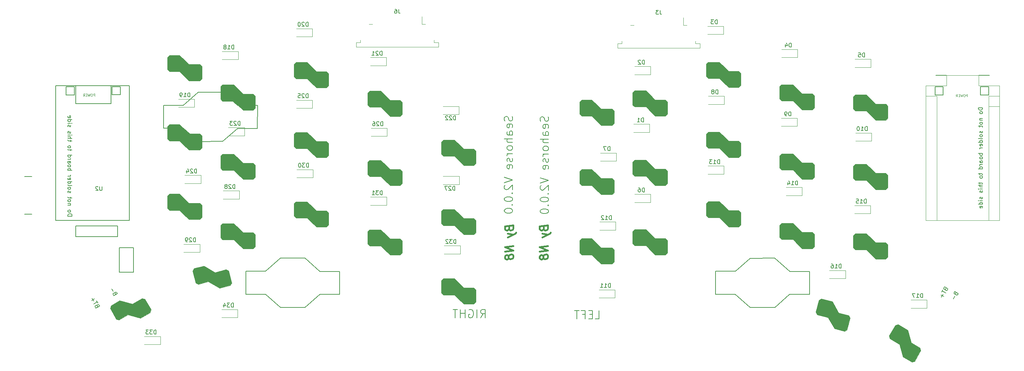
<source format=gbr>
%TF.GenerationSoftware,KiCad,Pcbnew,7.0.10-7.0.10~ubuntu22.04.1*%
%TF.CreationDate,2024-02-24T14:59:25-06:00*%
%TF.ProjectId,roadrunner,726f6164-7275-46e6-9e65-722e6b696361,rev?*%
%TF.SameCoordinates,Original*%
%TF.FileFunction,Legend,Bot*%
%TF.FilePolarity,Positive*%
%FSLAX46Y46*%
G04 Gerber Fmt 4.6, Leading zero omitted, Abs format (unit mm)*
G04 Created by KiCad (PCBNEW 7.0.10-7.0.10~ubuntu22.04.1) date 2024-02-24 14:59:25*
%MOMM*%
%LPD*%
G01*
G04 APERTURE LIST*
%ADD10C,0.150000*%
%ADD11C,0.400000*%
%ADD12C,0.120000*%
G04 APERTURE END LIST*
D10*
X164702744Y-105917438D02*
X165655125Y-105917438D01*
X165655125Y-105917438D02*
X165655125Y-103917438D01*
X164036077Y-104869819D02*
X163369410Y-104869819D01*
X163083696Y-105917438D02*
X164036077Y-105917438D01*
X164036077Y-105917438D02*
X164036077Y-103917438D01*
X164036077Y-103917438D02*
X163083696Y-103917438D01*
X161559886Y-104869819D02*
X162226553Y-104869819D01*
X162226553Y-105917438D02*
X162226553Y-103917438D01*
X162226553Y-103917438D02*
X161274172Y-103917438D01*
X160797981Y-103917438D02*
X159655124Y-103917438D01*
X160226553Y-105917438D02*
X160226553Y-103917438D01*
X136662268Y-105677438D02*
X137328935Y-104725057D01*
X137805125Y-105677438D02*
X137805125Y-103677438D01*
X137805125Y-103677438D02*
X137043220Y-103677438D01*
X137043220Y-103677438D02*
X136852744Y-103772676D01*
X136852744Y-103772676D02*
X136757506Y-103867914D01*
X136757506Y-103867914D02*
X136662268Y-104058390D01*
X136662268Y-104058390D02*
X136662268Y-104344104D01*
X136662268Y-104344104D02*
X136757506Y-104534580D01*
X136757506Y-104534580D02*
X136852744Y-104629819D01*
X136852744Y-104629819D02*
X137043220Y-104725057D01*
X137043220Y-104725057D02*
X137805125Y-104725057D01*
X135805125Y-105677438D02*
X135805125Y-103677438D01*
X133805125Y-103772676D02*
X133995601Y-103677438D01*
X133995601Y-103677438D02*
X134281315Y-103677438D01*
X134281315Y-103677438D02*
X134567030Y-103772676D01*
X134567030Y-103772676D02*
X134757506Y-103963152D01*
X134757506Y-103963152D02*
X134852744Y-104153628D01*
X134852744Y-104153628D02*
X134947982Y-104534580D01*
X134947982Y-104534580D02*
X134947982Y-104820295D01*
X134947982Y-104820295D02*
X134852744Y-105201247D01*
X134852744Y-105201247D02*
X134757506Y-105391723D01*
X134757506Y-105391723D02*
X134567030Y-105582200D01*
X134567030Y-105582200D02*
X134281315Y-105677438D01*
X134281315Y-105677438D02*
X134090839Y-105677438D01*
X134090839Y-105677438D02*
X133805125Y-105582200D01*
X133805125Y-105582200D02*
X133709887Y-105486961D01*
X133709887Y-105486961D02*
X133709887Y-104820295D01*
X133709887Y-104820295D02*
X134090839Y-104820295D01*
X132852744Y-105677438D02*
X132852744Y-103677438D01*
X132852744Y-104629819D02*
X131709887Y-104629819D01*
X131709887Y-105677438D02*
X131709887Y-103677438D01*
X131043220Y-103677438D02*
X129900363Y-103677438D01*
X130471792Y-105677438D02*
X130471792Y-103677438D01*
D11*
X152076819Y-83825061D02*
X152172057Y-84098871D01*
X152172057Y-84098871D02*
X152267295Y-84182204D01*
X152267295Y-84182204D02*
X152457771Y-84253633D01*
X152457771Y-84253633D02*
X152743485Y-84217918D01*
X152743485Y-84217918D02*
X152933961Y-84098871D01*
X152933961Y-84098871D02*
X153029200Y-83991728D01*
X153029200Y-83991728D02*
X153124438Y-83789347D01*
X153124438Y-83789347D02*
X153124438Y-83027442D01*
X153124438Y-83027442D02*
X151124438Y-83277442D01*
X151124438Y-83277442D02*
X151124438Y-83944109D01*
X151124438Y-83944109D02*
X151219676Y-84122680D01*
X151219676Y-84122680D02*
X151314914Y-84206014D01*
X151314914Y-84206014D02*
X151505390Y-84277442D01*
X151505390Y-84277442D02*
X151695866Y-84253633D01*
X151695866Y-84253633D02*
X151886342Y-84134585D01*
X151886342Y-84134585D02*
X151981580Y-84027442D01*
X151981580Y-84027442D02*
X152076819Y-83825061D01*
X152076819Y-83825061D02*
X152076819Y-83158395D01*
X151791104Y-85003633D02*
X153124438Y-85313157D01*
X151791104Y-85956014D02*
X153124438Y-85313157D01*
X153124438Y-85313157D02*
X153600628Y-85063157D01*
X153600628Y-85063157D02*
X153695866Y-84956014D01*
X153695866Y-84956014D02*
X153791104Y-84753633D01*
X153124438Y-88075062D02*
X151124438Y-88325062D01*
X151124438Y-88325062D02*
X153124438Y-89217919D01*
X153124438Y-89217919D02*
X151124438Y-89467919D01*
X151981580Y-90598872D02*
X151886342Y-90420300D01*
X151886342Y-90420300D02*
X151791104Y-90336967D01*
X151791104Y-90336967D02*
X151600628Y-90265538D01*
X151600628Y-90265538D02*
X151505390Y-90277443D01*
X151505390Y-90277443D02*
X151314914Y-90396491D01*
X151314914Y-90396491D02*
X151219676Y-90503634D01*
X151219676Y-90503634D02*
X151124438Y-90706015D01*
X151124438Y-90706015D02*
X151124438Y-91086967D01*
X151124438Y-91086967D02*
X151219676Y-91265538D01*
X151219676Y-91265538D02*
X151314914Y-91348872D01*
X151314914Y-91348872D02*
X151505390Y-91420300D01*
X151505390Y-91420300D02*
X151600628Y-91408395D01*
X151600628Y-91408395D02*
X151791104Y-91289348D01*
X151791104Y-91289348D02*
X151886342Y-91182205D01*
X151886342Y-91182205D02*
X151981580Y-90979824D01*
X151981580Y-90979824D02*
X151981580Y-90598872D01*
X151981580Y-90598872D02*
X152076819Y-90396491D01*
X152076819Y-90396491D02*
X152172057Y-90289348D01*
X152172057Y-90289348D02*
X152362533Y-90170300D01*
X152362533Y-90170300D02*
X152743485Y-90122681D01*
X152743485Y-90122681D02*
X152933961Y-90194110D01*
X152933961Y-90194110D02*
X153029200Y-90277443D01*
X153029200Y-90277443D02*
X153124438Y-90456015D01*
X153124438Y-90456015D02*
X153124438Y-90836967D01*
X153124438Y-90836967D02*
X153029200Y-91039348D01*
X153029200Y-91039348D02*
X152933961Y-91146491D01*
X152933961Y-91146491D02*
X152743485Y-91265538D01*
X152743485Y-91265538D02*
X152362533Y-91313157D01*
X152362533Y-91313157D02*
X152172057Y-91241729D01*
X152172057Y-91241729D02*
X152076819Y-91158395D01*
X152076819Y-91158395D02*
X151981580Y-90979824D01*
X143606819Y-83825061D02*
X143702057Y-84098871D01*
X143702057Y-84098871D02*
X143797295Y-84182204D01*
X143797295Y-84182204D02*
X143987771Y-84253633D01*
X143987771Y-84253633D02*
X144273485Y-84217918D01*
X144273485Y-84217918D02*
X144463961Y-84098871D01*
X144463961Y-84098871D02*
X144559200Y-83991728D01*
X144559200Y-83991728D02*
X144654438Y-83789347D01*
X144654438Y-83789347D02*
X144654438Y-83027442D01*
X144654438Y-83027442D02*
X142654438Y-83277442D01*
X142654438Y-83277442D02*
X142654438Y-83944109D01*
X142654438Y-83944109D02*
X142749676Y-84122680D01*
X142749676Y-84122680D02*
X142844914Y-84206014D01*
X142844914Y-84206014D02*
X143035390Y-84277442D01*
X143035390Y-84277442D02*
X143225866Y-84253633D01*
X143225866Y-84253633D02*
X143416342Y-84134585D01*
X143416342Y-84134585D02*
X143511580Y-84027442D01*
X143511580Y-84027442D02*
X143606819Y-83825061D01*
X143606819Y-83825061D02*
X143606819Y-83158395D01*
X143321104Y-85003633D02*
X144654438Y-85313157D01*
X143321104Y-85956014D02*
X144654438Y-85313157D01*
X144654438Y-85313157D02*
X145130628Y-85063157D01*
X145130628Y-85063157D02*
X145225866Y-84956014D01*
X145225866Y-84956014D02*
X145321104Y-84753633D01*
X144654438Y-88075062D02*
X142654438Y-88325062D01*
X142654438Y-88325062D02*
X144654438Y-89217919D01*
X144654438Y-89217919D02*
X142654438Y-89467919D01*
X143511580Y-90598872D02*
X143416342Y-90420300D01*
X143416342Y-90420300D02*
X143321104Y-90336967D01*
X143321104Y-90336967D02*
X143130628Y-90265538D01*
X143130628Y-90265538D02*
X143035390Y-90277443D01*
X143035390Y-90277443D02*
X142844914Y-90396491D01*
X142844914Y-90396491D02*
X142749676Y-90503634D01*
X142749676Y-90503634D02*
X142654438Y-90706015D01*
X142654438Y-90706015D02*
X142654438Y-91086967D01*
X142654438Y-91086967D02*
X142749676Y-91265538D01*
X142749676Y-91265538D02*
X142844914Y-91348872D01*
X142844914Y-91348872D02*
X143035390Y-91420300D01*
X143035390Y-91420300D02*
X143130628Y-91408395D01*
X143130628Y-91408395D02*
X143321104Y-91289348D01*
X143321104Y-91289348D02*
X143416342Y-91182205D01*
X143416342Y-91182205D02*
X143511580Y-90979824D01*
X143511580Y-90979824D02*
X143511580Y-90598872D01*
X143511580Y-90598872D02*
X143606819Y-90396491D01*
X143606819Y-90396491D02*
X143702057Y-90289348D01*
X143702057Y-90289348D02*
X143892533Y-90170300D01*
X143892533Y-90170300D02*
X144273485Y-90122681D01*
X144273485Y-90122681D02*
X144463961Y-90194110D01*
X144463961Y-90194110D02*
X144559200Y-90277443D01*
X144559200Y-90277443D02*
X144654438Y-90456015D01*
X144654438Y-90456015D02*
X144654438Y-90836967D01*
X144654438Y-90836967D02*
X144559200Y-91039348D01*
X144559200Y-91039348D02*
X144463961Y-91146491D01*
X144463961Y-91146491D02*
X144273485Y-91265538D01*
X144273485Y-91265538D02*
X143892533Y-91313157D01*
X143892533Y-91313157D02*
X143702057Y-91241729D01*
X143702057Y-91241729D02*
X143606819Y-91158395D01*
X143606819Y-91158395D02*
X143511580Y-90979824D01*
D10*
X153192200Y-56419636D02*
X153287438Y-56705350D01*
X153287438Y-56705350D02*
X153287438Y-57181541D01*
X153287438Y-57181541D02*
X153192200Y-57372017D01*
X153192200Y-57372017D02*
X153096961Y-57467255D01*
X153096961Y-57467255D02*
X152906485Y-57562493D01*
X152906485Y-57562493D02*
X152716009Y-57562493D01*
X152716009Y-57562493D02*
X152525533Y-57467255D01*
X152525533Y-57467255D02*
X152430295Y-57372017D01*
X152430295Y-57372017D02*
X152335057Y-57181541D01*
X152335057Y-57181541D02*
X152239819Y-56800588D01*
X152239819Y-56800588D02*
X152144580Y-56610112D01*
X152144580Y-56610112D02*
X152049342Y-56514874D01*
X152049342Y-56514874D02*
X151858866Y-56419636D01*
X151858866Y-56419636D02*
X151668390Y-56419636D01*
X151668390Y-56419636D02*
X151477914Y-56514874D01*
X151477914Y-56514874D02*
X151382676Y-56610112D01*
X151382676Y-56610112D02*
X151287438Y-56800588D01*
X151287438Y-56800588D02*
X151287438Y-57276779D01*
X151287438Y-57276779D02*
X151382676Y-57562493D01*
X153192200Y-59181541D02*
X153287438Y-58991065D01*
X153287438Y-58991065D02*
X153287438Y-58610112D01*
X153287438Y-58610112D02*
X153192200Y-58419636D01*
X153192200Y-58419636D02*
X153001723Y-58324398D01*
X153001723Y-58324398D02*
X152239819Y-58324398D01*
X152239819Y-58324398D02*
X152049342Y-58419636D01*
X152049342Y-58419636D02*
X151954104Y-58610112D01*
X151954104Y-58610112D02*
X151954104Y-58991065D01*
X151954104Y-58991065D02*
X152049342Y-59181541D01*
X152049342Y-59181541D02*
X152239819Y-59276779D01*
X152239819Y-59276779D02*
X152430295Y-59276779D01*
X152430295Y-59276779D02*
X152620771Y-58324398D01*
X153287438Y-60991065D02*
X152239819Y-60991065D01*
X152239819Y-60991065D02*
X152049342Y-60895827D01*
X152049342Y-60895827D02*
X151954104Y-60705351D01*
X151954104Y-60705351D02*
X151954104Y-60324398D01*
X151954104Y-60324398D02*
X152049342Y-60133922D01*
X153192200Y-60991065D02*
X153287438Y-60800589D01*
X153287438Y-60800589D02*
X153287438Y-60324398D01*
X153287438Y-60324398D02*
X153192200Y-60133922D01*
X153192200Y-60133922D02*
X153001723Y-60038684D01*
X153001723Y-60038684D02*
X152811247Y-60038684D01*
X152811247Y-60038684D02*
X152620771Y-60133922D01*
X152620771Y-60133922D02*
X152525533Y-60324398D01*
X152525533Y-60324398D02*
X152525533Y-60800589D01*
X152525533Y-60800589D02*
X152430295Y-60991065D01*
X153287438Y-61943446D02*
X151287438Y-61943446D01*
X153287438Y-62800589D02*
X152239819Y-62800589D01*
X152239819Y-62800589D02*
X152049342Y-62705351D01*
X152049342Y-62705351D02*
X151954104Y-62514875D01*
X151954104Y-62514875D02*
X151954104Y-62229160D01*
X151954104Y-62229160D02*
X152049342Y-62038684D01*
X152049342Y-62038684D02*
X152144580Y-61943446D01*
X153287438Y-64038684D02*
X153192200Y-63848208D01*
X153192200Y-63848208D02*
X153096961Y-63752970D01*
X153096961Y-63752970D02*
X152906485Y-63657732D01*
X152906485Y-63657732D02*
X152335057Y-63657732D01*
X152335057Y-63657732D02*
X152144580Y-63752970D01*
X152144580Y-63752970D02*
X152049342Y-63848208D01*
X152049342Y-63848208D02*
X151954104Y-64038684D01*
X151954104Y-64038684D02*
X151954104Y-64324399D01*
X151954104Y-64324399D02*
X152049342Y-64514875D01*
X152049342Y-64514875D02*
X152144580Y-64610113D01*
X152144580Y-64610113D02*
X152335057Y-64705351D01*
X152335057Y-64705351D02*
X152906485Y-64705351D01*
X152906485Y-64705351D02*
X153096961Y-64610113D01*
X153096961Y-64610113D02*
X153192200Y-64514875D01*
X153192200Y-64514875D02*
X153287438Y-64324399D01*
X153287438Y-64324399D02*
X153287438Y-64038684D01*
X153287438Y-65562494D02*
X151954104Y-65562494D01*
X152335057Y-65562494D02*
X152144580Y-65657732D01*
X152144580Y-65657732D02*
X152049342Y-65752970D01*
X152049342Y-65752970D02*
X151954104Y-65943446D01*
X151954104Y-65943446D02*
X151954104Y-66133923D01*
X153192200Y-66705351D02*
X153287438Y-66895827D01*
X153287438Y-66895827D02*
X153287438Y-67276779D01*
X153287438Y-67276779D02*
X153192200Y-67467256D01*
X153192200Y-67467256D02*
X153001723Y-67562494D01*
X153001723Y-67562494D02*
X152906485Y-67562494D01*
X152906485Y-67562494D02*
X152716009Y-67467256D01*
X152716009Y-67467256D02*
X152620771Y-67276779D01*
X152620771Y-67276779D02*
X152620771Y-66991065D01*
X152620771Y-66991065D02*
X152525533Y-66800589D01*
X152525533Y-66800589D02*
X152335057Y-66705351D01*
X152335057Y-66705351D02*
X152239819Y-66705351D01*
X152239819Y-66705351D02*
X152049342Y-66800589D01*
X152049342Y-66800589D02*
X151954104Y-66991065D01*
X151954104Y-66991065D02*
X151954104Y-67276779D01*
X151954104Y-67276779D02*
X152049342Y-67467256D01*
X153192200Y-69181542D02*
X153287438Y-68991066D01*
X153287438Y-68991066D02*
X153287438Y-68610113D01*
X153287438Y-68610113D02*
X153192200Y-68419637D01*
X153192200Y-68419637D02*
X153001723Y-68324399D01*
X153001723Y-68324399D02*
X152239819Y-68324399D01*
X152239819Y-68324399D02*
X152049342Y-68419637D01*
X152049342Y-68419637D02*
X151954104Y-68610113D01*
X151954104Y-68610113D02*
X151954104Y-68991066D01*
X151954104Y-68991066D02*
X152049342Y-69181542D01*
X152049342Y-69181542D02*
X152239819Y-69276780D01*
X152239819Y-69276780D02*
X152430295Y-69276780D01*
X152430295Y-69276780D02*
X152620771Y-68324399D01*
X151287438Y-71372019D02*
X153287438Y-72038685D01*
X153287438Y-72038685D02*
X151287438Y-72705352D01*
X151477914Y-73276781D02*
X151382676Y-73372019D01*
X151382676Y-73372019D02*
X151287438Y-73562495D01*
X151287438Y-73562495D02*
X151287438Y-74038686D01*
X151287438Y-74038686D02*
X151382676Y-74229162D01*
X151382676Y-74229162D02*
X151477914Y-74324400D01*
X151477914Y-74324400D02*
X151668390Y-74419638D01*
X151668390Y-74419638D02*
X151858866Y-74419638D01*
X151858866Y-74419638D02*
X152144580Y-74324400D01*
X152144580Y-74324400D02*
X153287438Y-73181543D01*
X153287438Y-73181543D02*
X153287438Y-74419638D01*
X153096961Y-75276781D02*
X153192200Y-75372019D01*
X153192200Y-75372019D02*
X153287438Y-75276781D01*
X153287438Y-75276781D02*
X153192200Y-75181543D01*
X153192200Y-75181543D02*
X153096961Y-75276781D01*
X153096961Y-75276781D02*
X153287438Y-75276781D01*
X151287438Y-76610114D02*
X151287438Y-76800591D01*
X151287438Y-76800591D02*
X151382676Y-76991067D01*
X151382676Y-76991067D02*
X151477914Y-77086305D01*
X151477914Y-77086305D02*
X151668390Y-77181543D01*
X151668390Y-77181543D02*
X152049342Y-77276781D01*
X152049342Y-77276781D02*
X152525533Y-77276781D01*
X152525533Y-77276781D02*
X152906485Y-77181543D01*
X152906485Y-77181543D02*
X153096961Y-77086305D01*
X153096961Y-77086305D02*
X153192200Y-76991067D01*
X153192200Y-76991067D02*
X153287438Y-76800591D01*
X153287438Y-76800591D02*
X153287438Y-76610114D01*
X153287438Y-76610114D02*
X153192200Y-76419638D01*
X153192200Y-76419638D02*
X153096961Y-76324400D01*
X153096961Y-76324400D02*
X152906485Y-76229162D01*
X152906485Y-76229162D02*
X152525533Y-76133924D01*
X152525533Y-76133924D02*
X152049342Y-76133924D01*
X152049342Y-76133924D02*
X151668390Y-76229162D01*
X151668390Y-76229162D02*
X151477914Y-76324400D01*
X151477914Y-76324400D02*
X151382676Y-76419638D01*
X151382676Y-76419638D02*
X151287438Y-76610114D01*
X153096961Y-78133924D02*
X153192200Y-78229162D01*
X153192200Y-78229162D02*
X153287438Y-78133924D01*
X153287438Y-78133924D02*
X153192200Y-78038686D01*
X153192200Y-78038686D02*
X153096961Y-78133924D01*
X153096961Y-78133924D02*
X153287438Y-78133924D01*
X151287438Y-79467257D02*
X151287438Y-79657734D01*
X151287438Y-79657734D02*
X151382676Y-79848210D01*
X151382676Y-79848210D02*
X151477914Y-79943448D01*
X151477914Y-79943448D02*
X151668390Y-80038686D01*
X151668390Y-80038686D02*
X152049342Y-80133924D01*
X152049342Y-80133924D02*
X152525533Y-80133924D01*
X152525533Y-80133924D02*
X152906485Y-80038686D01*
X152906485Y-80038686D02*
X153096961Y-79943448D01*
X153096961Y-79943448D02*
X153192200Y-79848210D01*
X153192200Y-79848210D02*
X153287438Y-79657734D01*
X153287438Y-79657734D02*
X153287438Y-79467257D01*
X153287438Y-79467257D02*
X153192200Y-79276781D01*
X153192200Y-79276781D02*
X153096961Y-79181543D01*
X153096961Y-79181543D02*
X152906485Y-79086305D01*
X152906485Y-79086305D02*
X152525533Y-78991067D01*
X152525533Y-78991067D02*
X152049342Y-78991067D01*
X152049342Y-78991067D02*
X151668390Y-79086305D01*
X151668390Y-79086305D02*
X151477914Y-79181543D01*
X151477914Y-79181543D02*
X151382676Y-79276781D01*
X151382676Y-79276781D02*
X151287438Y-79467257D01*
X144392200Y-56319636D02*
X144487438Y-56605350D01*
X144487438Y-56605350D02*
X144487438Y-57081541D01*
X144487438Y-57081541D02*
X144392200Y-57272017D01*
X144392200Y-57272017D02*
X144296961Y-57367255D01*
X144296961Y-57367255D02*
X144106485Y-57462493D01*
X144106485Y-57462493D02*
X143916009Y-57462493D01*
X143916009Y-57462493D02*
X143725533Y-57367255D01*
X143725533Y-57367255D02*
X143630295Y-57272017D01*
X143630295Y-57272017D02*
X143535057Y-57081541D01*
X143535057Y-57081541D02*
X143439819Y-56700588D01*
X143439819Y-56700588D02*
X143344580Y-56510112D01*
X143344580Y-56510112D02*
X143249342Y-56414874D01*
X143249342Y-56414874D02*
X143058866Y-56319636D01*
X143058866Y-56319636D02*
X142868390Y-56319636D01*
X142868390Y-56319636D02*
X142677914Y-56414874D01*
X142677914Y-56414874D02*
X142582676Y-56510112D01*
X142582676Y-56510112D02*
X142487438Y-56700588D01*
X142487438Y-56700588D02*
X142487438Y-57176779D01*
X142487438Y-57176779D02*
X142582676Y-57462493D01*
X144392200Y-59081541D02*
X144487438Y-58891065D01*
X144487438Y-58891065D02*
X144487438Y-58510112D01*
X144487438Y-58510112D02*
X144392200Y-58319636D01*
X144392200Y-58319636D02*
X144201723Y-58224398D01*
X144201723Y-58224398D02*
X143439819Y-58224398D01*
X143439819Y-58224398D02*
X143249342Y-58319636D01*
X143249342Y-58319636D02*
X143154104Y-58510112D01*
X143154104Y-58510112D02*
X143154104Y-58891065D01*
X143154104Y-58891065D02*
X143249342Y-59081541D01*
X143249342Y-59081541D02*
X143439819Y-59176779D01*
X143439819Y-59176779D02*
X143630295Y-59176779D01*
X143630295Y-59176779D02*
X143820771Y-58224398D01*
X144487438Y-60891065D02*
X143439819Y-60891065D01*
X143439819Y-60891065D02*
X143249342Y-60795827D01*
X143249342Y-60795827D02*
X143154104Y-60605351D01*
X143154104Y-60605351D02*
X143154104Y-60224398D01*
X143154104Y-60224398D02*
X143249342Y-60033922D01*
X144392200Y-60891065D02*
X144487438Y-60700589D01*
X144487438Y-60700589D02*
X144487438Y-60224398D01*
X144487438Y-60224398D02*
X144392200Y-60033922D01*
X144392200Y-60033922D02*
X144201723Y-59938684D01*
X144201723Y-59938684D02*
X144011247Y-59938684D01*
X144011247Y-59938684D02*
X143820771Y-60033922D01*
X143820771Y-60033922D02*
X143725533Y-60224398D01*
X143725533Y-60224398D02*
X143725533Y-60700589D01*
X143725533Y-60700589D02*
X143630295Y-60891065D01*
X144487438Y-61843446D02*
X142487438Y-61843446D01*
X144487438Y-62700589D02*
X143439819Y-62700589D01*
X143439819Y-62700589D02*
X143249342Y-62605351D01*
X143249342Y-62605351D02*
X143154104Y-62414875D01*
X143154104Y-62414875D02*
X143154104Y-62129160D01*
X143154104Y-62129160D02*
X143249342Y-61938684D01*
X143249342Y-61938684D02*
X143344580Y-61843446D01*
X144487438Y-63938684D02*
X144392200Y-63748208D01*
X144392200Y-63748208D02*
X144296961Y-63652970D01*
X144296961Y-63652970D02*
X144106485Y-63557732D01*
X144106485Y-63557732D02*
X143535057Y-63557732D01*
X143535057Y-63557732D02*
X143344580Y-63652970D01*
X143344580Y-63652970D02*
X143249342Y-63748208D01*
X143249342Y-63748208D02*
X143154104Y-63938684D01*
X143154104Y-63938684D02*
X143154104Y-64224399D01*
X143154104Y-64224399D02*
X143249342Y-64414875D01*
X143249342Y-64414875D02*
X143344580Y-64510113D01*
X143344580Y-64510113D02*
X143535057Y-64605351D01*
X143535057Y-64605351D02*
X144106485Y-64605351D01*
X144106485Y-64605351D02*
X144296961Y-64510113D01*
X144296961Y-64510113D02*
X144392200Y-64414875D01*
X144392200Y-64414875D02*
X144487438Y-64224399D01*
X144487438Y-64224399D02*
X144487438Y-63938684D01*
X144487438Y-65462494D02*
X143154104Y-65462494D01*
X143535057Y-65462494D02*
X143344580Y-65557732D01*
X143344580Y-65557732D02*
X143249342Y-65652970D01*
X143249342Y-65652970D02*
X143154104Y-65843446D01*
X143154104Y-65843446D02*
X143154104Y-66033923D01*
X144392200Y-66605351D02*
X144487438Y-66795827D01*
X144487438Y-66795827D02*
X144487438Y-67176779D01*
X144487438Y-67176779D02*
X144392200Y-67367256D01*
X144392200Y-67367256D02*
X144201723Y-67462494D01*
X144201723Y-67462494D02*
X144106485Y-67462494D01*
X144106485Y-67462494D02*
X143916009Y-67367256D01*
X143916009Y-67367256D02*
X143820771Y-67176779D01*
X143820771Y-67176779D02*
X143820771Y-66891065D01*
X143820771Y-66891065D02*
X143725533Y-66700589D01*
X143725533Y-66700589D02*
X143535057Y-66605351D01*
X143535057Y-66605351D02*
X143439819Y-66605351D01*
X143439819Y-66605351D02*
X143249342Y-66700589D01*
X143249342Y-66700589D02*
X143154104Y-66891065D01*
X143154104Y-66891065D02*
X143154104Y-67176779D01*
X143154104Y-67176779D02*
X143249342Y-67367256D01*
X144392200Y-69081542D02*
X144487438Y-68891066D01*
X144487438Y-68891066D02*
X144487438Y-68510113D01*
X144487438Y-68510113D02*
X144392200Y-68319637D01*
X144392200Y-68319637D02*
X144201723Y-68224399D01*
X144201723Y-68224399D02*
X143439819Y-68224399D01*
X143439819Y-68224399D02*
X143249342Y-68319637D01*
X143249342Y-68319637D02*
X143154104Y-68510113D01*
X143154104Y-68510113D02*
X143154104Y-68891066D01*
X143154104Y-68891066D02*
X143249342Y-69081542D01*
X143249342Y-69081542D02*
X143439819Y-69176780D01*
X143439819Y-69176780D02*
X143630295Y-69176780D01*
X143630295Y-69176780D02*
X143820771Y-68224399D01*
X142487438Y-71272019D02*
X144487438Y-71938685D01*
X144487438Y-71938685D02*
X142487438Y-72605352D01*
X142677914Y-73176781D02*
X142582676Y-73272019D01*
X142582676Y-73272019D02*
X142487438Y-73462495D01*
X142487438Y-73462495D02*
X142487438Y-73938686D01*
X142487438Y-73938686D02*
X142582676Y-74129162D01*
X142582676Y-74129162D02*
X142677914Y-74224400D01*
X142677914Y-74224400D02*
X142868390Y-74319638D01*
X142868390Y-74319638D02*
X143058866Y-74319638D01*
X143058866Y-74319638D02*
X143344580Y-74224400D01*
X143344580Y-74224400D02*
X144487438Y-73081543D01*
X144487438Y-73081543D02*
X144487438Y-74319638D01*
X144296961Y-75176781D02*
X144392200Y-75272019D01*
X144392200Y-75272019D02*
X144487438Y-75176781D01*
X144487438Y-75176781D02*
X144392200Y-75081543D01*
X144392200Y-75081543D02*
X144296961Y-75176781D01*
X144296961Y-75176781D02*
X144487438Y-75176781D01*
X142487438Y-76510114D02*
X142487438Y-76700591D01*
X142487438Y-76700591D02*
X142582676Y-76891067D01*
X142582676Y-76891067D02*
X142677914Y-76986305D01*
X142677914Y-76986305D02*
X142868390Y-77081543D01*
X142868390Y-77081543D02*
X143249342Y-77176781D01*
X143249342Y-77176781D02*
X143725533Y-77176781D01*
X143725533Y-77176781D02*
X144106485Y-77081543D01*
X144106485Y-77081543D02*
X144296961Y-76986305D01*
X144296961Y-76986305D02*
X144392200Y-76891067D01*
X144392200Y-76891067D02*
X144487438Y-76700591D01*
X144487438Y-76700591D02*
X144487438Y-76510114D01*
X144487438Y-76510114D02*
X144392200Y-76319638D01*
X144392200Y-76319638D02*
X144296961Y-76224400D01*
X144296961Y-76224400D02*
X144106485Y-76129162D01*
X144106485Y-76129162D02*
X143725533Y-76033924D01*
X143725533Y-76033924D02*
X143249342Y-76033924D01*
X143249342Y-76033924D02*
X142868390Y-76129162D01*
X142868390Y-76129162D02*
X142677914Y-76224400D01*
X142677914Y-76224400D02*
X142582676Y-76319638D01*
X142582676Y-76319638D02*
X142487438Y-76510114D01*
X144296961Y-78033924D02*
X144392200Y-78129162D01*
X144392200Y-78129162D02*
X144487438Y-78033924D01*
X144487438Y-78033924D02*
X144392200Y-77938686D01*
X144392200Y-77938686D02*
X144296961Y-78033924D01*
X144296961Y-78033924D02*
X144487438Y-78033924D01*
X142487438Y-79367257D02*
X142487438Y-79557734D01*
X142487438Y-79557734D02*
X142582676Y-79748210D01*
X142582676Y-79748210D02*
X142677914Y-79843448D01*
X142677914Y-79843448D02*
X142868390Y-79938686D01*
X142868390Y-79938686D02*
X143249342Y-80033924D01*
X143249342Y-80033924D02*
X143725533Y-80033924D01*
X143725533Y-80033924D02*
X144106485Y-79938686D01*
X144106485Y-79938686D02*
X144296961Y-79843448D01*
X144296961Y-79843448D02*
X144392200Y-79748210D01*
X144392200Y-79748210D02*
X144487438Y-79557734D01*
X144487438Y-79557734D02*
X144487438Y-79367257D01*
X144487438Y-79367257D02*
X144392200Y-79176781D01*
X144392200Y-79176781D02*
X144296961Y-79081543D01*
X144296961Y-79081543D02*
X144106485Y-78986305D01*
X144106485Y-78986305D02*
X143725533Y-78891067D01*
X143725533Y-78891067D02*
X143249342Y-78891067D01*
X143249342Y-78891067D02*
X142868390Y-78986305D01*
X142868390Y-78986305D02*
X142677914Y-79081543D01*
X142677914Y-79081543D02*
X142582676Y-79176781D01*
X142582676Y-79176781D02*
X142487438Y-79367257D01*
X37530020Y-53204271D02*
X46150020Y-53204271D01*
X46150020Y-48764271D01*
X37530020Y-48764271D01*
X37530020Y-53204271D01*
X37585020Y-85814271D02*
X47805020Y-85814271D01*
X47805020Y-83154271D01*
X37585020Y-83154271D01*
X37585020Y-85814271D01*
X48190020Y-94484271D02*
X51690020Y-94484271D01*
X51690020Y-88484271D01*
X48190020Y-88484271D01*
X48190020Y-94484271D01*
X32640020Y-81784271D02*
X50710020Y-81784271D01*
X50710020Y-48784271D01*
X32640020Y-48784271D01*
X32640020Y-81784271D01*
X97336020Y-94333271D02*
X102176020Y-94333271D01*
X84066020Y-94273271D02*
X87676020Y-91093271D01*
X97326020Y-99933271D02*
X93696020Y-103143271D01*
X84026020Y-99933271D02*
X79186020Y-99923271D01*
X93696020Y-103143271D02*
X87666020Y-103143271D01*
X102176020Y-99923271D02*
X97326020Y-99933271D01*
X87676020Y-91093271D02*
X93666020Y-91073271D01*
X87666020Y-103143271D02*
X84026020Y-99933271D01*
X79186020Y-99923271D02*
X79196020Y-94283271D01*
X93666020Y-91073271D02*
X97336020Y-94333271D01*
X102176020Y-94333271D02*
X102176020Y-99923271D01*
X79196020Y-94283271D02*
X84066020Y-94273271D01*
X25056020Y-80336271D02*
X26796020Y-80336271D01*
X25056020Y-71036271D02*
X26796020Y-71036271D01*
X261270000Y-46260000D02*
X258627000Y-46260000D01*
X250753000Y-46260000D02*
X248110000Y-46260000D01*
X194214000Y-94299000D02*
X199084000Y-94289000D01*
X59062688Y-53638000D02*
X63912688Y-53628000D01*
X208684000Y-91089000D02*
X212354000Y-94349000D01*
X194204000Y-99939000D02*
X194214000Y-94299000D01*
X202684000Y-103159000D02*
X199044000Y-99949000D01*
X217194000Y-99939000D02*
X212344000Y-99949000D01*
X208714000Y-103159000D02*
X202684000Y-103159000D01*
X199044000Y-99949000D02*
X194204000Y-99939000D01*
X77172688Y-59288000D02*
X73562688Y-62468000D01*
X67542688Y-50418000D02*
X73572688Y-50418000D01*
X73572688Y-50418000D02*
X77212688Y-53628000D01*
X63902688Y-59228000D02*
X59062688Y-59228000D01*
X202694000Y-91109000D02*
X208684000Y-91089000D01*
X77212688Y-53628000D02*
X82052688Y-53638000D01*
X59062688Y-59228000D02*
X59062688Y-53638000D01*
X67572688Y-62488000D02*
X63902688Y-59228000D01*
X82052688Y-53638000D02*
X82042688Y-59278000D01*
X73562688Y-62468000D02*
X67572688Y-62488000D01*
X212344000Y-99949000D02*
X208714000Y-103159000D01*
X217194000Y-94349000D02*
X217194000Y-99939000D01*
X63912688Y-53628000D02*
X67542688Y-50418000D01*
X199084000Y-94289000D02*
X202694000Y-91109000D01*
X212354000Y-94349000D02*
X217194000Y-94349000D01*
X82042688Y-59278000D02*
X77172688Y-59288000D01*
D12*
X42180913Y-51391031D02*
X42180913Y-50791031D01*
X42180913Y-50791031D02*
X41952342Y-50791031D01*
X41952342Y-50791031D02*
X41895199Y-50819602D01*
X41895199Y-50819602D02*
X41866628Y-50848174D01*
X41866628Y-50848174D02*
X41838056Y-50905317D01*
X41838056Y-50905317D02*
X41838056Y-50991031D01*
X41838056Y-50991031D02*
X41866628Y-51048174D01*
X41866628Y-51048174D02*
X41895199Y-51076745D01*
X41895199Y-51076745D02*
X41952342Y-51105317D01*
X41952342Y-51105317D02*
X42180913Y-51105317D01*
X41466628Y-50791031D02*
X41352342Y-50791031D01*
X41352342Y-50791031D02*
X41295199Y-50819602D01*
X41295199Y-50819602D02*
X41238056Y-50876745D01*
X41238056Y-50876745D02*
X41209485Y-50991031D01*
X41209485Y-50991031D02*
X41209485Y-51191031D01*
X41209485Y-51191031D02*
X41238056Y-51305317D01*
X41238056Y-51305317D02*
X41295199Y-51362460D01*
X41295199Y-51362460D02*
X41352342Y-51391031D01*
X41352342Y-51391031D02*
X41466628Y-51391031D01*
X41466628Y-51391031D02*
X41523771Y-51362460D01*
X41523771Y-51362460D02*
X41580913Y-51305317D01*
X41580913Y-51305317D02*
X41609485Y-51191031D01*
X41609485Y-51191031D02*
X41609485Y-50991031D01*
X41609485Y-50991031D02*
X41580913Y-50876745D01*
X41580913Y-50876745D02*
X41523771Y-50819602D01*
X41523771Y-50819602D02*
X41466628Y-50791031D01*
X41009485Y-50791031D02*
X40866628Y-51391031D01*
X40866628Y-51391031D02*
X40752342Y-50962460D01*
X40752342Y-50962460D02*
X40638057Y-51391031D01*
X40638057Y-51391031D02*
X40495200Y-50791031D01*
X40266628Y-51076745D02*
X40066628Y-51076745D01*
X39980914Y-51391031D02*
X40266628Y-51391031D01*
X40266628Y-51391031D02*
X40266628Y-50791031D01*
X40266628Y-50791031D02*
X39980914Y-50791031D01*
X39380914Y-51391031D02*
X39580914Y-51105317D01*
X39723771Y-51391031D02*
X39723771Y-50791031D01*
X39723771Y-50791031D02*
X39495200Y-50791031D01*
X39495200Y-50791031D02*
X39438057Y-50819602D01*
X39438057Y-50819602D02*
X39409486Y-50848174D01*
X39409486Y-50848174D02*
X39380914Y-50905317D01*
X39380914Y-50905317D02*
X39380914Y-50991031D01*
X39380914Y-50991031D02*
X39409486Y-51048174D01*
X39409486Y-51048174D02*
X39438057Y-51076745D01*
X39438057Y-51076745D02*
X39495200Y-51105317D01*
X39495200Y-51105317D02*
X39723771Y-51105317D01*
X255864513Y-51552031D02*
X255864513Y-50952031D01*
X255864513Y-50952031D02*
X255635942Y-50952031D01*
X255635942Y-50952031D02*
X255578799Y-50980602D01*
X255578799Y-50980602D02*
X255550228Y-51009174D01*
X255550228Y-51009174D02*
X255521656Y-51066317D01*
X255521656Y-51066317D02*
X255521656Y-51152031D01*
X255521656Y-51152031D02*
X255550228Y-51209174D01*
X255550228Y-51209174D02*
X255578799Y-51237745D01*
X255578799Y-51237745D02*
X255635942Y-51266317D01*
X255635942Y-51266317D02*
X255864513Y-51266317D01*
X255150228Y-50952031D02*
X255035942Y-50952031D01*
X255035942Y-50952031D02*
X254978799Y-50980602D01*
X254978799Y-50980602D02*
X254921656Y-51037745D01*
X254921656Y-51037745D02*
X254893085Y-51152031D01*
X254893085Y-51152031D02*
X254893085Y-51352031D01*
X254893085Y-51352031D02*
X254921656Y-51466317D01*
X254921656Y-51466317D02*
X254978799Y-51523460D01*
X254978799Y-51523460D02*
X255035942Y-51552031D01*
X255035942Y-51552031D02*
X255150228Y-51552031D01*
X255150228Y-51552031D02*
X255207371Y-51523460D01*
X255207371Y-51523460D02*
X255264513Y-51466317D01*
X255264513Y-51466317D02*
X255293085Y-51352031D01*
X255293085Y-51352031D02*
X255293085Y-51152031D01*
X255293085Y-51152031D02*
X255264513Y-51037745D01*
X255264513Y-51037745D02*
X255207371Y-50980602D01*
X255207371Y-50980602D02*
X255150228Y-50952031D01*
X254693085Y-50952031D02*
X254550228Y-51552031D01*
X254550228Y-51552031D02*
X254435942Y-51123460D01*
X254435942Y-51123460D02*
X254321657Y-51552031D01*
X254321657Y-51552031D02*
X254178800Y-50952031D01*
X253950228Y-51237745D02*
X253750228Y-51237745D01*
X253664514Y-51552031D02*
X253950228Y-51552031D01*
X253950228Y-51552031D02*
X253950228Y-50952031D01*
X253950228Y-50952031D02*
X253664514Y-50952031D01*
X253064514Y-51552031D02*
X253264514Y-51266317D01*
X253407371Y-51552031D02*
X253407371Y-50952031D01*
X253407371Y-50952031D02*
X253178800Y-50952031D01*
X253178800Y-50952031D02*
X253121657Y-50980602D01*
X253121657Y-50980602D02*
X253093086Y-51009174D01*
X253093086Y-51009174D02*
X253064514Y-51066317D01*
X253064514Y-51066317D02*
X253064514Y-51152031D01*
X253064514Y-51152031D02*
X253093086Y-51209174D01*
X253093086Y-51209174D02*
X253121657Y-51237745D01*
X253121657Y-51237745D02*
X253178800Y-51266317D01*
X253178800Y-51266317D02*
X253407371Y-51266317D01*
D10*
X252986061Y-99761253D02*
X252955872Y-99908780D01*
X252955872Y-99908780D02*
X252973302Y-99973829D01*
X252973302Y-99973829D02*
X253031971Y-100062687D01*
X253031971Y-100062687D02*
X253155689Y-100134116D01*
X253155689Y-100134116D02*
X253261977Y-100140496D01*
X253261977Y-100140496D02*
X253327026Y-100123066D01*
X253327026Y-100123066D02*
X253415884Y-100064397D01*
X253415884Y-100064397D02*
X253606360Y-99734482D01*
X253606360Y-99734482D02*
X252740335Y-99234482D01*
X252740335Y-99234482D02*
X252573668Y-99523158D01*
X252573668Y-99523158D02*
X252567288Y-99629446D01*
X252567288Y-99629446D02*
X252584718Y-99694495D01*
X252584718Y-99694495D02*
X252643387Y-99783353D01*
X252643387Y-99783353D02*
X252725866Y-99830972D01*
X252725866Y-99830972D02*
X252832154Y-99837352D01*
X252832154Y-99837352D02*
X252897203Y-99819922D01*
X252897203Y-99819922D02*
X252986061Y-99761253D01*
X252986061Y-99761253D02*
X253152728Y-99472578D01*
X252776446Y-100410032D02*
X252395493Y-101069861D01*
X250483338Y-98642038D02*
X250453148Y-98789565D01*
X250453148Y-98789565D02*
X250470578Y-98854614D01*
X250470578Y-98854614D02*
X250529247Y-98943472D01*
X250529247Y-98943472D02*
X250652965Y-99014901D01*
X250652965Y-99014901D02*
X250759253Y-99021281D01*
X250759253Y-99021281D02*
X250824302Y-99003851D01*
X250824302Y-99003851D02*
X250913161Y-98945182D01*
X250913161Y-98945182D02*
X251103637Y-98615267D01*
X251103637Y-98615267D02*
X250237611Y-98115267D01*
X250237611Y-98115267D02*
X250070945Y-98403943D01*
X250070945Y-98403943D02*
X250064565Y-98510231D01*
X250064565Y-98510231D02*
X250081995Y-98575280D01*
X250081995Y-98575280D02*
X250140664Y-98664138D01*
X250140664Y-98664138D02*
X250223142Y-98711757D01*
X250223142Y-98711757D02*
X250329431Y-98718137D01*
X250329431Y-98718137D02*
X250394479Y-98700707D01*
X250394479Y-98700707D02*
X250483338Y-98642038D01*
X250483338Y-98642038D02*
X250650004Y-98353363D01*
X249809040Y-98857575D02*
X249523326Y-99352447D01*
X250532208Y-99605011D02*
X249666183Y-99105011D01*
X249892770Y-99950646D02*
X249511817Y-100610475D01*
X250032208Y-100471036D02*
X249372379Y-100090084D01*
X35640380Y-80781606D02*
X36640380Y-80781606D01*
X36640380Y-80781606D02*
X36640380Y-80543511D01*
X36640380Y-80543511D02*
X36592761Y-80400654D01*
X36592761Y-80400654D02*
X36497523Y-80305416D01*
X36497523Y-80305416D02*
X36402285Y-80257797D01*
X36402285Y-80257797D02*
X36211809Y-80210178D01*
X36211809Y-80210178D02*
X36068952Y-80210178D01*
X36068952Y-80210178D02*
X35878476Y-80257797D01*
X35878476Y-80257797D02*
X35783238Y-80305416D01*
X35783238Y-80305416D02*
X35688000Y-80400654D01*
X35688000Y-80400654D02*
X35640380Y-80543511D01*
X35640380Y-80543511D02*
X35640380Y-80781606D01*
X35640380Y-79638749D02*
X35688000Y-79733987D01*
X35688000Y-79733987D02*
X35735619Y-79781606D01*
X35735619Y-79781606D02*
X35830857Y-79829225D01*
X35830857Y-79829225D02*
X36116571Y-79829225D01*
X36116571Y-79829225D02*
X36211809Y-79781606D01*
X36211809Y-79781606D02*
X36259428Y-79733987D01*
X36259428Y-79733987D02*
X36307047Y-79638749D01*
X36307047Y-79638749D02*
X36307047Y-79495892D01*
X36307047Y-79495892D02*
X36259428Y-79400654D01*
X36259428Y-79400654D02*
X36211809Y-79353035D01*
X36211809Y-79353035D02*
X36116571Y-79305416D01*
X36116571Y-79305416D02*
X35830857Y-79305416D01*
X35830857Y-79305416D02*
X35735619Y-79353035D01*
X35735619Y-79353035D02*
X35688000Y-79400654D01*
X35688000Y-79400654D02*
X35640380Y-79495892D01*
X35640380Y-79495892D02*
X35640380Y-79638749D01*
X36307047Y-78114939D02*
X35640380Y-78114939D01*
X36211809Y-78114939D02*
X36259428Y-78067320D01*
X36259428Y-78067320D02*
X36307047Y-77972082D01*
X36307047Y-77972082D02*
X36307047Y-77829225D01*
X36307047Y-77829225D02*
X36259428Y-77733987D01*
X36259428Y-77733987D02*
X36164190Y-77686368D01*
X36164190Y-77686368D02*
X35640380Y-77686368D01*
X35640380Y-77067320D02*
X35688000Y-77162558D01*
X35688000Y-77162558D02*
X35735619Y-77210177D01*
X35735619Y-77210177D02*
X35830857Y-77257796D01*
X35830857Y-77257796D02*
X36116571Y-77257796D01*
X36116571Y-77257796D02*
X36211809Y-77210177D01*
X36211809Y-77210177D02*
X36259428Y-77162558D01*
X36259428Y-77162558D02*
X36307047Y-77067320D01*
X36307047Y-77067320D02*
X36307047Y-76924463D01*
X36307047Y-76924463D02*
X36259428Y-76829225D01*
X36259428Y-76829225D02*
X36211809Y-76781606D01*
X36211809Y-76781606D02*
X36116571Y-76733987D01*
X36116571Y-76733987D02*
X35830857Y-76733987D01*
X35830857Y-76733987D02*
X35735619Y-76781606D01*
X35735619Y-76781606D02*
X35688000Y-76829225D01*
X35688000Y-76829225D02*
X35640380Y-76924463D01*
X35640380Y-76924463D02*
X35640380Y-77067320D01*
X36307047Y-76448272D02*
X36307047Y-76067320D01*
X36640380Y-76305415D02*
X35783238Y-76305415D01*
X35783238Y-76305415D02*
X35688000Y-76257796D01*
X35688000Y-76257796D02*
X35640380Y-76162558D01*
X35640380Y-76162558D02*
X35640380Y-76067320D01*
X35688000Y-75019700D02*
X35640380Y-74924462D01*
X35640380Y-74924462D02*
X35640380Y-74733986D01*
X35640380Y-74733986D02*
X35688000Y-74638748D01*
X35688000Y-74638748D02*
X35783238Y-74591129D01*
X35783238Y-74591129D02*
X35830857Y-74591129D01*
X35830857Y-74591129D02*
X35926095Y-74638748D01*
X35926095Y-74638748D02*
X35973714Y-74733986D01*
X35973714Y-74733986D02*
X35973714Y-74876843D01*
X35973714Y-74876843D02*
X36021333Y-74972081D01*
X36021333Y-74972081D02*
X36116571Y-75019700D01*
X36116571Y-75019700D02*
X36164190Y-75019700D01*
X36164190Y-75019700D02*
X36259428Y-74972081D01*
X36259428Y-74972081D02*
X36307047Y-74876843D01*
X36307047Y-74876843D02*
X36307047Y-74733986D01*
X36307047Y-74733986D02*
X36259428Y-74638748D01*
X35640380Y-74019700D02*
X35688000Y-74114938D01*
X35688000Y-74114938D02*
X35735619Y-74162557D01*
X35735619Y-74162557D02*
X35830857Y-74210176D01*
X35830857Y-74210176D02*
X36116571Y-74210176D01*
X36116571Y-74210176D02*
X36211809Y-74162557D01*
X36211809Y-74162557D02*
X36259428Y-74114938D01*
X36259428Y-74114938D02*
X36307047Y-74019700D01*
X36307047Y-74019700D02*
X36307047Y-73876843D01*
X36307047Y-73876843D02*
X36259428Y-73781605D01*
X36259428Y-73781605D02*
X36211809Y-73733986D01*
X36211809Y-73733986D02*
X36116571Y-73686367D01*
X36116571Y-73686367D02*
X35830857Y-73686367D01*
X35830857Y-73686367D02*
X35735619Y-73733986D01*
X35735619Y-73733986D02*
X35688000Y-73781605D01*
X35688000Y-73781605D02*
X35640380Y-73876843D01*
X35640380Y-73876843D02*
X35640380Y-74019700D01*
X35640380Y-73114938D02*
X35688000Y-73210176D01*
X35688000Y-73210176D02*
X35783238Y-73257795D01*
X35783238Y-73257795D02*
X36640380Y-73257795D01*
X35640380Y-72305414D02*
X36640380Y-72305414D01*
X35688000Y-72305414D02*
X35640380Y-72400652D01*
X35640380Y-72400652D02*
X35640380Y-72591128D01*
X35640380Y-72591128D02*
X35688000Y-72686366D01*
X35688000Y-72686366D02*
X35735619Y-72733985D01*
X35735619Y-72733985D02*
X35830857Y-72781604D01*
X35830857Y-72781604D02*
X36116571Y-72781604D01*
X36116571Y-72781604D02*
X36211809Y-72733985D01*
X36211809Y-72733985D02*
X36259428Y-72686366D01*
X36259428Y-72686366D02*
X36307047Y-72591128D01*
X36307047Y-72591128D02*
X36307047Y-72400652D01*
X36307047Y-72400652D02*
X36259428Y-72305414D01*
X35688000Y-71448271D02*
X35640380Y-71543509D01*
X35640380Y-71543509D02*
X35640380Y-71733985D01*
X35640380Y-71733985D02*
X35688000Y-71829223D01*
X35688000Y-71829223D02*
X35783238Y-71876842D01*
X35783238Y-71876842D02*
X36164190Y-71876842D01*
X36164190Y-71876842D02*
X36259428Y-71829223D01*
X36259428Y-71829223D02*
X36307047Y-71733985D01*
X36307047Y-71733985D02*
X36307047Y-71543509D01*
X36307047Y-71543509D02*
X36259428Y-71448271D01*
X36259428Y-71448271D02*
X36164190Y-71400652D01*
X36164190Y-71400652D02*
X36068952Y-71400652D01*
X36068952Y-71400652D02*
X35973714Y-71876842D01*
X35640380Y-70972080D02*
X36307047Y-70972080D01*
X36116571Y-70972080D02*
X36211809Y-70924461D01*
X36211809Y-70924461D02*
X36259428Y-70876842D01*
X36259428Y-70876842D02*
X36307047Y-70781604D01*
X36307047Y-70781604D02*
X36307047Y-70686366D01*
X35640380Y-69591127D02*
X36640380Y-69591127D01*
X36259428Y-69591127D02*
X36307047Y-69495889D01*
X36307047Y-69495889D02*
X36307047Y-69305413D01*
X36307047Y-69305413D02*
X36259428Y-69210175D01*
X36259428Y-69210175D02*
X36211809Y-69162556D01*
X36211809Y-69162556D02*
X36116571Y-69114937D01*
X36116571Y-69114937D02*
X35830857Y-69114937D01*
X35830857Y-69114937D02*
X35735619Y-69162556D01*
X35735619Y-69162556D02*
X35688000Y-69210175D01*
X35688000Y-69210175D02*
X35640380Y-69305413D01*
X35640380Y-69305413D02*
X35640380Y-69495889D01*
X35640380Y-69495889D02*
X35688000Y-69591127D01*
X35640380Y-68543508D02*
X35688000Y-68638746D01*
X35688000Y-68638746D02*
X35735619Y-68686365D01*
X35735619Y-68686365D02*
X35830857Y-68733984D01*
X35830857Y-68733984D02*
X36116571Y-68733984D01*
X36116571Y-68733984D02*
X36211809Y-68686365D01*
X36211809Y-68686365D02*
X36259428Y-68638746D01*
X36259428Y-68638746D02*
X36307047Y-68543508D01*
X36307047Y-68543508D02*
X36307047Y-68400651D01*
X36307047Y-68400651D02*
X36259428Y-68305413D01*
X36259428Y-68305413D02*
X36211809Y-68257794D01*
X36211809Y-68257794D02*
X36116571Y-68210175D01*
X36116571Y-68210175D02*
X35830857Y-68210175D01*
X35830857Y-68210175D02*
X35735619Y-68257794D01*
X35735619Y-68257794D02*
X35688000Y-68305413D01*
X35688000Y-68305413D02*
X35640380Y-68400651D01*
X35640380Y-68400651D02*
X35640380Y-68543508D01*
X35640380Y-67353032D02*
X36164190Y-67353032D01*
X36164190Y-67353032D02*
X36259428Y-67400651D01*
X36259428Y-67400651D02*
X36307047Y-67495889D01*
X36307047Y-67495889D02*
X36307047Y-67686365D01*
X36307047Y-67686365D02*
X36259428Y-67781603D01*
X35688000Y-67353032D02*
X35640380Y-67448270D01*
X35640380Y-67448270D02*
X35640380Y-67686365D01*
X35640380Y-67686365D02*
X35688000Y-67781603D01*
X35688000Y-67781603D02*
X35783238Y-67829222D01*
X35783238Y-67829222D02*
X35878476Y-67829222D01*
X35878476Y-67829222D02*
X35973714Y-67781603D01*
X35973714Y-67781603D02*
X36021333Y-67686365D01*
X36021333Y-67686365D02*
X36021333Y-67448270D01*
X36021333Y-67448270D02*
X36068952Y-67353032D01*
X35640380Y-66876841D02*
X36307047Y-66876841D01*
X36116571Y-66876841D02*
X36211809Y-66829222D01*
X36211809Y-66829222D02*
X36259428Y-66781603D01*
X36259428Y-66781603D02*
X36307047Y-66686365D01*
X36307047Y-66686365D02*
X36307047Y-66591127D01*
X35640380Y-65829222D02*
X36640380Y-65829222D01*
X35688000Y-65829222D02*
X35640380Y-65924460D01*
X35640380Y-65924460D02*
X35640380Y-66114936D01*
X35640380Y-66114936D02*
X35688000Y-66210174D01*
X35688000Y-66210174D02*
X35735619Y-66257793D01*
X35735619Y-66257793D02*
X35830857Y-66305412D01*
X35830857Y-66305412D02*
X36116571Y-66305412D01*
X36116571Y-66305412D02*
X36211809Y-66257793D01*
X36211809Y-66257793D02*
X36259428Y-66210174D01*
X36259428Y-66210174D02*
X36307047Y-66114936D01*
X36307047Y-66114936D02*
X36307047Y-65924460D01*
X36307047Y-65924460D02*
X36259428Y-65829222D01*
X36307047Y-64733983D02*
X36307047Y-64353031D01*
X36640380Y-64591126D02*
X35783238Y-64591126D01*
X35783238Y-64591126D02*
X35688000Y-64543507D01*
X35688000Y-64543507D02*
X35640380Y-64448269D01*
X35640380Y-64448269D02*
X35640380Y-64353031D01*
X35640380Y-63876840D02*
X35688000Y-63972078D01*
X35688000Y-63972078D02*
X35735619Y-64019697D01*
X35735619Y-64019697D02*
X35830857Y-64067316D01*
X35830857Y-64067316D02*
X36116571Y-64067316D01*
X36116571Y-64067316D02*
X36211809Y-64019697D01*
X36211809Y-64019697D02*
X36259428Y-63972078D01*
X36259428Y-63972078D02*
X36307047Y-63876840D01*
X36307047Y-63876840D02*
X36307047Y-63733983D01*
X36307047Y-63733983D02*
X36259428Y-63638745D01*
X36259428Y-63638745D02*
X36211809Y-63591126D01*
X36211809Y-63591126D02*
X36116571Y-63543507D01*
X36116571Y-63543507D02*
X35830857Y-63543507D01*
X35830857Y-63543507D02*
X35735619Y-63591126D01*
X35735619Y-63591126D02*
X35688000Y-63638745D01*
X35688000Y-63638745D02*
X35640380Y-63733983D01*
X35640380Y-63733983D02*
X35640380Y-63876840D01*
X36307047Y-62495887D02*
X36307047Y-62114935D01*
X36640380Y-62353030D02*
X35783238Y-62353030D01*
X35783238Y-62353030D02*
X35688000Y-62305411D01*
X35688000Y-62305411D02*
X35640380Y-62210173D01*
X35640380Y-62210173D02*
X35640380Y-62114935D01*
X35640380Y-61781601D02*
X36640380Y-61781601D01*
X35640380Y-61353030D02*
X36164190Y-61353030D01*
X36164190Y-61353030D02*
X36259428Y-61400649D01*
X36259428Y-61400649D02*
X36307047Y-61495887D01*
X36307047Y-61495887D02*
X36307047Y-61638744D01*
X36307047Y-61638744D02*
X36259428Y-61733982D01*
X36259428Y-61733982D02*
X36211809Y-61781601D01*
X35640380Y-60876839D02*
X36307047Y-60876839D01*
X36640380Y-60876839D02*
X36592761Y-60924458D01*
X36592761Y-60924458D02*
X36545142Y-60876839D01*
X36545142Y-60876839D02*
X36592761Y-60829220D01*
X36592761Y-60829220D02*
X36640380Y-60876839D01*
X36640380Y-60876839D02*
X36545142Y-60876839D01*
X35688000Y-60448268D02*
X35640380Y-60353030D01*
X35640380Y-60353030D02*
X35640380Y-60162554D01*
X35640380Y-60162554D02*
X35688000Y-60067316D01*
X35688000Y-60067316D02*
X35783238Y-60019697D01*
X35783238Y-60019697D02*
X35830857Y-60019697D01*
X35830857Y-60019697D02*
X35926095Y-60067316D01*
X35926095Y-60067316D02*
X35973714Y-60162554D01*
X35973714Y-60162554D02*
X35973714Y-60305411D01*
X35973714Y-60305411D02*
X36021333Y-60400649D01*
X36021333Y-60400649D02*
X36116571Y-60448268D01*
X36116571Y-60448268D02*
X36164190Y-60448268D01*
X36164190Y-60448268D02*
X36259428Y-60400649D01*
X36259428Y-60400649D02*
X36307047Y-60305411D01*
X36307047Y-60305411D02*
X36307047Y-60162554D01*
X36307047Y-60162554D02*
X36259428Y-60067316D01*
X35688000Y-58876839D02*
X35640380Y-58781601D01*
X35640380Y-58781601D02*
X35640380Y-58591125D01*
X35640380Y-58591125D02*
X35688000Y-58495887D01*
X35688000Y-58495887D02*
X35783238Y-58448268D01*
X35783238Y-58448268D02*
X35830857Y-58448268D01*
X35830857Y-58448268D02*
X35926095Y-58495887D01*
X35926095Y-58495887D02*
X35973714Y-58591125D01*
X35973714Y-58591125D02*
X35973714Y-58733982D01*
X35973714Y-58733982D02*
X36021333Y-58829220D01*
X36021333Y-58829220D02*
X36116571Y-58876839D01*
X36116571Y-58876839D02*
X36164190Y-58876839D01*
X36164190Y-58876839D02*
X36259428Y-58829220D01*
X36259428Y-58829220D02*
X36307047Y-58733982D01*
X36307047Y-58733982D02*
X36307047Y-58591125D01*
X36307047Y-58591125D02*
X36259428Y-58495887D01*
X35640380Y-58019696D02*
X36307047Y-58019696D01*
X36640380Y-58019696D02*
X36592761Y-58067315D01*
X36592761Y-58067315D02*
X36545142Y-58019696D01*
X36545142Y-58019696D02*
X36592761Y-57972077D01*
X36592761Y-57972077D02*
X36640380Y-58019696D01*
X36640380Y-58019696D02*
X36545142Y-58019696D01*
X35640380Y-57114935D02*
X36640380Y-57114935D01*
X35688000Y-57114935D02*
X35640380Y-57210173D01*
X35640380Y-57210173D02*
X35640380Y-57400649D01*
X35640380Y-57400649D02*
X35688000Y-57495887D01*
X35688000Y-57495887D02*
X35735619Y-57543506D01*
X35735619Y-57543506D02*
X35830857Y-57591125D01*
X35830857Y-57591125D02*
X36116571Y-57591125D01*
X36116571Y-57591125D02*
X36211809Y-57543506D01*
X36211809Y-57543506D02*
X36259428Y-57495887D01*
X36259428Y-57495887D02*
X36307047Y-57400649D01*
X36307047Y-57400649D02*
X36307047Y-57210173D01*
X36307047Y-57210173D02*
X36259428Y-57114935D01*
X35688000Y-56257792D02*
X35640380Y-56353030D01*
X35640380Y-56353030D02*
X35640380Y-56543506D01*
X35640380Y-56543506D02*
X35688000Y-56638744D01*
X35688000Y-56638744D02*
X35783238Y-56686363D01*
X35783238Y-56686363D02*
X36164190Y-56686363D01*
X36164190Y-56686363D02*
X36259428Y-56638744D01*
X36259428Y-56638744D02*
X36307047Y-56543506D01*
X36307047Y-56543506D02*
X36307047Y-56353030D01*
X36307047Y-56353030D02*
X36259428Y-56257792D01*
X36259428Y-56257792D02*
X36164190Y-56210173D01*
X36164190Y-56210173D02*
X36068952Y-56210173D01*
X36068952Y-56210173D02*
X35973714Y-56686363D01*
X47174581Y-99717994D02*
X47061913Y-99618085D01*
X47061913Y-99618085D02*
X46996865Y-99600656D01*
X46996865Y-99600656D02*
X46890576Y-99607035D01*
X46890576Y-99607035D02*
X46766858Y-99678464D01*
X46766858Y-99678464D02*
X46708189Y-99767322D01*
X46708189Y-99767322D02*
X46690760Y-99832371D01*
X46690760Y-99832371D02*
X46697139Y-99938659D01*
X46697139Y-99938659D02*
X46887616Y-100268574D01*
X46887616Y-100268574D02*
X47753641Y-99768574D01*
X47753641Y-99768574D02*
X47586974Y-99479898D01*
X47586974Y-99479898D02*
X47498116Y-99421229D01*
X47498116Y-99421229D02*
X47433067Y-99403800D01*
X47433067Y-99403800D02*
X47326779Y-99410179D01*
X47326779Y-99410179D02*
X47244300Y-99457798D01*
X47244300Y-99457798D02*
X47185631Y-99546657D01*
X47185631Y-99546657D02*
X47168201Y-99611706D01*
X47168201Y-99611706D02*
X47174581Y-99717994D01*
X47174581Y-99717994D02*
X47341248Y-100006669D01*
X46717530Y-99212072D02*
X46336578Y-98552243D01*
X42785058Y-102757909D02*
X42672390Y-102658000D01*
X42672390Y-102658000D02*
X42607341Y-102640571D01*
X42607341Y-102640571D02*
X42501053Y-102646950D01*
X42501053Y-102646950D02*
X42377335Y-102718379D01*
X42377335Y-102718379D02*
X42318666Y-102807237D01*
X42318666Y-102807237D02*
X42301236Y-102872286D01*
X42301236Y-102872286D02*
X42307616Y-102978574D01*
X42307616Y-102978574D02*
X42498092Y-103308489D01*
X42498092Y-103308489D02*
X43364117Y-102808489D01*
X43364117Y-102808489D02*
X43197451Y-102519813D01*
X43197451Y-102519813D02*
X43108592Y-102461144D01*
X43108592Y-102461144D02*
X43043544Y-102443715D01*
X43043544Y-102443715D02*
X42937255Y-102450094D01*
X42937255Y-102450094D02*
X42854777Y-102497713D01*
X42854777Y-102497713D02*
X42796108Y-102586572D01*
X42796108Y-102586572D02*
X42778678Y-102651621D01*
X42778678Y-102651621D02*
X42785058Y-102757909D01*
X42785058Y-102757909D02*
X42951724Y-103046584D01*
X42935546Y-102066181D02*
X42649832Y-101571309D01*
X41926663Y-102318745D02*
X42792689Y-101818745D01*
X41947054Y-101592158D02*
X41566102Y-100932329D01*
X41426663Y-101452720D02*
X42086492Y-101071767D01*
X259533619Y-54218793D02*
X258533619Y-54218793D01*
X258533619Y-54218793D02*
X258533619Y-54456888D01*
X258533619Y-54456888D02*
X258581238Y-54599745D01*
X258581238Y-54599745D02*
X258676476Y-54694983D01*
X258676476Y-54694983D02*
X258771714Y-54742602D01*
X258771714Y-54742602D02*
X258962190Y-54790221D01*
X258962190Y-54790221D02*
X259105047Y-54790221D01*
X259105047Y-54790221D02*
X259295523Y-54742602D01*
X259295523Y-54742602D02*
X259390761Y-54694983D01*
X259390761Y-54694983D02*
X259486000Y-54599745D01*
X259486000Y-54599745D02*
X259533619Y-54456888D01*
X259533619Y-54456888D02*
X259533619Y-54218793D01*
X259533619Y-55361650D02*
X259486000Y-55266412D01*
X259486000Y-55266412D02*
X259438380Y-55218793D01*
X259438380Y-55218793D02*
X259343142Y-55171174D01*
X259343142Y-55171174D02*
X259057428Y-55171174D01*
X259057428Y-55171174D02*
X258962190Y-55218793D01*
X258962190Y-55218793D02*
X258914571Y-55266412D01*
X258914571Y-55266412D02*
X258866952Y-55361650D01*
X258866952Y-55361650D02*
X258866952Y-55504507D01*
X258866952Y-55504507D02*
X258914571Y-55599745D01*
X258914571Y-55599745D02*
X258962190Y-55647364D01*
X258962190Y-55647364D02*
X259057428Y-55694983D01*
X259057428Y-55694983D02*
X259343142Y-55694983D01*
X259343142Y-55694983D02*
X259438380Y-55647364D01*
X259438380Y-55647364D02*
X259486000Y-55599745D01*
X259486000Y-55599745D02*
X259533619Y-55504507D01*
X259533619Y-55504507D02*
X259533619Y-55361650D01*
X258866952Y-56885460D02*
X259533619Y-56885460D01*
X258962190Y-56885460D02*
X258914571Y-56933079D01*
X258914571Y-56933079D02*
X258866952Y-57028317D01*
X258866952Y-57028317D02*
X258866952Y-57171174D01*
X258866952Y-57171174D02*
X258914571Y-57266412D01*
X258914571Y-57266412D02*
X259009809Y-57314031D01*
X259009809Y-57314031D02*
X259533619Y-57314031D01*
X259533619Y-57933079D02*
X259486000Y-57837841D01*
X259486000Y-57837841D02*
X259438380Y-57790222D01*
X259438380Y-57790222D02*
X259343142Y-57742603D01*
X259343142Y-57742603D02*
X259057428Y-57742603D01*
X259057428Y-57742603D02*
X258962190Y-57790222D01*
X258962190Y-57790222D02*
X258914571Y-57837841D01*
X258914571Y-57837841D02*
X258866952Y-57933079D01*
X258866952Y-57933079D02*
X258866952Y-58075936D01*
X258866952Y-58075936D02*
X258914571Y-58171174D01*
X258914571Y-58171174D02*
X258962190Y-58218793D01*
X258962190Y-58218793D02*
X259057428Y-58266412D01*
X259057428Y-58266412D02*
X259343142Y-58266412D01*
X259343142Y-58266412D02*
X259438380Y-58218793D01*
X259438380Y-58218793D02*
X259486000Y-58171174D01*
X259486000Y-58171174D02*
X259533619Y-58075936D01*
X259533619Y-58075936D02*
X259533619Y-57933079D01*
X258866952Y-58552127D02*
X258866952Y-58933079D01*
X258533619Y-58694984D02*
X259390761Y-58694984D01*
X259390761Y-58694984D02*
X259486000Y-58742603D01*
X259486000Y-58742603D02*
X259533619Y-58837841D01*
X259533619Y-58837841D02*
X259533619Y-58933079D01*
X259486000Y-59980699D02*
X259533619Y-60075937D01*
X259533619Y-60075937D02*
X259533619Y-60266413D01*
X259533619Y-60266413D02*
X259486000Y-60361651D01*
X259486000Y-60361651D02*
X259390761Y-60409270D01*
X259390761Y-60409270D02*
X259343142Y-60409270D01*
X259343142Y-60409270D02*
X259247904Y-60361651D01*
X259247904Y-60361651D02*
X259200285Y-60266413D01*
X259200285Y-60266413D02*
X259200285Y-60123556D01*
X259200285Y-60123556D02*
X259152666Y-60028318D01*
X259152666Y-60028318D02*
X259057428Y-59980699D01*
X259057428Y-59980699D02*
X259009809Y-59980699D01*
X259009809Y-59980699D02*
X258914571Y-60028318D01*
X258914571Y-60028318D02*
X258866952Y-60123556D01*
X258866952Y-60123556D02*
X258866952Y-60266413D01*
X258866952Y-60266413D02*
X258914571Y-60361651D01*
X259533619Y-60980699D02*
X259486000Y-60885461D01*
X259486000Y-60885461D02*
X259438380Y-60837842D01*
X259438380Y-60837842D02*
X259343142Y-60790223D01*
X259343142Y-60790223D02*
X259057428Y-60790223D01*
X259057428Y-60790223D02*
X258962190Y-60837842D01*
X258962190Y-60837842D02*
X258914571Y-60885461D01*
X258914571Y-60885461D02*
X258866952Y-60980699D01*
X258866952Y-60980699D02*
X258866952Y-61123556D01*
X258866952Y-61123556D02*
X258914571Y-61218794D01*
X258914571Y-61218794D02*
X258962190Y-61266413D01*
X258962190Y-61266413D02*
X259057428Y-61314032D01*
X259057428Y-61314032D02*
X259343142Y-61314032D01*
X259343142Y-61314032D02*
X259438380Y-61266413D01*
X259438380Y-61266413D02*
X259486000Y-61218794D01*
X259486000Y-61218794D02*
X259533619Y-61123556D01*
X259533619Y-61123556D02*
X259533619Y-60980699D01*
X259533619Y-61885461D02*
X259486000Y-61790223D01*
X259486000Y-61790223D02*
X259390761Y-61742604D01*
X259390761Y-61742604D02*
X258533619Y-61742604D01*
X259533619Y-62694985D02*
X258533619Y-62694985D01*
X259486000Y-62694985D02*
X259533619Y-62599747D01*
X259533619Y-62599747D02*
X259533619Y-62409271D01*
X259533619Y-62409271D02*
X259486000Y-62314033D01*
X259486000Y-62314033D02*
X259438380Y-62266414D01*
X259438380Y-62266414D02*
X259343142Y-62218795D01*
X259343142Y-62218795D02*
X259057428Y-62218795D01*
X259057428Y-62218795D02*
X258962190Y-62266414D01*
X258962190Y-62266414D02*
X258914571Y-62314033D01*
X258914571Y-62314033D02*
X258866952Y-62409271D01*
X258866952Y-62409271D02*
X258866952Y-62599747D01*
X258866952Y-62599747D02*
X258914571Y-62694985D01*
X259486000Y-63552128D02*
X259533619Y-63456890D01*
X259533619Y-63456890D02*
X259533619Y-63266414D01*
X259533619Y-63266414D02*
X259486000Y-63171176D01*
X259486000Y-63171176D02*
X259390761Y-63123557D01*
X259390761Y-63123557D02*
X259009809Y-63123557D01*
X259009809Y-63123557D02*
X258914571Y-63171176D01*
X258914571Y-63171176D02*
X258866952Y-63266414D01*
X258866952Y-63266414D02*
X258866952Y-63456890D01*
X258866952Y-63456890D02*
X258914571Y-63552128D01*
X258914571Y-63552128D02*
X259009809Y-63599747D01*
X259009809Y-63599747D02*
X259105047Y-63599747D01*
X259105047Y-63599747D02*
X259200285Y-63123557D01*
X259533619Y-64028319D02*
X258866952Y-64028319D01*
X259057428Y-64028319D02*
X258962190Y-64075938D01*
X258962190Y-64075938D02*
X258914571Y-64123557D01*
X258914571Y-64123557D02*
X258866952Y-64218795D01*
X258866952Y-64218795D02*
X258866952Y-64314033D01*
X259533619Y-65409272D02*
X258533619Y-65409272D01*
X258914571Y-65409272D02*
X258866952Y-65504510D01*
X258866952Y-65504510D02*
X258866952Y-65694986D01*
X258866952Y-65694986D02*
X258914571Y-65790224D01*
X258914571Y-65790224D02*
X258962190Y-65837843D01*
X258962190Y-65837843D02*
X259057428Y-65885462D01*
X259057428Y-65885462D02*
X259343142Y-65885462D01*
X259343142Y-65885462D02*
X259438380Y-65837843D01*
X259438380Y-65837843D02*
X259486000Y-65790224D01*
X259486000Y-65790224D02*
X259533619Y-65694986D01*
X259533619Y-65694986D02*
X259533619Y-65504510D01*
X259533619Y-65504510D02*
X259486000Y-65409272D01*
X259533619Y-66456891D02*
X259486000Y-66361653D01*
X259486000Y-66361653D02*
X259438380Y-66314034D01*
X259438380Y-66314034D02*
X259343142Y-66266415D01*
X259343142Y-66266415D02*
X259057428Y-66266415D01*
X259057428Y-66266415D02*
X258962190Y-66314034D01*
X258962190Y-66314034D02*
X258914571Y-66361653D01*
X258914571Y-66361653D02*
X258866952Y-66456891D01*
X258866952Y-66456891D02*
X258866952Y-66599748D01*
X258866952Y-66599748D02*
X258914571Y-66694986D01*
X258914571Y-66694986D02*
X258962190Y-66742605D01*
X258962190Y-66742605D02*
X259057428Y-66790224D01*
X259057428Y-66790224D02*
X259343142Y-66790224D01*
X259343142Y-66790224D02*
X259438380Y-66742605D01*
X259438380Y-66742605D02*
X259486000Y-66694986D01*
X259486000Y-66694986D02*
X259533619Y-66599748D01*
X259533619Y-66599748D02*
X259533619Y-66456891D01*
X259533619Y-67647367D02*
X259009809Y-67647367D01*
X259009809Y-67647367D02*
X258914571Y-67599748D01*
X258914571Y-67599748D02*
X258866952Y-67504510D01*
X258866952Y-67504510D02*
X258866952Y-67314034D01*
X258866952Y-67314034D02*
X258914571Y-67218796D01*
X259486000Y-67647367D02*
X259533619Y-67552129D01*
X259533619Y-67552129D02*
X259533619Y-67314034D01*
X259533619Y-67314034D02*
X259486000Y-67218796D01*
X259486000Y-67218796D02*
X259390761Y-67171177D01*
X259390761Y-67171177D02*
X259295523Y-67171177D01*
X259295523Y-67171177D02*
X259200285Y-67218796D01*
X259200285Y-67218796D02*
X259152666Y-67314034D01*
X259152666Y-67314034D02*
X259152666Y-67552129D01*
X259152666Y-67552129D02*
X259105047Y-67647367D01*
X259533619Y-68123558D02*
X258866952Y-68123558D01*
X259057428Y-68123558D02*
X258962190Y-68171177D01*
X258962190Y-68171177D02*
X258914571Y-68218796D01*
X258914571Y-68218796D02*
X258866952Y-68314034D01*
X258866952Y-68314034D02*
X258866952Y-68409272D01*
X259533619Y-69171177D02*
X258533619Y-69171177D01*
X259486000Y-69171177D02*
X259533619Y-69075939D01*
X259533619Y-69075939D02*
X259533619Y-68885463D01*
X259533619Y-68885463D02*
X259486000Y-68790225D01*
X259486000Y-68790225D02*
X259438380Y-68742606D01*
X259438380Y-68742606D02*
X259343142Y-68694987D01*
X259343142Y-68694987D02*
X259057428Y-68694987D01*
X259057428Y-68694987D02*
X258962190Y-68742606D01*
X258962190Y-68742606D02*
X258914571Y-68790225D01*
X258914571Y-68790225D02*
X258866952Y-68885463D01*
X258866952Y-68885463D02*
X258866952Y-69075939D01*
X258866952Y-69075939D02*
X258914571Y-69171177D01*
X258866952Y-70266416D02*
X258866952Y-70647368D01*
X258533619Y-70409273D02*
X259390761Y-70409273D01*
X259390761Y-70409273D02*
X259486000Y-70456892D01*
X259486000Y-70456892D02*
X259533619Y-70552130D01*
X259533619Y-70552130D02*
X259533619Y-70647368D01*
X259533619Y-71123559D02*
X259486000Y-71028321D01*
X259486000Y-71028321D02*
X259438380Y-70980702D01*
X259438380Y-70980702D02*
X259343142Y-70933083D01*
X259343142Y-70933083D02*
X259057428Y-70933083D01*
X259057428Y-70933083D02*
X258962190Y-70980702D01*
X258962190Y-70980702D02*
X258914571Y-71028321D01*
X258914571Y-71028321D02*
X258866952Y-71123559D01*
X258866952Y-71123559D02*
X258866952Y-71266416D01*
X258866952Y-71266416D02*
X258914571Y-71361654D01*
X258914571Y-71361654D02*
X258962190Y-71409273D01*
X258962190Y-71409273D02*
X259057428Y-71456892D01*
X259057428Y-71456892D02*
X259343142Y-71456892D01*
X259343142Y-71456892D02*
X259438380Y-71409273D01*
X259438380Y-71409273D02*
X259486000Y-71361654D01*
X259486000Y-71361654D02*
X259533619Y-71266416D01*
X259533619Y-71266416D02*
X259533619Y-71123559D01*
X258866952Y-72504512D02*
X258866952Y-72885464D01*
X258533619Y-72647369D02*
X259390761Y-72647369D01*
X259390761Y-72647369D02*
X259486000Y-72694988D01*
X259486000Y-72694988D02*
X259533619Y-72790226D01*
X259533619Y-72790226D02*
X259533619Y-72885464D01*
X259533619Y-73218798D02*
X258533619Y-73218798D01*
X259533619Y-73647369D02*
X259009809Y-73647369D01*
X259009809Y-73647369D02*
X258914571Y-73599750D01*
X258914571Y-73599750D02*
X258866952Y-73504512D01*
X258866952Y-73504512D02*
X258866952Y-73361655D01*
X258866952Y-73361655D02*
X258914571Y-73266417D01*
X258914571Y-73266417D02*
X258962190Y-73218798D01*
X259533619Y-74123560D02*
X258866952Y-74123560D01*
X258533619Y-74123560D02*
X258581238Y-74075941D01*
X258581238Y-74075941D02*
X258628857Y-74123560D01*
X258628857Y-74123560D02*
X258581238Y-74171179D01*
X258581238Y-74171179D02*
X258533619Y-74123560D01*
X258533619Y-74123560D02*
X258628857Y-74123560D01*
X259486000Y-74552131D02*
X259533619Y-74647369D01*
X259533619Y-74647369D02*
X259533619Y-74837845D01*
X259533619Y-74837845D02*
X259486000Y-74933083D01*
X259486000Y-74933083D02*
X259390761Y-74980702D01*
X259390761Y-74980702D02*
X259343142Y-74980702D01*
X259343142Y-74980702D02*
X259247904Y-74933083D01*
X259247904Y-74933083D02*
X259200285Y-74837845D01*
X259200285Y-74837845D02*
X259200285Y-74694988D01*
X259200285Y-74694988D02*
X259152666Y-74599750D01*
X259152666Y-74599750D02*
X259057428Y-74552131D01*
X259057428Y-74552131D02*
X259009809Y-74552131D01*
X259009809Y-74552131D02*
X258914571Y-74599750D01*
X258914571Y-74599750D02*
X258866952Y-74694988D01*
X258866952Y-74694988D02*
X258866952Y-74837845D01*
X258866952Y-74837845D02*
X258914571Y-74933083D01*
X259486000Y-76123560D02*
X259533619Y-76218798D01*
X259533619Y-76218798D02*
X259533619Y-76409274D01*
X259533619Y-76409274D02*
X259486000Y-76504512D01*
X259486000Y-76504512D02*
X259390761Y-76552131D01*
X259390761Y-76552131D02*
X259343142Y-76552131D01*
X259343142Y-76552131D02*
X259247904Y-76504512D01*
X259247904Y-76504512D02*
X259200285Y-76409274D01*
X259200285Y-76409274D02*
X259200285Y-76266417D01*
X259200285Y-76266417D02*
X259152666Y-76171179D01*
X259152666Y-76171179D02*
X259057428Y-76123560D01*
X259057428Y-76123560D02*
X259009809Y-76123560D01*
X259009809Y-76123560D02*
X258914571Y-76171179D01*
X258914571Y-76171179D02*
X258866952Y-76266417D01*
X258866952Y-76266417D02*
X258866952Y-76409274D01*
X258866952Y-76409274D02*
X258914571Y-76504512D01*
X259533619Y-76980703D02*
X258866952Y-76980703D01*
X258533619Y-76980703D02*
X258581238Y-76933084D01*
X258581238Y-76933084D02*
X258628857Y-76980703D01*
X258628857Y-76980703D02*
X258581238Y-77028322D01*
X258581238Y-77028322D02*
X258533619Y-76980703D01*
X258533619Y-76980703D02*
X258628857Y-76980703D01*
X259533619Y-77885464D02*
X258533619Y-77885464D01*
X259486000Y-77885464D02*
X259533619Y-77790226D01*
X259533619Y-77790226D02*
X259533619Y-77599750D01*
X259533619Y-77599750D02*
X259486000Y-77504512D01*
X259486000Y-77504512D02*
X259438380Y-77456893D01*
X259438380Y-77456893D02*
X259343142Y-77409274D01*
X259343142Y-77409274D02*
X259057428Y-77409274D01*
X259057428Y-77409274D02*
X258962190Y-77456893D01*
X258962190Y-77456893D02*
X258914571Y-77504512D01*
X258914571Y-77504512D02*
X258866952Y-77599750D01*
X258866952Y-77599750D02*
X258866952Y-77790226D01*
X258866952Y-77790226D02*
X258914571Y-77885464D01*
X259486000Y-78742607D02*
X259533619Y-78647369D01*
X259533619Y-78647369D02*
X259533619Y-78456893D01*
X259533619Y-78456893D02*
X259486000Y-78361655D01*
X259486000Y-78361655D02*
X259390761Y-78314036D01*
X259390761Y-78314036D02*
X259009809Y-78314036D01*
X259009809Y-78314036D02*
X258914571Y-78361655D01*
X258914571Y-78361655D02*
X258866952Y-78456893D01*
X258866952Y-78456893D02*
X258866952Y-78647369D01*
X258866952Y-78647369D02*
X258914571Y-78742607D01*
X258914571Y-78742607D02*
X259009809Y-78790226D01*
X259009809Y-78790226D02*
X259105047Y-78790226D01*
X259105047Y-78790226D02*
X259200285Y-78314036D01*
X67127285Y-70209819D02*
X67127285Y-69209819D01*
X67127285Y-69209819D02*
X66889190Y-69209819D01*
X66889190Y-69209819D02*
X66746333Y-69257438D01*
X66746333Y-69257438D02*
X66651095Y-69352676D01*
X66651095Y-69352676D02*
X66603476Y-69447914D01*
X66603476Y-69447914D02*
X66555857Y-69638390D01*
X66555857Y-69638390D02*
X66555857Y-69781247D01*
X66555857Y-69781247D02*
X66603476Y-69971723D01*
X66603476Y-69971723D02*
X66651095Y-70066961D01*
X66651095Y-70066961D02*
X66746333Y-70162200D01*
X66746333Y-70162200D02*
X66889190Y-70209819D01*
X66889190Y-70209819D02*
X67127285Y-70209819D01*
X66174904Y-69305057D02*
X66127285Y-69257438D01*
X66127285Y-69257438D02*
X66032047Y-69209819D01*
X66032047Y-69209819D02*
X65793952Y-69209819D01*
X65793952Y-69209819D02*
X65698714Y-69257438D01*
X65698714Y-69257438D02*
X65651095Y-69305057D01*
X65651095Y-69305057D02*
X65603476Y-69400295D01*
X65603476Y-69400295D02*
X65603476Y-69495533D01*
X65603476Y-69495533D02*
X65651095Y-69638390D01*
X65651095Y-69638390D02*
X66222523Y-70209819D01*
X66222523Y-70209819D02*
X65603476Y-70209819D01*
X64746333Y-69543152D02*
X64746333Y-70209819D01*
X64984428Y-69162200D02*
X65222523Y-69876485D01*
X65222523Y-69876485D02*
X64603476Y-69876485D01*
X112593285Y-75543819D02*
X112593285Y-74543819D01*
X112593285Y-74543819D02*
X112355190Y-74543819D01*
X112355190Y-74543819D02*
X112212333Y-74591438D01*
X112212333Y-74591438D02*
X112117095Y-74686676D01*
X112117095Y-74686676D02*
X112069476Y-74781914D01*
X112069476Y-74781914D02*
X112021857Y-74972390D01*
X112021857Y-74972390D02*
X112021857Y-75115247D01*
X112021857Y-75115247D02*
X112069476Y-75305723D01*
X112069476Y-75305723D02*
X112117095Y-75400961D01*
X112117095Y-75400961D02*
X112212333Y-75496200D01*
X112212333Y-75496200D02*
X112355190Y-75543819D01*
X112355190Y-75543819D02*
X112593285Y-75543819D01*
X111688523Y-74543819D02*
X111069476Y-74543819D01*
X111069476Y-74543819D02*
X111402809Y-74924771D01*
X111402809Y-74924771D02*
X111259952Y-74924771D01*
X111259952Y-74924771D02*
X111164714Y-74972390D01*
X111164714Y-74972390D02*
X111117095Y-75020009D01*
X111117095Y-75020009D02*
X111069476Y-75115247D01*
X111069476Y-75115247D02*
X111069476Y-75353342D01*
X111069476Y-75353342D02*
X111117095Y-75448580D01*
X111117095Y-75448580D02*
X111164714Y-75496200D01*
X111164714Y-75496200D02*
X111259952Y-75543819D01*
X111259952Y-75543819D02*
X111545666Y-75543819D01*
X111545666Y-75543819D02*
X111640904Y-75496200D01*
X111640904Y-75496200D02*
X111688523Y-75448580D01*
X110117095Y-75543819D02*
X110688523Y-75543819D01*
X110402809Y-75543819D02*
X110402809Y-74543819D01*
X110402809Y-74543819D02*
X110498047Y-74686676D01*
X110498047Y-74686676D02*
X110593285Y-74781914D01*
X110593285Y-74781914D02*
X110688523Y-74829533D01*
X194628094Y-33674819D02*
X194628094Y-32674819D01*
X194628094Y-32674819D02*
X194389999Y-32674819D01*
X194389999Y-32674819D02*
X194247142Y-32722438D01*
X194247142Y-32722438D02*
X194151904Y-32817676D01*
X194151904Y-32817676D02*
X194104285Y-32912914D01*
X194104285Y-32912914D02*
X194056666Y-33103390D01*
X194056666Y-33103390D02*
X194056666Y-33246247D01*
X194056666Y-33246247D02*
X194104285Y-33436723D01*
X194104285Y-33436723D02*
X194151904Y-33531961D01*
X194151904Y-33531961D02*
X194247142Y-33627200D01*
X194247142Y-33627200D02*
X194389999Y-33674819D01*
X194389999Y-33674819D02*
X194628094Y-33674819D01*
X193723332Y-32674819D02*
X193104285Y-32674819D01*
X193104285Y-32674819D02*
X193437618Y-33055771D01*
X193437618Y-33055771D02*
X193294761Y-33055771D01*
X193294761Y-33055771D02*
X193199523Y-33103390D01*
X193199523Y-33103390D02*
X193151904Y-33151009D01*
X193151904Y-33151009D02*
X193104285Y-33246247D01*
X193104285Y-33246247D02*
X193104285Y-33484342D01*
X193104285Y-33484342D02*
X193151904Y-33579580D01*
X193151904Y-33579580D02*
X193199523Y-33627200D01*
X193199523Y-33627200D02*
X193294761Y-33674819D01*
X193294761Y-33674819D02*
X193580475Y-33674819D01*
X193580475Y-33674819D02*
X193675713Y-33627200D01*
X193675713Y-33627200D02*
X193723332Y-33579580D01*
X76271285Y-39856819D02*
X76271285Y-38856819D01*
X76271285Y-38856819D02*
X76033190Y-38856819D01*
X76033190Y-38856819D02*
X75890333Y-38904438D01*
X75890333Y-38904438D02*
X75795095Y-38999676D01*
X75795095Y-38999676D02*
X75747476Y-39094914D01*
X75747476Y-39094914D02*
X75699857Y-39285390D01*
X75699857Y-39285390D02*
X75699857Y-39428247D01*
X75699857Y-39428247D02*
X75747476Y-39618723D01*
X75747476Y-39618723D02*
X75795095Y-39713961D01*
X75795095Y-39713961D02*
X75890333Y-39809200D01*
X75890333Y-39809200D02*
X76033190Y-39856819D01*
X76033190Y-39856819D02*
X76271285Y-39856819D01*
X74747476Y-39856819D02*
X75318904Y-39856819D01*
X75033190Y-39856819D02*
X75033190Y-38856819D01*
X75033190Y-38856819D02*
X75128428Y-38999676D01*
X75128428Y-38999676D02*
X75223666Y-39094914D01*
X75223666Y-39094914D02*
X75318904Y-39142533D01*
X74176047Y-39285390D02*
X74271285Y-39237771D01*
X74271285Y-39237771D02*
X74318904Y-39190152D01*
X74318904Y-39190152D02*
X74366523Y-39094914D01*
X74366523Y-39094914D02*
X74366523Y-39047295D01*
X74366523Y-39047295D02*
X74318904Y-38952057D01*
X74318904Y-38952057D02*
X74271285Y-38904438D01*
X74271285Y-38904438D02*
X74176047Y-38856819D01*
X74176047Y-38856819D02*
X73985571Y-38856819D01*
X73985571Y-38856819D02*
X73890333Y-38904438D01*
X73890333Y-38904438D02*
X73842714Y-38952057D01*
X73842714Y-38952057D02*
X73795095Y-39047295D01*
X73795095Y-39047295D02*
X73795095Y-39094914D01*
X73795095Y-39094914D02*
X73842714Y-39190152D01*
X73842714Y-39190152D02*
X73890333Y-39237771D01*
X73890333Y-39237771D02*
X73985571Y-39285390D01*
X73985571Y-39285390D02*
X74176047Y-39285390D01*
X74176047Y-39285390D02*
X74271285Y-39333009D01*
X74271285Y-39333009D02*
X74318904Y-39380628D01*
X74318904Y-39380628D02*
X74366523Y-39475866D01*
X74366523Y-39475866D02*
X74366523Y-39666342D01*
X74366523Y-39666342D02*
X74318904Y-39761580D01*
X74318904Y-39761580D02*
X74271285Y-39809200D01*
X74271285Y-39809200D02*
X74176047Y-39856819D01*
X74176047Y-39856819D02*
X73985571Y-39856819D01*
X73985571Y-39856819D02*
X73890333Y-39809200D01*
X73890333Y-39809200D02*
X73842714Y-39761580D01*
X73842714Y-39761580D02*
X73795095Y-39666342D01*
X73795095Y-39666342D02*
X73795095Y-39475866D01*
X73795095Y-39475866D02*
X73842714Y-39380628D01*
X73842714Y-39380628D02*
X73890333Y-39333009D01*
X73890333Y-39333009D02*
X73985571Y-39285390D01*
X231314285Y-59834819D02*
X231314285Y-58834819D01*
X231314285Y-58834819D02*
X231076190Y-58834819D01*
X231076190Y-58834819D02*
X230933333Y-58882438D01*
X230933333Y-58882438D02*
X230838095Y-58977676D01*
X230838095Y-58977676D02*
X230790476Y-59072914D01*
X230790476Y-59072914D02*
X230742857Y-59263390D01*
X230742857Y-59263390D02*
X230742857Y-59406247D01*
X230742857Y-59406247D02*
X230790476Y-59596723D01*
X230790476Y-59596723D02*
X230838095Y-59691961D01*
X230838095Y-59691961D02*
X230933333Y-59787200D01*
X230933333Y-59787200D02*
X231076190Y-59834819D01*
X231076190Y-59834819D02*
X231314285Y-59834819D01*
X229790476Y-59834819D02*
X230361904Y-59834819D01*
X230076190Y-59834819D02*
X230076190Y-58834819D01*
X230076190Y-58834819D02*
X230171428Y-58977676D01*
X230171428Y-58977676D02*
X230266666Y-59072914D01*
X230266666Y-59072914D02*
X230361904Y-59120533D01*
X229171428Y-58834819D02*
X229076190Y-58834819D01*
X229076190Y-58834819D02*
X228980952Y-58882438D01*
X228980952Y-58882438D02*
X228933333Y-58930057D01*
X228933333Y-58930057D02*
X228885714Y-59025295D01*
X228885714Y-59025295D02*
X228838095Y-59215771D01*
X228838095Y-59215771D02*
X228838095Y-59453866D01*
X228838095Y-59453866D02*
X228885714Y-59644342D01*
X228885714Y-59644342D02*
X228933333Y-59739580D01*
X228933333Y-59739580D02*
X228980952Y-59787200D01*
X228980952Y-59787200D02*
X229076190Y-59834819D01*
X229076190Y-59834819D02*
X229171428Y-59834819D01*
X229171428Y-59834819D02*
X229266666Y-59787200D01*
X229266666Y-59787200D02*
X229314285Y-59739580D01*
X229314285Y-59739580D02*
X229361904Y-59644342D01*
X229361904Y-59644342D02*
X229409523Y-59453866D01*
X229409523Y-59453866D02*
X229409523Y-59215771D01*
X229409523Y-59215771D02*
X229361904Y-59025295D01*
X229361904Y-59025295D02*
X229314285Y-58930057D01*
X229314285Y-58930057D02*
X229266666Y-58882438D01*
X229266666Y-58882438D02*
X229171428Y-58834819D01*
X112534285Y-41344819D02*
X112534285Y-40344819D01*
X112534285Y-40344819D02*
X112296190Y-40344819D01*
X112296190Y-40344819D02*
X112153333Y-40392438D01*
X112153333Y-40392438D02*
X112058095Y-40487676D01*
X112058095Y-40487676D02*
X112010476Y-40582914D01*
X112010476Y-40582914D02*
X111962857Y-40773390D01*
X111962857Y-40773390D02*
X111962857Y-40916247D01*
X111962857Y-40916247D02*
X112010476Y-41106723D01*
X112010476Y-41106723D02*
X112058095Y-41201961D01*
X112058095Y-41201961D02*
X112153333Y-41297200D01*
X112153333Y-41297200D02*
X112296190Y-41344819D01*
X112296190Y-41344819D02*
X112534285Y-41344819D01*
X111581904Y-40440057D02*
X111534285Y-40392438D01*
X111534285Y-40392438D02*
X111439047Y-40344819D01*
X111439047Y-40344819D02*
X111200952Y-40344819D01*
X111200952Y-40344819D02*
X111105714Y-40392438D01*
X111105714Y-40392438D02*
X111058095Y-40440057D01*
X111058095Y-40440057D02*
X111010476Y-40535295D01*
X111010476Y-40535295D02*
X111010476Y-40630533D01*
X111010476Y-40630533D02*
X111058095Y-40773390D01*
X111058095Y-40773390D02*
X111629523Y-41344819D01*
X111629523Y-41344819D02*
X111010476Y-41344819D01*
X110058095Y-41344819D02*
X110629523Y-41344819D01*
X110343809Y-41344819D02*
X110343809Y-40344819D01*
X110343809Y-40344819D02*
X110439047Y-40487676D01*
X110439047Y-40487676D02*
X110534285Y-40582914D01*
X110534285Y-40582914D02*
X110629523Y-40630533D01*
X195194285Y-67934819D02*
X195194285Y-66934819D01*
X195194285Y-66934819D02*
X194956190Y-66934819D01*
X194956190Y-66934819D02*
X194813333Y-66982438D01*
X194813333Y-66982438D02*
X194718095Y-67077676D01*
X194718095Y-67077676D02*
X194670476Y-67172914D01*
X194670476Y-67172914D02*
X194622857Y-67363390D01*
X194622857Y-67363390D02*
X194622857Y-67506247D01*
X194622857Y-67506247D02*
X194670476Y-67696723D01*
X194670476Y-67696723D02*
X194718095Y-67791961D01*
X194718095Y-67791961D02*
X194813333Y-67887200D01*
X194813333Y-67887200D02*
X194956190Y-67934819D01*
X194956190Y-67934819D02*
X195194285Y-67934819D01*
X193670476Y-67934819D02*
X194241904Y-67934819D01*
X193956190Y-67934819D02*
X193956190Y-66934819D01*
X193956190Y-66934819D02*
X194051428Y-67077676D01*
X194051428Y-67077676D02*
X194146666Y-67172914D01*
X194146666Y-67172914D02*
X194241904Y-67220533D01*
X193337142Y-66934819D02*
X192718095Y-66934819D01*
X192718095Y-66934819D02*
X193051428Y-67315771D01*
X193051428Y-67315771D02*
X192908571Y-67315771D01*
X192908571Y-67315771D02*
X192813333Y-67363390D01*
X192813333Y-67363390D02*
X192765714Y-67411009D01*
X192765714Y-67411009D02*
X192718095Y-67506247D01*
X192718095Y-67506247D02*
X192718095Y-67744342D01*
X192718095Y-67744342D02*
X192765714Y-67839580D01*
X192765714Y-67839580D02*
X192813333Y-67887200D01*
X192813333Y-67887200D02*
X192908571Y-67934819D01*
X192908571Y-67934819D02*
X193194285Y-67934819D01*
X193194285Y-67934819D02*
X193289523Y-67887200D01*
X193289523Y-67887200D02*
X193337142Y-67839580D01*
X176768094Y-74844819D02*
X176768094Y-73844819D01*
X176768094Y-73844819D02*
X176529999Y-73844819D01*
X176529999Y-73844819D02*
X176387142Y-73892438D01*
X176387142Y-73892438D02*
X176291904Y-73987676D01*
X176291904Y-73987676D02*
X176244285Y-74082914D01*
X176244285Y-74082914D02*
X176196666Y-74273390D01*
X176196666Y-74273390D02*
X176196666Y-74416247D01*
X176196666Y-74416247D02*
X176244285Y-74606723D01*
X176244285Y-74606723D02*
X176291904Y-74701961D01*
X176291904Y-74701961D02*
X176387142Y-74797200D01*
X176387142Y-74797200D02*
X176529999Y-74844819D01*
X176529999Y-74844819D02*
X176768094Y-74844819D01*
X175339523Y-73844819D02*
X175529999Y-73844819D01*
X175529999Y-73844819D02*
X175625237Y-73892438D01*
X175625237Y-73892438D02*
X175672856Y-73940057D01*
X175672856Y-73940057D02*
X175768094Y-74082914D01*
X175768094Y-74082914D02*
X175815713Y-74273390D01*
X175815713Y-74273390D02*
X175815713Y-74654342D01*
X175815713Y-74654342D02*
X175768094Y-74749580D01*
X175768094Y-74749580D02*
X175720475Y-74797200D01*
X175720475Y-74797200D02*
X175625237Y-74844819D01*
X175625237Y-74844819D02*
X175434761Y-74844819D01*
X175434761Y-74844819D02*
X175339523Y-74797200D01*
X175339523Y-74797200D02*
X175291904Y-74749580D01*
X175291904Y-74749580D02*
X175244285Y-74654342D01*
X175244285Y-74654342D02*
X175244285Y-74416247D01*
X175244285Y-74416247D02*
X175291904Y-74321009D01*
X175291904Y-74321009D02*
X175339523Y-74273390D01*
X175339523Y-74273390D02*
X175434761Y-74225771D01*
X175434761Y-74225771D02*
X175625237Y-74225771D01*
X175625237Y-74225771D02*
X175720475Y-74273390D01*
X175720475Y-74273390D02*
X175768094Y-74321009D01*
X175768094Y-74321009D02*
X175815713Y-74416247D01*
X194768094Y-50804819D02*
X194768094Y-49804819D01*
X194768094Y-49804819D02*
X194529999Y-49804819D01*
X194529999Y-49804819D02*
X194387142Y-49852438D01*
X194387142Y-49852438D02*
X194291904Y-49947676D01*
X194291904Y-49947676D02*
X194244285Y-50042914D01*
X194244285Y-50042914D02*
X194196666Y-50233390D01*
X194196666Y-50233390D02*
X194196666Y-50376247D01*
X194196666Y-50376247D02*
X194244285Y-50566723D01*
X194244285Y-50566723D02*
X194291904Y-50661961D01*
X194291904Y-50661961D02*
X194387142Y-50757200D01*
X194387142Y-50757200D02*
X194529999Y-50804819D01*
X194529999Y-50804819D02*
X194768094Y-50804819D01*
X193625237Y-50233390D02*
X193720475Y-50185771D01*
X193720475Y-50185771D02*
X193768094Y-50138152D01*
X193768094Y-50138152D02*
X193815713Y-50042914D01*
X193815713Y-50042914D02*
X193815713Y-49995295D01*
X193815713Y-49995295D02*
X193768094Y-49900057D01*
X193768094Y-49900057D02*
X193720475Y-49852438D01*
X193720475Y-49852438D02*
X193625237Y-49804819D01*
X193625237Y-49804819D02*
X193434761Y-49804819D01*
X193434761Y-49804819D02*
X193339523Y-49852438D01*
X193339523Y-49852438D02*
X193291904Y-49900057D01*
X193291904Y-49900057D02*
X193244285Y-49995295D01*
X193244285Y-49995295D02*
X193244285Y-50042914D01*
X193244285Y-50042914D02*
X193291904Y-50138152D01*
X193291904Y-50138152D02*
X193339523Y-50185771D01*
X193339523Y-50185771D02*
X193434761Y-50233390D01*
X193434761Y-50233390D02*
X193625237Y-50233390D01*
X193625237Y-50233390D02*
X193720475Y-50281009D01*
X193720475Y-50281009D02*
X193768094Y-50328628D01*
X193768094Y-50328628D02*
X193815713Y-50423866D01*
X193815713Y-50423866D02*
X193815713Y-50614342D01*
X193815713Y-50614342D02*
X193768094Y-50709580D01*
X193768094Y-50709580D02*
X193720475Y-50757200D01*
X193720475Y-50757200D02*
X193625237Y-50804819D01*
X193625237Y-50804819D02*
X193434761Y-50804819D01*
X193434761Y-50804819D02*
X193339523Y-50757200D01*
X193339523Y-50757200D02*
X193291904Y-50709580D01*
X193291904Y-50709580D02*
X193244285Y-50614342D01*
X193244285Y-50614342D02*
X193244285Y-50423866D01*
X193244285Y-50423866D02*
X193291904Y-50328628D01*
X193291904Y-50328628D02*
X193339523Y-50281009D01*
X193339523Y-50281009D02*
X193434761Y-50233390D01*
X76144285Y-103102819D02*
X76144285Y-102102819D01*
X76144285Y-102102819D02*
X75906190Y-102102819D01*
X75906190Y-102102819D02*
X75763333Y-102150438D01*
X75763333Y-102150438D02*
X75668095Y-102245676D01*
X75668095Y-102245676D02*
X75620476Y-102340914D01*
X75620476Y-102340914D02*
X75572857Y-102531390D01*
X75572857Y-102531390D02*
X75572857Y-102674247D01*
X75572857Y-102674247D02*
X75620476Y-102864723D01*
X75620476Y-102864723D02*
X75668095Y-102959961D01*
X75668095Y-102959961D02*
X75763333Y-103055200D01*
X75763333Y-103055200D02*
X75906190Y-103102819D01*
X75906190Y-103102819D02*
X76144285Y-103102819D01*
X75239523Y-102102819D02*
X74620476Y-102102819D01*
X74620476Y-102102819D02*
X74953809Y-102483771D01*
X74953809Y-102483771D02*
X74810952Y-102483771D01*
X74810952Y-102483771D02*
X74715714Y-102531390D01*
X74715714Y-102531390D02*
X74668095Y-102579009D01*
X74668095Y-102579009D02*
X74620476Y-102674247D01*
X74620476Y-102674247D02*
X74620476Y-102912342D01*
X74620476Y-102912342D02*
X74668095Y-103007580D01*
X74668095Y-103007580D02*
X74715714Y-103055200D01*
X74715714Y-103055200D02*
X74810952Y-103102819D01*
X74810952Y-103102819D02*
X75096666Y-103102819D01*
X75096666Y-103102819D02*
X75191904Y-103055200D01*
X75191904Y-103055200D02*
X75239523Y-103007580D01*
X73763333Y-102436152D02*
X73763333Y-103102819D01*
X74001428Y-102055200D02*
X74239523Y-102769485D01*
X74239523Y-102769485D02*
X73620476Y-102769485D01*
X66873285Y-87100819D02*
X66873285Y-86100819D01*
X66873285Y-86100819D02*
X66635190Y-86100819D01*
X66635190Y-86100819D02*
X66492333Y-86148438D01*
X66492333Y-86148438D02*
X66397095Y-86243676D01*
X66397095Y-86243676D02*
X66349476Y-86338914D01*
X66349476Y-86338914D02*
X66301857Y-86529390D01*
X66301857Y-86529390D02*
X66301857Y-86672247D01*
X66301857Y-86672247D02*
X66349476Y-86862723D01*
X66349476Y-86862723D02*
X66397095Y-86957961D01*
X66397095Y-86957961D02*
X66492333Y-87053200D01*
X66492333Y-87053200D02*
X66635190Y-87100819D01*
X66635190Y-87100819D02*
X66873285Y-87100819D01*
X65920904Y-86196057D02*
X65873285Y-86148438D01*
X65873285Y-86148438D02*
X65778047Y-86100819D01*
X65778047Y-86100819D02*
X65539952Y-86100819D01*
X65539952Y-86100819D02*
X65444714Y-86148438D01*
X65444714Y-86148438D02*
X65397095Y-86196057D01*
X65397095Y-86196057D02*
X65349476Y-86291295D01*
X65349476Y-86291295D02*
X65349476Y-86386533D01*
X65349476Y-86386533D02*
X65397095Y-86529390D01*
X65397095Y-86529390D02*
X65968523Y-87100819D01*
X65968523Y-87100819D02*
X65349476Y-87100819D01*
X64873285Y-87100819D02*
X64682809Y-87100819D01*
X64682809Y-87100819D02*
X64587571Y-87053200D01*
X64587571Y-87053200D02*
X64539952Y-87005580D01*
X64539952Y-87005580D02*
X64444714Y-86862723D01*
X64444714Y-86862723D02*
X64397095Y-86672247D01*
X64397095Y-86672247D02*
X64397095Y-86291295D01*
X64397095Y-86291295D02*
X64444714Y-86196057D01*
X64444714Y-86196057D02*
X64492333Y-86148438D01*
X64492333Y-86148438D02*
X64587571Y-86100819D01*
X64587571Y-86100819D02*
X64778047Y-86100819D01*
X64778047Y-86100819D02*
X64873285Y-86148438D01*
X64873285Y-86148438D02*
X64920904Y-86196057D01*
X64920904Y-86196057D02*
X64968523Y-86291295D01*
X64968523Y-86291295D02*
X64968523Y-86529390D01*
X64968523Y-86529390D02*
X64920904Y-86624628D01*
X64920904Y-86624628D02*
X64873285Y-86672247D01*
X64873285Y-86672247D02*
X64778047Y-86719866D01*
X64778047Y-86719866D02*
X64587571Y-86719866D01*
X64587571Y-86719866D02*
X64492333Y-86672247D01*
X64492333Y-86672247D02*
X64444714Y-86624628D01*
X64444714Y-86624628D02*
X64397095Y-86529390D01*
X116596333Y-30063819D02*
X116596333Y-30778104D01*
X116596333Y-30778104D02*
X116643952Y-30920961D01*
X116643952Y-30920961D02*
X116739190Y-31016200D01*
X116739190Y-31016200D02*
X116882047Y-31063819D01*
X116882047Y-31063819D02*
X116977285Y-31063819D01*
X115691571Y-30063819D02*
X115882047Y-30063819D01*
X115882047Y-30063819D02*
X115977285Y-30111438D01*
X115977285Y-30111438D02*
X116024904Y-30159057D01*
X116024904Y-30159057D02*
X116120142Y-30301914D01*
X116120142Y-30301914D02*
X116167761Y-30492390D01*
X116167761Y-30492390D02*
X116167761Y-30873342D01*
X116167761Y-30873342D02*
X116120142Y-30968580D01*
X116120142Y-30968580D02*
X116072523Y-31016200D01*
X116072523Y-31016200D02*
X115977285Y-31063819D01*
X115977285Y-31063819D02*
X115786809Y-31063819D01*
X115786809Y-31063819D02*
X115691571Y-31016200D01*
X115691571Y-31016200D02*
X115643952Y-30968580D01*
X115643952Y-30968580D02*
X115596333Y-30873342D01*
X115596333Y-30873342D02*
X115596333Y-30635247D01*
X115596333Y-30635247D02*
X115643952Y-30540009D01*
X115643952Y-30540009D02*
X115691571Y-30492390D01*
X115691571Y-30492390D02*
X115786809Y-30444771D01*
X115786809Y-30444771D02*
X115977285Y-30444771D01*
X115977285Y-30444771D02*
X116072523Y-30492390D01*
X116072523Y-30492390D02*
X116120142Y-30540009D01*
X116120142Y-30540009D02*
X116167761Y-30635247D01*
X168684285Y-81644819D02*
X168684285Y-80644819D01*
X168684285Y-80644819D02*
X168446190Y-80644819D01*
X168446190Y-80644819D02*
X168303333Y-80692438D01*
X168303333Y-80692438D02*
X168208095Y-80787676D01*
X168208095Y-80787676D02*
X168160476Y-80882914D01*
X168160476Y-80882914D02*
X168112857Y-81073390D01*
X168112857Y-81073390D02*
X168112857Y-81216247D01*
X168112857Y-81216247D02*
X168160476Y-81406723D01*
X168160476Y-81406723D02*
X168208095Y-81501961D01*
X168208095Y-81501961D02*
X168303333Y-81597200D01*
X168303333Y-81597200D02*
X168446190Y-81644819D01*
X168446190Y-81644819D02*
X168684285Y-81644819D01*
X167160476Y-81644819D02*
X167731904Y-81644819D01*
X167446190Y-81644819D02*
X167446190Y-80644819D01*
X167446190Y-80644819D02*
X167541428Y-80787676D01*
X167541428Y-80787676D02*
X167636666Y-80882914D01*
X167636666Y-80882914D02*
X167731904Y-80930533D01*
X166779523Y-80740057D02*
X166731904Y-80692438D01*
X166731904Y-80692438D02*
X166636666Y-80644819D01*
X166636666Y-80644819D02*
X166398571Y-80644819D01*
X166398571Y-80644819D02*
X166303333Y-80692438D01*
X166303333Y-80692438D02*
X166255714Y-80740057D01*
X166255714Y-80740057D02*
X166208095Y-80835295D01*
X166208095Y-80835295D02*
X166208095Y-80930533D01*
X166208095Y-80930533D02*
X166255714Y-81073390D01*
X166255714Y-81073390D02*
X166827142Y-81644819D01*
X166827142Y-81644819D02*
X166208095Y-81644819D01*
X130534285Y-57204819D02*
X130534285Y-56204819D01*
X130534285Y-56204819D02*
X130296190Y-56204819D01*
X130296190Y-56204819D02*
X130153333Y-56252438D01*
X130153333Y-56252438D02*
X130058095Y-56347676D01*
X130058095Y-56347676D02*
X130010476Y-56442914D01*
X130010476Y-56442914D02*
X129962857Y-56633390D01*
X129962857Y-56633390D02*
X129962857Y-56776247D01*
X129962857Y-56776247D02*
X130010476Y-56966723D01*
X130010476Y-56966723D02*
X130058095Y-57061961D01*
X130058095Y-57061961D02*
X130153333Y-57157200D01*
X130153333Y-57157200D02*
X130296190Y-57204819D01*
X130296190Y-57204819D02*
X130534285Y-57204819D01*
X129581904Y-56300057D02*
X129534285Y-56252438D01*
X129534285Y-56252438D02*
X129439047Y-56204819D01*
X129439047Y-56204819D02*
X129200952Y-56204819D01*
X129200952Y-56204819D02*
X129105714Y-56252438D01*
X129105714Y-56252438D02*
X129058095Y-56300057D01*
X129058095Y-56300057D02*
X129010476Y-56395295D01*
X129010476Y-56395295D02*
X129010476Y-56490533D01*
X129010476Y-56490533D02*
X129058095Y-56633390D01*
X129058095Y-56633390D02*
X129629523Y-57204819D01*
X129629523Y-57204819D02*
X129010476Y-57204819D01*
X128629523Y-56300057D02*
X128581904Y-56252438D01*
X128581904Y-56252438D02*
X128486666Y-56204819D01*
X128486666Y-56204819D02*
X128248571Y-56204819D01*
X128248571Y-56204819D02*
X128153333Y-56252438D01*
X128153333Y-56252438D02*
X128105714Y-56300057D01*
X128105714Y-56300057D02*
X128058095Y-56395295D01*
X128058095Y-56395295D02*
X128058095Y-56490533D01*
X128058095Y-56490533D02*
X128105714Y-56633390D01*
X128105714Y-56633390D02*
X128677142Y-57204819D01*
X128677142Y-57204819D02*
X128058095Y-57204819D01*
X94432285Y-34268819D02*
X94432285Y-33268819D01*
X94432285Y-33268819D02*
X94194190Y-33268819D01*
X94194190Y-33268819D02*
X94051333Y-33316438D01*
X94051333Y-33316438D02*
X93956095Y-33411676D01*
X93956095Y-33411676D02*
X93908476Y-33506914D01*
X93908476Y-33506914D02*
X93860857Y-33697390D01*
X93860857Y-33697390D02*
X93860857Y-33840247D01*
X93860857Y-33840247D02*
X93908476Y-34030723D01*
X93908476Y-34030723D02*
X93956095Y-34125961D01*
X93956095Y-34125961D02*
X94051333Y-34221200D01*
X94051333Y-34221200D02*
X94194190Y-34268819D01*
X94194190Y-34268819D02*
X94432285Y-34268819D01*
X93479904Y-33364057D02*
X93432285Y-33316438D01*
X93432285Y-33316438D02*
X93337047Y-33268819D01*
X93337047Y-33268819D02*
X93098952Y-33268819D01*
X93098952Y-33268819D02*
X93003714Y-33316438D01*
X93003714Y-33316438D02*
X92956095Y-33364057D01*
X92956095Y-33364057D02*
X92908476Y-33459295D01*
X92908476Y-33459295D02*
X92908476Y-33554533D01*
X92908476Y-33554533D02*
X92956095Y-33697390D01*
X92956095Y-33697390D02*
X93527523Y-34268819D01*
X93527523Y-34268819D02*
X92908476Y-34268819D01*
X92289428Y-33268819D02*
X92194190Y-33268819D01*
X92194190Y-33268819D02*
X92098952Y-33316438D01*
X92098952Y-33316438D02*
X92051333Y-33364057D01*
X92051333Y-33364057D02*
X92003714Y-33459295D01*
X92003714Y-33459295D02*
X91956095Y-33649771D01*
X91956095Y-33649771D02*
X91956095Y-33887866D01*
X91956095Y-33887866D02*
X92003714Y-34078342D01*
X92003714Y-34078342D02*
X92051333Y-34173580D01*
X92051333Y-34173580D02*
X92098952Y-34221200D01*
X92098952Y-34221200D02*
X92194190Y-34268819D01*
X92194190Y-34268819D02*
X92289428Y-34268819D01*
X92289428Y-34268819D02*
X92384666Y-34221200D01*
X92384666Y-34221200D02*
X92432285Y-34173580D01*
X92432285Y-34173580D02*
X92479904Y-34078342D01*
X92479904Y-34078342D02*
X92527523Y-33887866D01*
X92527523Y-33887866D02*
X92527523Y-33649771D01*
X92527523Y-33649771D02*
X92479904Y-33459295D01*
X92479904Y-33459295D02*
X92432285Y-33364057D01*
X92432285Y-33364057D02*
X92384666Y-33316438D01*
X92384666Y-33316438D02*
X92289428Y-33268819D01*
X212638094Y-56204819D02*
X212638094Y-55204819D01*
X212638094Y-55204819D02*
X212399999Y-55204819D01*
X212399999Y-55204819D02*
X212257142Y-55252438D01*
X212257142Y-55252438D02*
X212161904Y-55347676D01*
X212161904Y-55347676D02*
X212114285Y-55442914D01*
X212114285Y-55442914D02*
X212066666Y-55633390D01*
X212066666Y-55633390D02*
X212066666Y-55776247D01*
X212066666Y-55776247D02*
X212114285Y-55966723D01*
X212114285Y-55966723D02*
X212161904Y-56061961D01*
X212161904Y-56061961D02*
X212257142Y-56157200D01*
X212257142Y-56157200D02*
X212399999Y-56204819D01*
X212399999Y-56204819D02*
X212638094Y-56204819D01*
X211590475Y-56204819D02*
X211399999Y-56204819D01*
X211399999Y-56204819D02*
X211304761Y-56157200D01*
X211304761Y-56157200D02*
X211257142Y-56109580D01*
X211257142Y-56109580D02*
X211161904Y-55966723D01*
X211161904Y-55966723D02*
X211114285Y-55776247D01*
X211114285Y-55776247D02*
X211114285Y-55395295D01*
X211114285Y-55395295D02*
X211161904Y-55300057D01*
X211161904Y-55300057D02*
X211209523Y-55252438D01*
X211209523Y-55252438D02*
X211304761Y-55204819D01*
X211304761Y-55204819D02*
X211495237Y-55204819D01*
X211495237Y-55204819D02*
X211590475Y-55252438D01*
X211590475Y-55252438D02*
X211638094Y-55300057D01*
X211638094Y-55300057D02*
X211685713Y-55395295D01*
X211685713Y-55395295D02*
X211685713Y-55633390D01*
X211685713Y-55633390D02*
X211638094Y-55728628D01*
X211638094Y-55728628D02*
X211590475Y-55776247D01*
X211590475Y-55776247D02*
X211495237Y-55823866D01*
X211495237Y-55823866D02*
X211304761Y-55823866D01*
X211304761Y-55823866D02*
X211209523Y-55776247D01*
X211209523Y-55776247D02*
X211161904Y-55728628D01*
X211161904Y-55728628D02*
X211114285Y-55633390D01*
X94432285Y-51794819D02*
X94432285Y-50794819D01*
X94432285Y-50794819D02*
X94194190Y-50794819D01*
X94194190Y-50794819D02*
X94051333Y-50842438D01*
X94051333Y-50842438D02*
X93956095Y-50937676D01*
X93956095Y-50937676D02*
X93908476Y-51032914D01*
X93908476Y-51032914D02*
X93860857Y-51223390D01*
X93860857Y-51223390D02*
X93860857Y-51366247D01*
X93860857Y-51366247D02*
X93908476Y-51556723D01*
X93908476Y-51556723D02*
X93956095Y-51651961D01*
X93956095Y-51651961D02*
X94051333Y-51747200D01*
X94051333Y-51747200D02*
X94194190Y-51794819D01*
X94194190Y-51794819D02*
X94432285Y-51794819D01*
X93479904Y-50890057D02*
X93432285Y-50842438D01*
X93432285Y-50842438D02*
X93337047Y-50794819D01*
X93337047Y-50794819D02*
X93098952Y-50794819D01*
X93098952Y-50794819D02*
X93003714Y-50842438D01*
X93003714Y-50842438D02*
X92956095Y-50890057D01*
X92956095Y-50890057D02*
X92908476Y-50985295D01*
X92908476Y-50985295D02*
X92908476Y-51080533D01*
X92908476Y-51080533D02*
X92956095Y-51223390D01*
X92956095Y-51223390D02*
X93527523Y-51794819D01*
X93527523Y-51794819D02*
X92908476Y-51794819D01*
X92003714Y-50794819D02*
X92479904Y-50794819D01*
X92479904Y-50794819D02*
X92527523Y-51271009D01*
X92527523Y-51271009D02*
X92479904Y-51223390D01*
X92479904Y-51223390D02*
X92384666Y-51175771D01*
X92384666Y-51175771D02*
X92146571Y-51175771D01*
X92146571Y-51175771D02*
X92051333Y-51223390D01*
X92051333Y-51223390D02*
X92003714Y-51271009D01*
X92003714Y-51271009D02*
X91956095Y-51366247D01*
X91956095Y-51366247D02*
X91956095Y-51604342D01*
X91956095Y-51604342D02*
X92003714Y-51699580D01*
X92003714Y-51699580D02*
X92051333Y-51747200D01*
X92051333Y-51747200D02*
X92146571Y-51794819D01*
X92146571Y-51794819D02*
X92384666Y-51794819D01*
X92384666Y-51794819D02*
X92479904Y-51747200D01*
X92479904Y-51747200D02*
X92527523Y-51699580D01*
X130627285Y-87481819D02*
X130627285Y-86481819D01*
X130627285Y-86481819D02*
X130389190Y-86481819D01*
X130389190Y-86481819D02*
X130246333Y-86529438D01*
X130246333Y-86529438D02*
X130151095Y-86624676D01*
X130151095Y-86624676D02*
X130103476Y-86719914D01*
X130103476Y-86719914D02*
X130055857Y-86910390D01*
X130055857Y-86910390D02*
X130055857Y-87053247D01*
X130055857Y-87053247D02*
X130103476Y-87243723D01*
X130103476Y-87243723D02*
X130151095Y-87338961D01*
X130151095Y-87338961D02*
X130246333Y-87434200D01*
X130246333Y-87434200D02*
X130389190Y-87481819D01*
X130389190Y-87481819D02*
X130627285Y-87481819D01*
X129722523Y-86481819D02*
X129103476Y-86481819D01*
X129103476Y-86481819D02*
X129436809Y-86862771D01*
X129436809Y-86862771D02*
X129293952Y-86862771D01*
X129293952Y-86862771D02*
X129198714Y-86910390D01*
X129198714Y-86910390D02*
X129151095Y-86958009D01*
X129151095Y-86958009D02*
X129103476Y-87053247D01*
X129103476Y-87053247D02*
X129103476Y-87291342D01*
X129103476Y-87291342D02*
X129151095Y-87386580D01*
X129151095Y-87386580D02*
X129198714Y-87434200D01*
X129198714Y-87434200D02*
X129293952Y-87481819D01*
X129293952Y-87481819D02*
X129579666Y-87481819D01*
X129579666Y-87481819D02*
X129674904Y-87434200D01*
X129674904Y-87434200D02*
X129722523Y-87386580D01*
X128722523Y-86577057D02*
X128674904Y-86529438D01*
X128674904Y-86529438D02*
X128579666Y-86481819D01*
X128579666Y-86481819D02*
X128341571Y-86481819D01*
X128341571Y-86481819D02*
X128246333Y-86529438D01*
X128246333Y-86529438D02*
X128198714Y-86577057D01*
X128198714Y-86577057D02*
X128151095Y-86672295D01*
X128151095Y-86672295D02*
X128151095Y-86767533D01*
X128151095Y-86767533D02*
X128198714Y-86910390D01*
X128198714Y-86910390D02*
X128770142Y-87481819D01*
X128770142Y-87481819D02*
X128151095Y-87481819D01*
X180604333Y-30317819D02*
X180604333Y-31032104D01*
X180604333Y-31032104D02*
X180651952Y-31174961D01*
X180651952Y-31174961D02*
X180747190Y-31270200D01*
X180747190Y-31270200D02*
X180890047Y-31317819D01*
X180890047Y-31317819D02*
X180985285Y-31317819D01*
X180223380Y-30317819D02*
X179604333Y-30317819D01*
X179604333Y-30317819D02*
X179937666Y-30698771D01*
X179937666Y-30698771D02*
X179794809Y-30698771D01*
X179794809Y-30698771D02*
X179699571Y-30746390D01*
X179699571Y-30746390D02*
X179651952Y-30794009D01*
X179651952Y-30794009D02*
X179604333Y-30889247D01*
X179604333Y-30889247D02*
X179604333Y-31127342D01*
X179604333Y-31127342D02*
X179651952Y-31222580D01*
X179651952Y-31222580D02*
X179699571Y-31270200D01*
X179699571Y-31270200D02*
X179794809Y-31317819D01*
X179794809Y-31317819D02*
X180080523Y-31317819D01*
X180080523Y-31317819D02*
X180175761Y-31270200D01*
X180175761Y-31270200D02*
X180223380Y-31222580D01*
X112720285Y-58652819D02*
X112720285Y-57652819D01*
X112720285Y-57652819D02*
X112482190Y-57652819D01*
X112482190Y-57652819D02*
X112339333Y-57700438D01*
X112339333Y-57700438D02*
X112244095Y-57795676D01*
X112244095Y-57795676D02*
X112196476Y-57890914D01*
X112196476Y-57890914D02*
X112148857Y-58081390D01*
X112148857Y-58081390D02*
X112148857Y-58224247D01*
X112148857Y-58224247D02*
X112196476Y-58414723D01*
X112196476Y-58414723D02*
X112244095Y-58509961D01*
X112244095Y-58509961D02*
X112339333Y-58605200D01*
X112339333Y-58605200D02*
X112482190Y-58652819D01*
X112482190Y-58652819D02*
X112720285Y-58652819D01*
X111767904Y-57748057D02*
X111720285Y-57700438D01*
X111720285Y-57700438D02*
X111625047Y-57652819D01*
X111625047Y-57652819D02*
X111386952Y-57652819D01*
X111386952Y-57652819D02*
X111291714Y-57700438D01*
X111291714Y-57700438D02*
X111244095Y-57748057D01*
X111244095Y-57748057D02*
X111196476Y-57843295D01*
X111196476Y-57843295D02*
X111196476Y-57938533D01*
X111196476Y-57938533D02*
X111244095Y-58081390D01*
X111244095Y-58081390D02*
X111815523Y-58652819D01*
X111815523Y-58652819D02*
X111196476Y-58652819D01*
X110339333Y-57652819D02*
X110529809Y-57652819D01*
X110529809Y-57652819D02*
X110625047Y-57700438D01*
X110625047Y-57700438D02*
X110672666Y-57748057D01*
X110672666Y-57748057D02*
X110767904Y-57890914D01*
X110767904Y-57890914D02*
X110815523Y-58081390D01*
X110815523Y-58081390D02*
X110815523Y-58462342D01*
X110815523Y-58462342D02*
X110767904Y-58557580D01*
X110767904Y-58557580D02*
X110720285Y-58605200D01*
X110720285Y-58605200D02*
X110625047Y-58652819D01*
X110625047Y-58652819D02*
X110434571Y-58652819D01*
X110434571Y-58652819D02*
X110339333Y-58605200D01*
X110339333Y-58605200D02*
X110291714Y-58557580D01*
X110291714Y-58557580D02*
X110244095Y-58462342D01*
X110244095Y-58462342D02*
X110244095Y-58224247D01*
X110244095Y-58224247D02*
X110291714Y-58129009D01*
X110291714Y-58129009D02*
X110339333Y-58081390D01*
X110339333Y-58081390D02*
X110434571Y-58033771D01*
X110434571Y-58033771D02*
X110625047Y-58033771D01*
X110625047Y-58033771D02*
X110720285Y-58081390D01*
X110720285Y-58081390D02*
X110767904Y-58129009D01*
X110767904Y-58129009D02*
X110815523Y-58224247D01*
X231084285Y-77614819D02*
X231084285Y-76614819D01*
X231084285Y-76614819D02*
X230846190Y-76614819D01*
X230846190Y-76614819D02*
X230703333Y-76662438D01*
X230703333Y-76662438D02*
X230608095Y-76757676D01*
X230608095Y-76757676D02*
X230560476Y-76852914D01*
X230560476Y-76852914D02*
X230512857Y-77043390D01*
X230512857Y-77043390D02*
X230512857Y-77186247D01*
X230512857Y-77186247D02*
X230560476Y-77376723D01*
X230560476Y-77376723D02*
X230608095Y-77471961D01*
X230608095Y-77471961D02*
X230703333Y-77567200D01*
X230703333Y-77567200D02*
X230846190Y-77614819D01*
X230846190Y-77614819D02*
X231084285Y-77614819D01*
X229560476Y-77614819D02*
X230131904Y-77614819D01*
X229846190Y-77614819D02*
X229846190Y-76614819D01*
X229846190Y-76614819D02*
X229941428Y-76757676D01*
X229941428Y-76757676D02*
X230036666Y-76852914D01*
X230036666Y-76852914D02*
X230131904Y-76900533D01*
X228655714Y-76614819D02*
X229131904Y-76614819D01*
X229131904Y-76614819D02*
X229179523Y-77091009D01*
X229179523Y-77091009D02*
X229131904Y-77043390D01*
X229131904Y-77043390D02*
X229036666Y-76995771D01*
X229036666Y-76995771D02*
X228798571Y-76995771D01*
X228798571Y-76995771D02*
X228703333Y-77043390D01*
X228703333Y-77043390D02*
X228655714Y-77091009D01*
X228655714Y-77091009D02*
X228608095Y-77186247D01*
X228608095Y-77186247D02*
X228608095Y-77424342D01*
X228608095Y-77424342D02*
X228655714Y-77519580D01*
X228655714Y-77519580D02*
X228703333Y-77567200D01*
X228703333Y-77567200D02*
X228798571Y-77614819D01*
X228798571Y-77614819D02*
X229036666Y-77614819D01*
X229036666Y-77614819D02*
X229131904Y-77567200D01*
X229131904Y-77567200D02*
X229179523Y-77519580D01*
X212738094Y-39354819D02*
X212738094Y-38354819D01*
X212738094Y-38354819D02*
X212499999Y-38354819D01*
X212499999Y-38354819D02*
X212357142Y-38402438D01*
X212357142Y-38402438D02*
X212261904Y-38497676D01*
X212261904Y-38497676D02*
X212214285Y-38592914D01*
X212214285Y-38592914D02*
X212166666Y-38783390D01*
X212166666Y-38783390D02*
X212166666Y-38926247D01*
X212166666Y-38926247D02*
X212214285Y-39116723D01*
X212214285Y-39116723D02*
X212261904Y-39211961D01*
X212261904Y-39211961D02*
X212357142Y-39307200D01*
X212357142Y-39307200D02*
X212499999Y-39354819D01*
X212499999Y-39354819D02*
X212738094Y-39354819D01*
X211309523Y-38688152D02*
X211309523Y-39354819D01*
X211547618Y-38307200D02*
X211785713Y-39021485D01*
X211785713Y-39021485D02*
X211166666Y-39021485D01*
X43995904Y-73487819D02*
X43995904Y-74297342D01*
X43995904Y-74297342D02*
X43948285Y-74392580D01*
X43948285Y-74392580D02*
X43900666Y-74440200D01*
X43900666Y-74440200D02*
X43805428Y-74487819D01*
X43805428Y-74487819D02*
X43614952Y-74487819D01*
X43614952Y-74487819D02*
X43519714Y-74440200D01*
X43519714Y-74440200D02*
X43472095Y-74392580D01*
X43472095Y-74392580D02*
X43424476Y-74297342D01*
X43424476Y-74297342D02*
X43424476Y-73487819D01*
X42995904Y-73583057D02*
X42948285Y-73535438D01*
X42948285Y-73535438D02*
X42853047Y-73487819D01*
X42853047Y-73487819D02*
X42614952Y-73487819D01*
X42614952Y-73487819D02*
X42519714Y-73535438D01*
X42519714Y-73535438D02*
X42472095Y-73583057D01*
X42472095Y-73583057D02*
X42424476Y-73678295D01*
X42424476Y-73678295D02*
X42424476Y-73773533D01*
X42424476Y-73773533D02*
X42472095Y-73916390D01*
X42472095Y-73916390D02*
X43043523Y-74487819D01*
X43043523Y-74487819D02*
X42424476Y-74487819D01*
X130384285Y-74434819D02*
X130384285Y-73434819D01*
X130384285Y-73434819D02*
X130146190Y-73434819D01*
X130146190Y-73434819D02*
X130003333Y-73482438D01*
X130003333Y-73482438D02*
X129908095Y-73577676D01*
X129908095Y-73577676D02*
X129860476Y-73672914D01*
X129860476Y-73672914D02*
X129812857Y-73863390D01*
X129812857Y-73863390D02*
X129812857Y-74006247D01*
X129812857Y-74006247D02*
X129860476Y-74196723D01*
X129860476Y-74196723D02*
X129908095Y-74291961D01*
X129908095Y-74291961D02*
X130003333Y-74387200D01*
X130003333Y-74387200D02*
X130146190Y-74434819D01*
X130146190Y-74434819D02*
X130384285Y-74434819D01*
X129431904Y-73530057D02*
X129384285Y-73482438D01*
X129384285Y-73482438D02*
X129289047Y-73434819D01*
X129289047Y-73434819D02*
X129050952Y-73434819D01*
X129050952Y-73434819D02*
X128955714Y-73482438D01*
X128955714Y-73482438D02*
X128908095Y-73530057D01*
X128908095Y-73530057D02*
X128860476Y-73625295D01*
X128860476Y-73625295D02*
X128860476Y-73720533D01*
X128860476Y-73720533D02*
X128908095Y-73863390D01*
X128908095Y-73863390D02*
X129479523Y-74434819D01*
X129479523Y-74434819D02*
X128860476Y-74434819D01*
X128527142Y-73434819D02*
X127860476Y-73434819D01*
X127860476Y-73434819D02*
X128289047Y-74434819D01*
X168484285Y-98276819D02*
X168484285Y-97276819D01*
X168484285Y-97276819D02*
X168246190Y-97276819D01*
X168246190Y-97276819D02*
X168103333Y-97324438D01*
X168103333Y-97324438D02*
X168008095Y-97419676D01*
X168008095Y-97419676D02*
X167960476Y-97514914D01*
X167960476Y-97514914D02*
X167912857Y-97705390D01*
X167912857Y-97705390D02*
X167912857Y-97848247D01*
X167912857Y-97848247D02*
X167960476Y-98038723D01*
X167960476Y-98038723D02*
X168008095Y-98133961D01*
X168008095Y-98133961D02*
X168103333Y-98229200D01*
X168103333Y-98229200D02*
X168246190Y-98276819D01*
X168246190Y-98276819D02*
X168484285Y-98276819D01*
X166960476Y-98276819D02*
X167531904Y-98276819D01*
X167246190Y-98276819D02*
X167246190Y-97276819D01*
X167246190Y-97276819D02*
X167341428Y-97419676D01*
X167341428Y-97419676D02*
X167436666Y-97514914D01*
X167436666Y-97514914D02*
X167531904Y-97562533D01*
X166008095Y-98276819D02*
X166579523Y-98276819D01*
X166293809Y-98276819D02*
X166293809Y-97276819D01*
X166293809Y-97276819D02*
X166389047Y-97419676D01*
X166389047Y-97419676D02*
X166484285Y-97514914D01*
X166484285Y-97514914D02*
X166579523Y-97562533D01*
X76525285Y-74019819D02*
X76525285Y-73019819D01*
X76525285Y-73019819D02*
X76287190Y-73019819D01*
X76287190Y-73019819D02*
X76144333Y-73067438D01*
X76144333Y-73067438D02*
X76049095Y-73162676D01*
X76049095Y-73162676D02*
X76001476Y-73257914D01*
X76001476Y-73257914D02*
X75953857Y-73448390D01*
X75953857Y-73448390D02*
X75953857Y-73591247D01*
X75953857Y-73591247D02*
X76001476Y-73781723D01*
X76001476Y-73781723D02*
X76049095Y-73876961D01*
X76049095Y-73876961D02*
X76144333Y-73972200D01*
X76144333Y-73972200D02*
X76287190Y-74019819D01*
X76287190Y-74019819D02*
X76525285Y-74019819D01*
X75572904Y-73115057D02*
X75525285Y-73067438D01*
X75525285Y-73067438D02*
X75430047Y-73019819D01*
X75430047Y-73019819D02*
X75191952Y-73019819D01*
X75191952Y-73019819D02*
X75096714Y-73067438D01*
X75096714Y-73067438D02*
X75049095Y-73115057D01*
X75049095Y-73115057D02*
X75001476Y-73210295D01*
X75001476Y-73210295D02*
X75001476Y-73305533D01*
X75001476Y-73305533D02*
X75049095Y-73448390D01*
X75049095Y-73448390D02*
X75620523Y-74019819D01*
X75620523Y-74019819D02*
X75001476Y-74019819D01*
X74430047Y-73448390D02*
X74525285Y-73400771D01*
X74525285Y-73400771D02*
X74572904Y-73353152D01*
X74572904Y-73353152D02*
X74620523Y-73257914D01*
X74620523Y-73257914D02*
X74620523Y-73210295D01*
X74620523Y-73210295D02*
X74572904Y-73115057D01*
X74572904Y-73115057D02*
X74525285Y-73067438D01*
X74525285Y-73067438D02*
X74430047Y-73019819D01*
X74430047Y-73019819D02*
X74239571Y-73019819D01*
X74239571Y-73019819D02*
X74144333Y-73067438D01*
X74144333Y-73067438D02*
X74096714Y-73115057D01*
X74096714Y-73115057D02*
X74049095Y-73210295D01*
X74049095Y-73210295D02*
X74049095Y-73257914D01*
X74049095Y-73257914D02*
X74096714Y-73353152D01*
X74096714Y-73353152D02*
X74144333Y-73400771D01*
X74144333Y-73400771D02*
X74239571Y-73448390D01*
X74239571Y-73448390D02*
X74430047Y-73448390D01*
X74430047Y-73448390D02*
X74525285Y-73496009D01*
X74525285Y-73496009D02*
X74572904Y-73543628D01*
X74572904Y-73543628D02*
X74620523Y-73638866D01*
X74620523Y-73638866D02*
X74620523Y-73829342D01*
X74620523Y-73829342D02*
X74572904Y-73924580D01*
X74572904Y-73924580D02*
X74525285Y-73972200D01*
X74525285Y-73972200D02*
X74430047Y-74019819D01*
X74430047Y-74019819D02*
X74239571Y-74019819D01*
X74239571Y-74019819D02*
X74144333Y-73972200D01*
X74144333Y-73972200D02*
X74096714Y-73924580D01*
X74096714Y-73924580D02*
X74049095Y-73829342D01*
X74049095Y-73829342D02*
X74049095Y-73638866D01*
X74049095Y-73638866D02*
X74096714Y-73543628D01*
X74096714Y-73543628D02*
X74144333Y-73496009D01*
X74144333Y-73496009D02*
X74239571Y-73448390D01*
X230658094Y-41774819D02*
X230658094Y-40774819D01*
X230658094Y-40774819D02*
X230419999Y-40774819D01*
X230419999Y-40774819D02*
X230277142Y-40822438D01*
X230277142Y-40822438D02*
X230181904Y-40917676D01*
X230181904Y-40917676D02*
X230134285Y-41012914D01*
X230134285Y-41012914D02*
X230086666Y-41203390D01*
X230086666Y-41203390D02*
X230086666Y-41346247D01*
X230086666Y-41346247D02*
X230134285Y-41536723D01*
X230134285Y-41536723D02*
X230181904Y-41631961D01*
X230181904Y-41631961D02*
X230277142Y-41727200D01*
X230277142Y-41727200D02*
X230419999Y-41774819D01*
X230419999Y-41774819D02*
X230658094Y-41774819D01*
X229181904Y-40774819D02*
X229658094Y-40774819D01*
X229658094Y-40774819D02*
X229705713Y-41251009D01*
X229705713Y-41251009D02*
X229658094Y-41203390D01*
X229658094Y-41203390D02*
X229562856Y-41155771D01*
X229562856Y-41155771D02*
X229324761Y-41155771D01*
X229324761Y-41155771D02*
X229229523Y-41203390D01*
X229229523Y-41203390D02*
X229181904Y-41251009D01*
X229181904Y-41251009D02*
X229134285Y-41346247D01*
X229134285Y-41346247D02*
X229134285Y-41584342D01*
X229134285Y-41584342D02*
X229181904Y-41679580D01*
X229181904Y-41679580D02*
X229229523Y-41727200D01*
X229229523Y-41727200D02*
X229324761Y-41774819D01*
X229324761Y-41774819D02*
X229562856Y-41774819D01*
X229562856Y-41774819D02*
X229658094Y-41727200D01*
X229658094Y-41727200D02*
X229705713Y-41679580D01*
X65534285Y-51550819D02*
X65534285Y-50550819D01*
X65534285Y-50550819D02*
X65296190Y-50550819D01*
X65296190Y-50550819D02*
X65153333Y-50598438D01*
X65153333Y-50598438D02*
X65058095Y-50693676D01*
X65058095Y-50693676D02*
X65010476Y-50788914D01*
X65010476Y-50788914D02*
X64962857Y-50979390D01*
X64962857Y-50979390D02*
X64962857Y-51122247D01*
X64962857Y-51122247D02*
X65010476Y-51312723D01*
X65010476Y-51312723D02*
X65058095Y-51407961D01*
X65058095Y-51407961D02*
X65153333Y-51503200D01*
X65153333Y-51503200D02*
X65296190Y-51550819D01*
X65296190Y-51550819D02*
X65534285Y-51550819D01*
X64010476Y-51550819D02*
X64581904Y-51550819D01*
X64296190Y-51550819D02*
X64296190Y-50550819D01*
X64296190Y-50550819D02*
X64391428Y-50693676D01*
X64391428Y-50693676D02*
X64486666Y-50788914D01*
X64486666Y-50788914D02*
X64581904Y-50836533D01*
X63534285Y-51550819D02*
X63343809Y-51550819D01*
X63343809Y-51550819D02*
X63248571Y-51503200D01*
X63248571Y-51503200D02*
X63200952Y-51455580D01*
X63200952Y-51455580D02*
X63105714Y-51312723D01*
X63105714Y-51312723D02*
X63058095Y-51122247D01*
X63058095Y-51122247D02*
X63058095Y-50741295D01*
X63058095Y-50741295D02*
X63105714Y-50646057D01*
X63105714Y-50646057D02*
X63153333Y-50598438D01*
X63153333Y-50598438D02*
X63248571Y-50550819D01*
X63248571Y-50550819D02*
X63439047Y-50550819D01*
X63439047Y-50550819D02*
X63534285Y-50598438D01*
X63534285Y-50598438D02*
X63581904Y-50646057D01*
X63581904Y-50646057D02*
X63629523Y-50741295D01*
X63629523Y-50741295D02*
X63629523Y-50979390D01*
X63629523Y-50979390D02*
X63581904Y-51074628D01*
X63581904Y-51074628D02*
X63534285Y-51122247D01*
X63534285Y-51122247D02*
X63439047Y-51169866D01*
X63439047Y-51169866D02*
X63248571Y-51169866D01*
X63248571Y-51169866D02*
X63153333Y-51122247D01*
X63153333Y-51122247D02*
X63105714Y-51074628D01*
X63105714Y-51074628D02*
X63058095Y-50979390D01*
X244904285Y-100744819D02*
X244904285Y-99744819D01*
X244904285Y-99744819D02*
X244666190Y-99744819D01*
X244666190Y-99744819D02*
X244523333Y-99792438D01*
X244523333Y-99792438D02*
X244428095Y-99887676D01*
X244428095Y-99887676D02*
X244380476Y-99982914D01*
X244380476Y-99982914D02*
X244332857Y-100173390D01*
X244332857Y-100173390D02*
X244332857Y-100316247D01*
X244332857Y-100316247D02*
X244380476Y-100506723D01*
X244380476Y-100506723D02*
X244428095Y-100601961D01*
X244428095Y-100601961D02*
X244523333Y-100697200D01*
X244523333Y-100697200D02*
X244666190Y-100744819D01*
X244666190Y-100744819D02*
X244904285Y-100744819D01*
X243380476Y-100744819D02*
X243951904Y-100744819D01*
X243666190Y-100744819D02*
X243666190Y-99744819D01*
X243666190Y-99744819D02*
X243761428Y-99887676D01*
X243761428Y-99887676D02*
X243856666Y-99982914D01*
X243856666Y-99982914D02*
X243951904Y-100030533D01*
X243047142Y-99744819D02*
X242380476Y-99744819D01*
X242380476Y-99744819D02*
X242809047Y-100744819D01*
X94559285Y-68812819D02*
X94559285Y-67812819D01*
X94559285Y-67812819D02*
X94321190Y-67812819D01*
X94321190Y-67812819D02*
X94178333Y-67860438D01*
X94178333Y-67860438D02*
X94083095Y-67955676D01*
X94083095Y-67955676D02*
X94035476Y-68050914D01*
X94035476Y-68050914D02*
X93987857Y-68241390D01*
X93987857Y-68241390D02*
X93987857Y-68384247D01*
X93987857Y-68384247D02*
X94035476Y-68574723D01*
X94035476Y-68574723D02*
X94083095Y-68669961D01*
X94083095Y-68669961D02*
X94178333Y-68765200D01*
X94178333Y-68765200D02*
X94321190Y-68812819D01*
X94321190Y-68812819D02*
X94559285Y-68812819D01*
X93654523Y-67812819D02*
X93035476Y-67812819D01*
X93035476Y-67812819D02*
X93368809Y-68193771D01*
X93368809Y-68193771D02*
X93225952Y-68193771D01*
X93225952Y-68193771D02*
X93130714Y-68241390D01*
X93130714Y-68241390D02*
X93083095Y-68289009D01*
X93083095Y-68289009D02*
X93035476Y-68384247D01*
X93035476Y-68384247D02*
X93035476Y-68622342D01*
X93035476Y-68622342D02*
X93083095Y-68717580D01*
X93083095Y-68717580D02*
X93130714Y-68765200D01*
X93130714Y-68765200D02*
X93225952Y-68812819D01*
X93225952Y-68812819D02*
X93511666Y-68812819D01*
X93511666Y-68812819D02*
X93606904Y-68765200D01*
X93606904Y-68765200D02*
X93654523Y-68717580D01*
X92416428Y-67812819D02*
X92321190Y-67812819D01*
X92321190Y-67812819D02*
X92225952Y-67860438D01*
X92225952Y-67860438D02*
X92178333Y-67908057D01*
X92178333Y-67908057D02*
X92130714Y-68003295D01*
X92130714Y-68003295D02*
X92083095Y-68193771D01*
X92083095Y-68193771D02*
X92083095Y-68431866D01*
X92083095Y-68431866D02*
X92130714Y-68622342D01*
X92130714Y-68622342D02*
X92178333Y-68717580D01*
X92178333Y-68717580D02*
X92225952Y-68765200D01*
X92225952Y-68765200D02*
X92321190Y-68812819D01*
X92321190Y-68812819D02*
X92416428Y-68812819D01*
X92416428Y-68812819D02*
X92511666Y-68765200D01*
X92511666Y-68765200D02*
X92559285Y-68717580D01*
X92559285Y-68717580D02*
X92606904Y-68622342D01*
X92606904Y-68622342D02*
X92654523Y-68431866D01*
X92654523Y-68431866D02*
X92654523Y-68193771D01*
X92654523Y-68193771D02*
X92606904Y-68003295D01*
X92606904Y-68003295D02*
X92559285Y-67908057D01*
X92559285Y-67908057D02*
X92511666Y-67860438D01*
X92511666Y-67860438D02*
X92416428Y-67812819D01*
X214284285Y-73144819D02*
X214284285Y-72144819D01*
X214284285Y-72144819D02*
X214046190Y-72144819D01*
X214046190Y-72144819D02*
X213903333Y-72192438D01*
X213903333Y-72192438D02*
X213808095Y-72287676D01*
X213808095Y-72287676D02*
X213760476Y-72382914D01*
X213760476Y-72382914D02*
X213712857Y-72573390D01*
X213712857Y-72573390D02*
X213712857Y-72716247D01*
X213712857Y-72716247D02*
X213760476Y-72906723D01*
X213760476Y-72906723D02*
X213808095Y-73001961D01*
X213808095Y-73001961D02*
X213903333Y-73097200D01*
X213903333Y-73097200D02*
X214046190Y-73144819D01*
X214046190Y-73144819D02*
X214284285Y-73144819D01*
X212760476Y-73144819D02*
X213331904Y-73144819D01*
X213046190Y-73144819D02*
X213046190Y-72144819D01*
X213046190Y-72144819D02*
X213141428Y-72287676D01*
X213141428Y-72287676D02*
X213236666Y-72382914D01*
X213236666Y-72382914D02*
X213331904Y-72430533D01*
X211903333Y-72478152D02*
X211903333Y-73144819D01*
X212141428Y-72097200D02*
X212379523Y-72811485D01*
X212379523Y-72811485D02*
X211760476Y-72811485D01*
X176538094Y-57674819D02*
X176538094Y-56674819D01*
X176538094Y-56674819D02*
X176299999Y-56674819D01*
X176299999Y-56674819D02*
X176157142Y-56722438D01*
X176157142Y-56722438D02*
X176061904Y-56817676D01*
X176061904Y-56817676D02*
X176014285Y-56912914D01*
X176014285Y-56912914D02*
X175966666Y-57103390D01*
X175966666Y-57103390D02*
X175966666Y-57246247D01*
X175966666Y-57246247D02*
X176014285Y-57436723D01*
X176014285Y-57436723D02*
X176061904Y-57531961D01*
X176061904Y-57531961D02*
X176157142Y-57627200D01*
X176157142Y-57627200D02*
X176299999Y-57674819D01*
X176299999Y-57674819D02*
X176538094Y-57674819D01*
X175014285Y-57674819D02*
X175585713Y-57674819D01*
X175299999Y-57674819D02*
X175299999Y-56674819D01*
X175299999Y-56674819D02*
X175395237Y-56817676D01*
X175395237Y-56817676D02*
X175490475Y-56912914D01*
X175490475Y-56912914D02*
X175585713Y-56960533D01*
X176778094Y-43514819D02*
X176778094Y-42514819D01*
X176778094Y-42514819D02*
X176539999Y-42514819D01*
X176539999Y-42514819D02*
X176397142Y-42562438D01*
X176397142Y-42562438D02*
X176301904Y-42657676D01*
X176301904Y-42657676D02*
X176254285Y-42752914D01*
X176254285Y-42752914D02*
X176206666Y-42943390D01*
X176206666Y-42943390D02*
X176206666Y-43086247D01*
X176206666Y-43086247D02*
X176254285Y-43276723D01*
X176254285Y-43276723D02*
X176301904Y-43371961D01*
X176301904Y-43371961D02*
X176397142Y-43467200D01*
X176397142Y-43467200D02*
X176539999Y-43514819D01*
X176539999Y-43514819D02*
X176778094Y-43514819D01*
X175825713Y-42610057D02*
X175778094Y-42562438D01*
X175778094Y-42562438D02*
X175682856Y-42514819D01*
X175682856Y-42514819D02*
X175444761Y-42514819D01*
X175444761Y-42514819D02*
X175349523Y-42562438D01*
X175349523Y-42562438D02*
X175301904Y-42610057D01*
X175301904Y-42610057D02*
X175254285Y-42705295D01*
X175254285Y-42705295D02*
X175254285Y-42800533D01*
X175254285Y-42800533D02*
X175301904Y-42943390D01*
X175301904Y-42943390D02*
X175873332Y-43514819D01*
X175873332Y-43514819D02*
X175254285Y-43514819D01*
X77794285Y-58504819D02*
X77794285Y-57504819D01*
X77794285Y-57504819D02*
X77556190Y-57504819D01*
X77556190Y-57504819D02*
X77413333Y-57552438D01*
X77413333Y-57552438D02*
X77318095Y-57647676D01*
X77318095Y-57647676D02*
X77270476Y-57742914D01*
X77270476Y-57742914D02*
X77222857Y-57933390D01*
X77222857Y-57933390D02*
X77222857Y-58076247D01*
X77222857Y-58076247D02*
X77270476Y-58266723D01*
X77270476Y-58266723D02*
X77318095Y-58361961D01*
X77318095Y-58361961D02*
X77413333Y-58457200D01*
X77413333Y-58457200D02*
X77556190Y-58504819D01*
X77556190Y-58504819D02*
X77794285Y-58504819D01*
X76841904Y-57600057D02*
X76794285Y-57552438D01*
X76794285Y-57552438D02*
X76699047Y-57504819D01*
X76699047Y-57504819D02*
X76460952Y-57504819D01*
X76460952Y-57504819D02*
X76365714Y-57552438D01*
X76365714Y-57552438D02*
X76318095Y-57600057D01*
X76318095Y-57600057D02*
X76270476Y-57695295D01*
X76270476Y-57695295D02*
X76270476Y-57790533D01*
X76270476Y-57790533D02*
X76318095Y-57933390D01*
X76318095Y-57933390D02*
X76889523Y-58504819D01*
X76889523Y-58504819D02*
X76270476Y-58504819D01*
X75937142Y-57504819D02*
X75318095Y-57504819D01*
X75318095Y-57504819D02*
X75651428Y-57885771D01*
X75651428Y-57885771D02*
X75508571Y-57885771D01*
X75508571Y-57885771D02*
X75413333Y-57933390D01*
X75413333Y-57933390D02*
X75365714Y-57981009D01*
X75365714Y-57981009D02*
X75318095Y-58076247D01*
X75318095Y-58076247D02*
X75318095Y-58314342D01*
X75318095Y-58314342D02*
X75365714Y-58409580D01*
X75365714Y-58409580D02*
X75413333Y-58457200D01*
X75413333Y-58457200D02*
X75508571Y-58504819D01*
X75508571Y-58504819D02*
X75794285Y-58504819D01*
X75794285Y-58504819D02*
X75889523Y-58457200D01*
X75889523Y-58457200D02*
X75937142Y-58409580D01*
X224944285Y-93534819D02*
X224944285Y-92534819D01*
X224944285Y-92534819D02*
X224706190Y-92534819D01*
X224706190Y-92534819D02*
X224563333Y-92582438D01*
X224563333Y-92582438D02*
X224468095Y-92677676D01*
X224468095Y-92677676D02*
X224420476Y-92772914D01*
X224420476Y-92772914D02*
X224372857Y-92963390D01*
X224372857Y-92963390D02*
X224372857Y-93106247D01*
X224372857Y-93106247D02*
X224420476Y-93296723D01*
X224420476Y-93296723D02*
X224468095Y-93391961D01*
X224468095Y-93391961D02*
X224563333Y-93487200D01*
X224563333Y-93487200D02*
X224706190Y-93534819D01*
X224706190Y-93534819D02*
X224944285Y-93534819D01*
X223420476Y-93534819D02*
X223991904Y-93534819D01*
X223706190Y-93534819D02*
X223706190Y-92534819D01*
X223706190Y-92534819D02*
X223801428Y-92677676D01*
X223801428Y-92677676D02*
X223896666Y-92772914D01*
X223896666Y-92772914D02*
X223991904Y-92820533D01*
X222563333Y-92534819D02*
X222753809Y-92534819D01*
X222753809Y-92534819D02*
X222849047Y-92582438D01*
X222849047Y-92582438D02*
X222896666Y-92630057D01*
X222896666Y-92630057D02*
X222991904Y-92772914D01*
X222991904Y-92772914D02*
X223039523Y-92963390D01*
X223039523Y-92963390D02*
X223039523Y-93344342D01*
X223039523Y-93344342D02*
X222991904Y-93439580D01*
X222991904Y-93439580D02*
X222944285Y-93487200D01*
X222944285Y-93487200D02*
X222849047Y-93534819D01*
X222849047Y-93534819D02*
X222658571Y-93534819D01*
X222658571Y-93534819D02*
X222563333Y-93487200D01*
X222563333Y-93487200D02*
X222515714Y-93439580D01*
X222515714Y-93439580D02*
X222468095Y-93344342D01*
X222468095Y-93344342D02*
X222468095Y-93106247D01*
X222468095Y-93106247D02*
X222515714Y-93011009D01*
X222515714Y-93011009D02*
X222563333Y-92963390D01*
X222563333Y-92963390D02*
X222658571Y-92915771D01*
X222658571Y-92915771D02*
X222849047Y-92915771D01*
X222849047Y-92915771D02*
X222944285Y-92963390D01*
X222944285Y-92963390D02*
X222991904Y-93011009D01*
X222991904Y-93011009D02*
X223039523Y-93106247D01*
X57221285Y-109706819D02*
X57221285Y-108706819D01*
X57221285Y-108706819D02*
X56983190Y-108706819D01*
X56983190Y-108706819D02*
X56840333Y-108754438D01*
X56840333Y-108754438D02*
X56745095Y-108849676D01*
X56745095Y-108849676D02*
X56697476Y-108944914D01*
X56697476Y-108944914D02*
X56649857Y-109135390D01*
X56649857Y-109135390D02*
X56649857Y-109278247D01*
X56649857Y-109278247D02*
X56697476Y-109468723D01*
X56697476Y-109468723D02*
X56745095Y-109563961D01*
X56745095Y-109563961D02*
X56840333Y-109659200D01*
X56840333Y-109659200D02*
X56983190Y-109706819D01*
X56983190Y-109706819D02*
X57221285Y-109706819D01*
X56316523Y-108706819D02*
X55697476Y-108706819D01*
X55697476Y-108706819D02*
X56030809Y-109087771D01*
X56030809Y-109087771D02*
X55887952Y-109087771D01*
X55887952Y-109087771D02*
X55792714Y-109135390D01*
X55792714Y-109135390D02*
X55745095Y-109183009D01*
X55745095Y-109183009D02*
X55697476Y-109278247D01*
X55697476Y-109278247D02*
X55697476Y-109516342D01*
X55697476Y-109516342D02*
X55745095Y-109611580D01*
X55745095Y-109611580D02*
X55792714Y-109659200D01*
X55792714Y-109659200D02*
X55887952Y-109706819D01*
X55887952Y-109706819D02*
X56173666Y-109706819D01*
X56173666Y-109706819D02*
X56268904Y-109659200D01*
X56268904Y-109659200D02*
X56316523Y-109611580D01*
X55364142Y-108706819D02*
X54745095Y-108706819D01*
X54745095Y-108706819D02*
X55078428Y-109087771D01*
X55078428Y-109087771D02*
X54935571Y-109087771D01*
X54935571Y-109087771D02*
X54840333Y-109135390D01*
X54840333Y-109135390D02*
X54792714Y-109183009D01*
X54792714Y-109183009D02*
X54745095Y-109278247D01*
X54745095Y-109278247D02*
X54745095Y-109516342D01*
X54745095Y-109516342D02*
X54792714Y-109611580D01*
X54792714Y-109611580D02*
X54840333Y-109659200D01*
X54840333Y-109659200D02*
X54935571Y-109706819D01*
X54935571Y-109706819D02*
X55221285Y-109706819D01*
X55221285Y-109706819D02*
X55316523Y-109659200D01*
X55316523Y-109659200D02*
X55364142Y-109611580D01*
X168348094Y-64744819D02*
X168348094Y-63744819D01*
X168348094Y-63744819D02*
X168109999Y-63744819D01*
X168109999Y-63744819D02*
X167967142Y-63792438D01*
X167967142Y-63792438D02*
X167871904Y-63887676D01*
X167871904Y-63887676D02*
X167824285Y-63982914D01*
X167824285Y-63982914D02*
X167776666Y-64173390D01*
X167776666Y-64173390D02*
X167776666Y-64316247D01*
X167776666Y-64316247D02*
X167824285Y-64506723D01*
X167824285Y-64506723D02*
X167871904Y-64601961D01*
X167871904Y-64601961D02*
X167967142Y-64697200D01*
X167967142Y-64697200D02*
X168109999Y-64744819D01*
X168109999Y-64744819D02*
X168348094Y-64744819D01*
X167443332Y-63744819D02*
X166776666Y-63744819D01*
X166776666Y-63744819D02*
X167205237Y-64744819D01*
%TO.C,SW8_r1*%
D12*
X96478000Y-62448000D02*
X98978000Y-62448000D01*
X99478000Y-62948000D01*
X99478000Y-65948000D01*
X98978000Y-66448000D01*
X96478000Y-66448000D01*
X94228000Y-64198000D01*
X91478000Y-64198000D01*
X90978000Y-63698000D01*
X90978000Y-60698000D01*
X91478000Y-60198000D01*
X94228000Y-60198000D01*
X96478000Y-62448000D01*
G36*
X96478000Y-62448000D02*
G01*
X98978000Y-62448000D01*
X99478000Y-62948000D01*
X99478000Y-65948000D01*
X98978000Y-66448000D01*
X96478000Y-66448000D01*
X94228000Y-64198000D01*
X91478000Y-64198000D01*
X90978000Y-63698000D01*
X90978000Y-60698000D01*
X91478000Y-60198000D01*
X94228000Y-60198000D01*
X96478000Y-62448000D01*
G37*
%TO.C,SW6_r1*%
X132522000Y-81332000D02*
X135022000Y-81332000D01*
X135522000Y-81832000D01*
X135522000Y-84832000D01*
X135022000Y-85332000D01*
X132522000Y-85332000D01*
X130272000Y-83082000D01*
X127522000Y-83082000D01*
X127022000Y-82582000D01*
X127022000Y-79582000D01*
X127522000Y-79082000D01*
X130272000Y-79082000D01*
X132522000Y-81332000D01*
G36*
X132522000Y-81332000D02*
G01*
X135022000Y-81332000D01*
X135522000Y-81832000D01*
X135522000Y-84832000D01*
X135022000Y-85332000D01*
X132522000Y-85332000D01*
X130272000Y-83082000D01*
X127522000Y-83082000D01*
X127022000Y-82582000D01*
X127022000Y-79582000D01*
X127522000Y-79082000D01*
X130272000Y-79082000D01*
X132522000Y-81332000D01*
G37*
%TO.C,SW16*%
X222776326Y-101746504D02*
X224367317Y-104502179D01*
X226782131Y-105149227D01*
X227135684Y-105761600D01*
X226359227Y-108659377D01*
X225746855Y-109012930D01*
X223332040Y-108365883D01*
X221741050Y-105610207D01*
X219084754Y-104898454D01*
X218731201Y-104286082D01*
X219507658Y-101388305D01*
X220120030Y-101034751D01*
X222776326Y-101746504D01*
G36*
X222776326Y-101746504D02*
G01*
X224367317Y-104502179D01*
X226782131Y-105149227D01*
X227135684Y-105761600D01*
X226359227Y-108659377D01*
X225746855Y-109012930D01*
X223332040Y-108365883D01*
X221741050Y-105610207D01*
X219084754Y-104898454D01*
X218731201Y-104286082D01*
X219507658Y-101388305D01*
X220120030Y-101034751D01*
X222776326Y-101746504D01*
G37*
%TO.C,SW12*%
X179390000Y-86254000D02*
X181890000Y-86254000D01*
X182390000Y-86754000D01*
X182390000Y-89754000D01*
X181890000Y-90254000D01*
X179390000Y-90254000D01*
X177140000Y-88004000D01*
X174390000Y-88004000D01*
X173890000Y-87504000D01*
X173890000Y-84504000D01*
X174390000Y-84004000D01*
X177140000Y-84004000D01*
X179390000Y-86254000D01*
G36*
X179390000Y-86254000D02*
G01*
X181890000Y-86254000D01*
X182390000Y-86754000D01*
X182390000Y-89754000D01*
X181890000Y-90254000D01*
X179390000Y-90254000D01*
X177140000Y-88004000D01*
X174390000Y-88004000D01*
X173890000Y-87504000D01*
X173890000Y-84504000D01*
X174390000Y-84004000D01*
X177140000Y-84004000D01*
X179390000Y-86254000D01*
G37*
D10*
%TO.C,BatGND1*%
X259048800Y-49070700D02*
X261048800Y-49070700D01*
X259048800Y-51070700D02*
X259048800Y-49070700D01*
X261048800Y-49070700D02*
X261048800Y-51070700D01*
X261048800Y-51070700D02*
X259048800Y-51070700D01*
%TO.C,SW9_r1*%
D12*
X78490000Y-67782000D02*
X80990000Y-67782000D01*
X81490000Y-68282000D01*
X81490000Y-71282000D01*
X80990000Y-71782000D01*
X78490000Y-71782000D01*
X76240000Y-69532000D01*
X73490000Y-69532000D01*
X72990000Y-69032000D01*
X72990000Y-66032000D01*
X73490000Y-65532000D01*
X76240000Y-65532000D01*
X78490000Y-67782000D01*
G36*
X78490000Y-67782000D02*
G01*
X80990000Y-67782000D01*
X81490000Y-68282000D01*
X81490000Y-71282000D01*
X80990000Y-71782000D01*
X78490000Y-71782000D01*
X76240000Y-69532000D01*
X73490000Y-69532000D01*
X72990000Y-69032000D01*
X72990000Y-66032000D01*
X73490000Y-65532000D01*
X76240000Y-65532000D01*
X78490000Y-67782000D01*
G37*
%TO.C,SW12_r1*%
X114504000Y-86324000D02*
X117004000Y-86324000D01*
X117504000Y-86824000D01*
X117504000Y-89824000D01*
X117004000Y-90324000D01*
X114504000Y-90324000D01*
X112254000Y-88074000D01*
X109504000Y-88074000D01*
X109004000Y-87574000D01*
X109004000Y-84574000D01*
X109504000Y-84074000D01*
X112254000Y-84074000D01*
X114504000Y-86324000D01*
G36*
X114504000Y-86324000D02*
G01*
X117004000Y-86324000D01*
X117504000Y-86824000D01*
X117504000Y-89824000D01*
X117004000Y-90324000D01*
X114504000Y-90324000D01*
X112254000Y-88074000D01*
X109504000Y-88074000D01*
X109004000Y-87574000D01*
X109004000Y-84574000D01*
X109504000Y-84074000D01*
X112254000Y-84074000D01*
X114504000Y-86324000D01*
G37*
%TO.C,SW14_r1*%
X78490000Y-84800000D02*
X80990000Y-84800000D01*
X81490000Y-85300000D01*
X81490000Y-88300000D01*
X80990000Y-88800000D01*
X78490000Y-88800000D01*
X76240000Y-86550000D01*
X73490000Y-86550000D01*
X72990000Y-86050000D01*
X72990000Y-83050000D01*
X73490000Y-82550000D01*
X76240000Y-82550000D01*
X78490000Y-84800000D01*
G36*
X78490000Y-84800000D02*
G01*
X80990000Y-84800000D01*
X81490000Y-85300000D01*
X81490000Y-88300000D01*
X80990000Y-88800000D01*
X78490000Y-88800000D01*
X76240000Y-86550000D01*
X73490000Y-86550000D01*
X72990000Y-86050000D01*
X72990000Y-83050000D01*
X73490000Y-82550000D01*
X76240000Y-82550000D01*
X78490000Y-84800000D01*
G37*
D10*
%TO.C,BatGNDr1*%
X46470000Y-49030000D02*
X48470000Y-49030000D01*
X46470000Y-51030000D02*
X46470000Y-49030000D01*
X48470000Y-49030000D02*
X48470000Y-51030000D01*
X48470000Y-51030000D02*
X46470000Y-51030000D01*
%TO.C,SW2_r1*%
D12*
X114504000Y-52332000D02*
X117004000Y-52332000D01*
X117504000Y-52832000D01*
X117504000Y-55832000D01*
X117004000Y-56332000D01*
X114504000Y-56332000D01*
X112254000Y-54082000D01*
X109504000Y-54082000D01*
X109004000Y-53582000D01*
X109004000Y-50582000D01*
X109504000Y-50082000D01*
X112254000Y-50082000D01*
X114504000Y-52332000D01*
G36*
X114504000Y-52332000D02*
G01*
X117004000Y-52332000D01*
X117504000Y-52832000D01*
X117504000Y-55832000D01*
X117004000Y-56332000D01*
X114504000Y-56332000D01*
X112254000Y-54082000D01*
X109504000Y-54082000D01*
X109004000Y-53582000D01*
X109004000Y-50582000D01*
X109504000Y-50082000D01*
X112254000Y-50082000D01*
X114504000Y-52332000D01*
G37*
%TO.C,SW7_r1*%
X114504000Y-69306000D02*
X117004000Y-69306000D01*
X117504000Y-69806000D01*
X117504000Y-72806000D01*
X117004000Y-73306000D01*
X114504000Y-73306000D01*
X112254000Y-71056000D01*
X109504000Y-71056000D01*
X109004000Y-70556000D01*
X109004000Y-67556000D01*
X109504000Y-67056000D01*
X112254000Y-67056000D01*
X114504000Y-69306000D01*
G36*
X114504000Y-69306000D02*
G01*
X117004000Y-69306000D01*
X117504000Y-69806000D01*
X117504000Y-72806000D01*
X117004000Y-73306000D01*
X114504000Y-73306000D01*
X112254000Y-71056000D01*
X109504000Y-71056000D01*
X109004000Y-70556000D01*
X109004000Y-67556000D01*
X109504000Y-67056000D01*
X112254000Y-67056000D01*
X114504000Y-69306000D01*
G37*
D10*
%TO.C,Bat+1*%
X247918800Y-49090700D02*
X249918800Y-49090700D01*
X247918800Y-51090700D02*
X247918800Y-49090700D01*
X249918800Y-49090700D02*
X249918800Y-51090700D01*
X249918800Y-51090700D02*
X247918800Y-51090700D01*
%TO.C,SW10_r1*%
D12*
X65226000Y-60572000D02*
X67976000Y-60572000D01*
X68476000Y-61072000D01*
X68476000Y-64072000D01*
X67976000Y-64572000D01*
X65226000Y-64572000D01*
X62976000Y-62322000D01*
X60476000Y-62322000D01*
X59976000Y-61822000D01*
X59976000Y-58822000D01*
X60476000Y-58322000D01*
X62976000Y-58322000D01*
X65226000Y-60572000D01*
G36*
X65226000Y-60572000D02*
G01*
X67976000Y-60572000D01*
X68476000Y-61072000D01*
X68476000Y-64072000D01*
X67976000Y-64572000D01*
X65226000Y-64572000D01*
X62976000Y-62322000D01*
X60476000Y-62322000D01*
X59976000Y-61822000D01*
X59976000Y-58822000D01*
X60476000Y-58322000D01*
X62976000Y-58322000D01*
X65226000Y-60572000D01*
G37*
%TO.C,SW4*%
X215390000Y-50762000D02*
X217890000Y-50762000D01*
X218390000Y-51262000D01*
X218390000Y-54262000D01*
X217890000Y-54762000D01*
X215390000Y-54762000D01*
X213140000Y-52512000D01*
X210390000Y-52512000D01*
X209890000Y-52012000D01*
X209890000Y-49012000D01*
X210390000Y-48512000D01*
X213140000Y-48512000D01*
X215390000Y-50762000D01*
G36*
X215390000Y-50762000D02*
G01*
X217890000Y-50762000D01*
X218390000Y-51262000D01*
X218390000Y-54262000D01*
X217890000Y-54762000D01*
X215390000Y-54762000D01*
X213140000Y-52512000D01*
X210390000Y-52512000D01*
X209890000Y-52012000D01*
X209890000Y-49012000D01*
X210390000Y-48512000D01*
X213140000Y-48512000D01*
X215390000Y-50762000D01*
G37*
%TO.C,SW10*%
X233370000Y-70252000D02*
X235870000Y-70252000D01*
X236370000Y-70752000D01*
X236370000Y-73752000D01*
X235870000Y-74252000D01*
X233370000Y-74252000D01*
X231120000Y-72002000D01*
X228370000Y-72002000D01*
X227870000Y-71502000D01*
X227870000Y-68502000D01*
X228370000Y-68002000D01*
X231120000Y-68002000D01*
X233370000Y-70252000D01*
G36*
X233370000Y-70252000D02*
G01*
X235870000Y-70252000D01*
X236370000Y-70752000D01*
X236370000Y-73752000D01*
X235870000Y-74252000D01*
X233370000Y-74252000D01*
X231120000Y-72002000D01*
X228370000Y-72002000D01*
X227870000Y-71502000D01*
X227870000Y-68502000D01*
X228370000Y-68002000D01*
X231120000Y-68002000D01*
X233370000Y-70252000D01*
G37*
%TO.C,SW9*%
X215390000Y-67712000D02*
X217890000Y-67712000D01*
X218390000Y-68212000D01*
X218390000Y-71212000D01*
X217890000Y-71712000D01*
X215390000Y-71712000D01*
X213140000Y-69462000D01*
X210390000Y-69462000D01*
X209890000Y-68962000D01*
X209890000Y-65962000D01*
X210390000Y-65462000D01*
X213140000Y-65462000D01*
X215390000Y-67712000D01*
G36*
X215390000Y-67712000D02*
G01*
X217890000Y-67712000D01*
X218390000Y-68212000D01*
X218390000Y-71212000D01*
X217890000Y-71712000D01*
X215390000Y-71712000D01*
X213140000Y-69462000D01*
X210390000Y-69462000D01*
X209890000Y-68962000D01*
X209890000Y-65962000D01*
X210390000Y-65462000D01*
X213140000Y-65462000D01*
X215390000Y-67712000D01*
G37*
%TO.C,SW2*%
X179390000Y-52262000D02*
X181890000Y-52262000D01*
X182390000Y-52762000D01*
X182390000Y-55762000D01*
X181890000Y-56262000D01*
X179390000Y-56262000D01*
X177140000Y-54012000D01*
X174390000Y-54012000D01*
X173890000Y-53512000D01*
X173890000Y-50512000D01*
X174390000Y-50012000D01*
X177140000Y-50012000D01*
X179390000Y-52262000D01*
G36*
X179390000Y-52262000D02*
G01*
X181890000Y-52262000D01*
X182390000Y-52762000D01*
X182390000Y-55762000D01*
X181890000Y-56262000D01*
X179390000Y-56262000D01*
X177140000Y-54012000D01*
X174390000Y-54012000D01*
X173890000Y-53512000D01*
X173890000Y-50512000D01*
X174390000Y-50012000D01*
X177140000Y-50012000D01*
X179390000Y-52262000D01*
G37*
%TO.C,SW17*%
X241263911Y-108727544D02*
X242087468Y-111801102D01*
X244252532Y-113051102D01*
X244435544Y-113734114D01*
X242935544Y-116332191D01*
X242252532Y-116515203D01*
X240087468Y-115265203D01*
X239263911Y-112191646D01*
X236882341Y-110816646D01*
X236699329Y-110133633D01*
X238199329Y-107535557D01*
X238882341Y-107352544D01*
X241263911Y-108727544D01*
G36*
X241263911Y-108727544D02*
G01*
X242087468Y-111801102D01*
X244252532Y-113051102D01*
X244435544Y-113734114D01*
X242935544Y-116332191D01*
X242252532Y-116515203D01*
X240087468Y-115265203D01*
X239263911Y-112191646D01*
X236882341Y-110816646D01*
X236699329Y-110133633D01*
X238199329Y-107535557D01*
X238882341Y-107352544D01*
X241263911Y-108727544D01*
G37*
%TO.C,SW17_r1*%
X54478671Y-101110367D02*
X55978671Y-103708443D01*
X55795659Y-104391456D01*
X53414089Y-105766456D01*
X50340532Y-104942898D01*
X48175468Y-106192898D01*
X47492456Y-106009886D01*
X45992456Y-103411809D01*
X46175468Y-102728797D01*
X48340532Y-101478797D01*
X51414089Y-102302354D01*
X53795659Y-100927354D01*
X54478671Y-101110367D01*
G36*
X54478671Y-101110367D02*
G01*
X55978671Y-103708443D01*
X55795659Y-104391456D01*
X53414089Y-105766456D01*
X50340532Y-104942898D01*
X48175468Y-106192898D01*
X47492456Y-106009886D01*
X45992456Y-103411809D01*
X46175468Y-102728797D01*
X48340532Y-101478797D01*
X51414089Y-102302354D01*
X53795659Y-100927354D01*
X54478671Y-101110367D01*
G37*
%TO.C,SW1_r1*%
X132522000Y-64332000D02*
X135022000Y-64332000D01*
X135522000Y-64832000D01*
X135522000Y-67832000D01*
X135022000Y-68332000D01*
X132522000Y-68332000D01*
X130272000Y-66082000D01*
X127522000Y-66082000D01*
X127022000Y-65582000D01*
X127022000Y-62582000D01*
X127522000Y-62082000D01*
X130272000Y-62082000D01*
X132522000Y-64332000D01*
G36*
X132522000Y-64332000D02*
G01*
X135022000Y-64332000D01*
X135522000Y-64832000D01*
X135522000Y-67832000D01*
X135022000Y-68332000D01*
X132522000Y-68332000D01*
X130272000Y-66082000D01*
X127522000Y-66082000D01*
X127022000Y-65582000D01*
X127022000Y-62582000D01*
X127522000Y-62082000D01*
X130272000Y-62082000D01*
X132522000Y-64332000D01*
G37*
%TO.C,SW6*%
X166140000Y-71512000D02*
X168890000Y-71512000D01*
X169390000Y-72012000D01*
X169390000Y-75012000D01*
X168890000Y-75512000D01*
X166140000Y-75512000D01*
X163890000Y-73262000D01*
X161390000Y-73262000D01*
X160890000Y-72762000D01*
X160890000Y-69762000D01*
X161390000Y-69262000D01*
X163890000Y-69262000D01*
X166140000Y-71512000D01*
G36*
X166140000Y-71512000D02*
G01*
X168890000Y-71512000D01*
X169390000Y-72012000D01*
X169390000Y-75012000D01*
X168890000Y-75512000D01*
X166140000Y-75512000D01*
X163890000Y-73262000D01*
X161390000Y-73262000D01*
X160890000Y-72762000D01*
X160890000Y-69762000D01*
X161390000Y-69262000D01*
X163890000Y-69262000D01*
X166140000Y-71512000D01*
G37*
%TO.C,SW14*%
X215390000Y-84730000D02*
X217890000Y-84730000D01*
X218390000Y-85230000D01*
X218390000Y-88230000D01*
X217890000Y-88730000D01*
X215390000Y-88730000D01*
X213140000Y-86480000D01*
X210390000Y-86480000D01*
X209890000Y-85980000D01*
X209890000Y-82980000D01*
X210390000Y-82480000D01*
X213140000Y-82480000D01*
X215390000Y-84730000D01*
G36*
X215390000Y-84730000D02*
G01*
X217890000Y-84730000D01*
X218390000Y-85230000D01*
X218390000Y-88230000D01*
X217890000Y-88730000D01*
X215390000Y-88730000D01*
X213140000Y-86480000D01*
X210390000Y-86480000D01*
X209890000Y-85980000D01*
X209890000Y-82980000D01*
X210390000Y-82480000D01*
X213140000Y-82480000D01*
X215390000Y-84730000D01*
G37*
%TO.C,SW15*%
X233370000Y-87270000D02*
X235870000Y-87270000D01*
X236370000Y-87770000D01*
X236370000Y-90770000D01*
X235870000Y-91270000D01*
X233370000Y-91270000D01*
X231120000Y-89020000D01*
X228370000Y-89020000D01*
X227870000Y-88520000D01*
X227870000Y-85520000D01*
X228370000Y-85020000D01*
X231120000Y-85020000D01*
X233370000Y-87270000D01*
G36*
X233370000Y-87270000D02*
G01*
X235870000Y-87270000D01*
X236370000Y-87770000D01*
X236370000Y-90770000D01*
X235870000Y-91270000D01*
X233370000Y-91270000D01*
X231120000Y-89020000D01*
X228370000Y-89020000D01*
X227870000Y-88520000D01*
X227870000Y-85520000D01*
X228370000Y-85020000D01*
X231120000Y-85020000D01*
X233370000Y-87270000D01*
G37*
%TO.C,SW1*%
X166140000Y-54512000D02*
X168890000Y-54512000D01*
X169390000Y-55012000D01*
X169390000Y-58012000D01*
X168890000Y-58512000D01*
X166140000Y-58512000D01*
X163890000Y-56262000D01*
X161390000Y-56262000D01*
X160890000Y-55762000D01*
X160890000Y-52762000D01*
X161390000Y-52262000D01*
X163890000Y-52262000D01*
X166140000Y-54512000D01*
G36*
X166140000Y-54512000D02*
G01*
X168890000Y-54512000D01*
X169390000Y-55012000D01*
X169390000Y-58012000D01*
X168890000Y-58512000D01*
X166140000Y-58512000D01*
X163890000Y-56262000D01*
X161390000Y-56262000D01*
X160890000Y-55762000D01*
X160890000Y-52762000D01*
X161390000Y-52262000D01*
X163890000Y-52262000D01*
X166140000Y-54512000D01*
G37*
%TO.C,SW5_r1*%
X65226000Y-43582000D02*
X67976000Y-43582000D01*
X68476000Y-44082000D01*
X68476000Y-47082000D01*
X67976000Y-47582000D01*
X65226000Y-47582000D01*
X62976000Y-45332000D01*
X60476000Y-45332000D01*
X59976000Y-44832000D01*
X59976000Y-41832000D01*
X60476000Y-41332000D01*
X62976000Y-41332000D01*
X65226000Y-43582000D01*
G36*
X65226000Y-43582000D02*
G01*
X67976000Y-43582000D01*
X68476000Y-44082000D01*
X68476000Y-47082000D01*
X67976000Y-47582000D01*
X65226000Y-47582000D01*
X62976000Y-45332000D01*
X60476000Y-45332000D01*
X59976000Y-44832000D01*
X59976000Y-41832000D01*
X60476000Y-41332000D01*
X62976000Y-41332000D01*
X65226000Y-43582000D01*
G37*
%TO.C,SW8*%
X197390000Y-62378000D02*
X199890000Y-62378000D01*
X200390000Y-62878000D01*
X200390000Y-65878000D01*
X199890000Y-66378000D01*
X197390000Y-66378000D01*
X195140000Y-64128000D01*
X192390000Y-64128000D01*
X191890000Y-63628000D01*
X191890000Y-60628000D01*
X192390000Y-60128000D01*
X195140000Y-60128000D01*
X197390000Y-62378000D01*
G36*
X197390000Y-62378000D02*
G01*
X199890000Y-62378000D01*
X200390000Y-62878000D01*
X200390000Y-65878000D01*
X199890000Y-66378000D01*
X197390000Y-66378000D01*
X195140000Y-64128000D01*
X192390000Y-64128000D01*
X191890000Y-63628000D01*
X191890000Y-60628000D01*
X192390000Y-60128000D01*
X195140000Y-60128000D01*
X197390000Y-62378000D01*
G37*
%TO.C,SW7*%
X179390000Y-69236000D02*
X181890000Y-69236000D01*
X182390000Y-69736000D01*
X182390000Y-72736000D01*
X181890000Y-73236000D01*
X179390000Y-73236000D01*
X177140000Y-70986000D01*
X174390000Y-70986000D01*
X173890000Y-70486000D01*
X173890000Y-67486000D01*
X174390000Y-66986000D01*
X177140000Y-66986000D01*
X179390000Y-69236000D01*
G36*
X179390000Y-69236000D02*
G01*
X181890000Y-69236000D01*
X182390000Y-69736000D01*
X182390000Y-72736000D01*
X181890000Y-73236000D01*
X179390000Y-73236000D01*
X177140000Y-70986000D01*
X174390000Y-70986000D01*
X173890000Y-70486000D01*
X173890000Y-67486000D01*
X174390000Y-66986000D01*
X177140000Y-66986000D01*
X179390000Y-69236000D01*
G37*
%TO.C,SW13_r1*%
X96478000Y-79466000D02*
X98978000Y-79466000D01*
X99478000Y-79966000D01*
X99478000Y-82966000D01*
X98978000Y-83466000D01*
X96478000Y-83466000D01*
X94228000Y-81216000D01*
X91478000Y-81216000D01*
X90978000Y-80716000D01*
X90978000Y-77716000D01*
X91478000Y-77216000D01*
X94228000Y-77216000D01*
X96478000Y-79466000D01*
G36*
X96478000Y-79466000D02*
G01*
X98978000Y-79466000D01*
X99478000Y-79966000D01*
X99478000Y-82966000D01*
X98978000Y-83466000D01*
X96478000Y-83466000D01*
X94228000Y-81216000D01*
X91478000Y-81216000D01*
X90978000Y-80716000D01*
X90978000Y-77716000D01*
X91478000Y-77216000D01*
X94228000Y-77216000D01*
X96478000Y-79466000D01*
G37*
%TO.C,SW16_r1*%
X71710531Y-94572060D02*
X74366827Y-93860307D01*
X74979199Y-94213861D01*
X75755656Y-97111638D01*
X75402103Y-97724011D01*
X72745807Y-98435763D01*
X69990131Y-96844773D01*
X67575317Y-97491821D01*
X66962944Y-97138267D01*
X66186487Y-94240490D01*
X66540040Y-93628117D01*
X68954855Y-92981070D01*
X71710531Y-94572060D01*
G36*
X71710531Y-94572060D02*
G01*
X74366827Y-93860307D01*
X74979199Y-94213861D01*
X75755656Y-97111638D01*
X75402103Y-97724011D01*
X72745807Y-98435763D01*
X69990131Y-96844773D01*
X67575317Y-97491821D01*
X66962944Y-97138267D01*
X66186487Y-94240490D01*
X66540040Y-93628117D01*
X68954855Y-92981070D01*
X71710531Y-94572060D01*
G37*
%TO.C,SW5*%
X233390000Y-53262000D02*
X235890000Y-53262000D01*
X236390000Y-53762000D01*
X236390000Y-56762000D01*
X235890000Y-57262000D01*
X233390000Y-57262000D01*
X231140000Y-55012000D01*
X228390000Y-55012000D01*
X227890000Y-54512000D01*
X227890000Y-51512000D01*
X228390000Y-51012000D01*
X231140000Y-51012000D01*
X233390000Y-53262000D01*
G36*
X233390000Y-53262000D02*
G01*
X235890000Y-53262000D01*
X236390000Y-53762000D01*
X236390000Y-56762000D01*
X235890000Y-57262000D01*
X233390000Y-57262000D01*
X231140000Y-55012000D01*
X228390000Y-55012000D01*
X227890000Y-54512000D01*
X227890000Y-51512000D01*
X228390000Y-51012000D01*
X231140000Y-51012000D01*
X233390000Y-53262000D01*
G37*
%TO.C,SW4_r1*%
X78490000Y-50832000D02*
X80990000Y-50832000D01*
X81490000Y-51332000D01*
X81490000Y-54332000D01*
X80990000Y-54832000D01*
X78490000Y-54832000D01*
X76240000Y-52582000D01*
X73490000Y-52582000D01*
X72990000Y-52082000D01*
X72990000Y-49082000D01*
X73490000Y-48582000D01*
X76240000Y-48582000D01*
X78490000Y-50832000D01*
G36*
X78490000Y-50832000D02*
G01*
X80990000Y-50832000D01*
X81490000Y-51332000D01*
X81490000Y-54332000D01*
X80990000Y-54832000D01*
X78490000Y-54832000D01*
X76240000Y-52582000D01*
X73490000Y-52582000D01*
X72990000Y-52082000D01*
X72990000Y-49082000D01*
X73490000Y-48582000D01*
X76240000Y-48582000D01*
X78490000Y-50832000D01*
G37*
%TO.C,SW3*%
X197390000Y-45262000D02*
X199890000Y-45262000D01*
X200390000Y-45762000D01*
X200390000Y-48762000D01*
X199890000Y-49262000D01*
X197390000Y-49262000D01*
X195140000Y-47012000D01*
X192390000Y-47012000D01*
X191890000Y-46512000D01*
X191890000Y-43512000D01*
X192390000Y-43012000D01*
X195140000Y-43012000D01*
X197390000Y-45262000D01*
G36*
X197390000Y-45262000D02*
G01*
X199890000Y-45262000D01*
X200390000Y-45762000D01*
X200390000Y-48762000D01*
X199890000Y-49262000D01*
X197390000Y-49262000D01*
X195140000Y-47012000D01*
X192390000Y-47012000D01*
X191890000Y-46512000D01*
X191890000Y-43512000D01*
X192390000Y-43012000D01*
X195140000Y-43012000D01*
X197390000Y-45262000D01*
G37*
%TO.C,SW11*%
X166140000Y-88512000D02*
X168890000Y-88512000D01*
X169390000Y-89012000D01*
X169390000Y-92012000D01*
X168890000Y-92512000D01*
X166140000Y-92512000D01*
X163890000Y-90262000D01*
X161390000Y-90262000D01*
X160890000Y-89762000D01*
X160890000Y-86762000D01*
X161390000Y-86262000D01*
X163890000Y-86262000D01*
X166140000Y-88512000D01*
G36*
X166140000Y-88512000D02*
G01*
X168890000Y-88512000D01*
X169390000Y-89012000D01*
X169390000Y-92012000D01*
X168890000Y-92512000D01*
X166140000Y-92512000D01*
X163890000Y-90262000D01*
X161390000Y-90262000D01*
X160890000Y-89762000D01*
X160890000Y-86762000D01*
X161390000Y-86262000D01*
X163890000Y-86262000D01*
X166140000Y-88512000D01*
G37*
%TO.C,SW3_r1*%
X96478000Y-45332000D02*
X98978000Y-45332000D01*
X99478000Y-45832000D01*
X99478000Y-48832000D01*
X98978000Y-49332000D01*
X96478000Y-49332000D01*
X94228000Y-47082000D01*
X91478000Y-47082000D01*
X90978000Y-46582000D01*
X90978000Y-43582000D01*
X91478000Y-43082000D01*
X94228000Y-43082000D01*
X96478000Y-45332000D01*
G36*
X96478000Y-45332000D02*
G01*
X98978000Y-45332000D01*
X99478000Y-45832000D01*
X99478000Y-48832000D01*
X98978000Y-49332000D01*
X96478000Y-49332000D01*
X94228000Y-47082000D01*
X91478000Y-47082000D01*
X90978000Y-46582000D01*
X90978000Y-43582000D01*
X91478000Y-43082000D01*
X94228000Y-43082000D01*
X96478000Y-45332000D01*
G37*
%TO.C,SW13*%
X197390000Y-79396000D02*
X199890000Y-79396000D01*
X200390000Y-79896000D01*
X200390000Y-82896000D01*
X199890000Y-83396000D01*
X197390000Y-83396000D01*
X195140000Y-81146000D01*
X192390000Y-81146000D01*
X191890000Y-80646000D01*
X191890000Y-77646000D01*
X192390000Y-77146000D01*
X195140000Y-77146000D01*
X197390000Y-79396000D01*
G36*
X197390000Y-79396000D02*
G01*
X199890000Y-79396000D01*
X200390000Y-79896000D01*
X200390000Y-82896000D01*
X199890000Y-83396000D01*
X197390000Y-83396000D01*
X195140000Y-81146000D01*
X192390000Y-81146000D01*
X191890000Y-80646000D01*
X191890000Y-77646000D01*
X192390000Y-77146000D01*
X195140000Y-77146000D01*
X197390000Y-79396000D01*
G37*
%TO.C,SW15_r1*%
X65226000Y-77590000D02*
X67976000Y-77590000D01*
X68476000Y-78090000D01*
X68476000Y-81090000D01*
X67976000Y-81590000D01*
X65226000Y-81590000D01*
X62976000Y-79340000D01*
X60476000Y-79340000D01*
X59976000Y-78840000D01*
X59976000Y-75840000D01*
X60476000Y-75340000D01*
X62976000Y-75340000D01*
X65226000Y-77590000D01*
G36*
X65226000Y-77590000D02*
G01*
X67976000Y-77590000D01*
X68476000Y-78090000D01*
X68476000Y-81090000D01*
X67976000Y-81590000D01*
X65226000Y-81590000D01*
X62976000Y-79340000D01*
X60476000Y-79340000D01*
X59976000Y-78840000D01*
X59976000Y-75840000D01*
X60476000Y-75340000D01*
X62976000Y-75340000D01*
X65226000Y-77590000D01*
G37*
%TO.C,SW11_r1*%
X132522000Y-98332000D02*
X135022000Y-98332000D01*
X135522000Y-98832000D01*
X135522000Y-101832000D01*
X135022000Y-102332000D01*
X132522000Y-102332000D01*
X130272000Y-100082000D01*
X127522000Y-100082000D01*
X127022000Y-99582000D01*
X127022000Y-96582000D01*
X127522000Y-96082000D01*
X130272000Y-96082000D01*
X132522000Y-98332000D01*
G36*
X132522000Y-98332000D02*
G01*
X135022000Y-98332000D01*
X135522000Y-98832000D01*
X135522000Y-101832000D01*
X135022000Y-102332000D01*
X132522000Y-102332000D01*
X130272000Y-100082000D01*
X127522000Y-100082000D01*
X127022000Y-99582000D01*
X127022000Y-96582000D01*
X127522000Y-96082000D01*
X130272000Y-96082000D01*
X132522000Y-98332000D01*
G37*
D10*
%TO.C,Bat+r1*%
X35200000Y-49050000D02*
X37200000Y-49050000D01*
X35200000Y-51050000D02*
X35200000Y-49050000D01*
X37200000Y-49050000D02*
X37200000Y-51050000D01*
X37200000Y-51050000D02*
X35200000Y-51050000D01*
D12*
%TO.C,D24*%
X68163000Y-72755000D02*
X64263000Y-72755000D01*
X68163000Y-70755000D02*
X68163000Y-72755000D01*
X68163000Y-70755000D02*
X64263000Y-70755000D01*
%TO.C,D31*%
X113629000Y-78089000D02*
X109729000Y-78089000D01*
X113629000Y-76089000D02*
X113629000Y-78089000D01*
X113629000Y-76089000D02*
X109729000Y-76089000D01*
%TO.C,D3*%
X196140000Y-36220000D02*
X192240000Y-36220000D01*
X196140000Y-34220000D02*
X196140000Y-36220000D01*
X196140000Y-34220000D02*
X192240000Y-34220000D01*
%TO.C,D18*%
X77307000Y-42402000D02*
X73407000Y-42402000D01*
X77307000Y-40402000D02*
X77307000Y-42402000D01*
X77307000Y-40402000D02*
X73407000Y-40402000D01*
%TO.C,D10*%
X232350000Y-62380000D02*
X228450000Y-62380000D01*
X232350000Y-60380000D02*
X232350000Y-62380000D01*
X232350000Y-60380000D02*
X228450000Y-60380000D01*
%TO.C,D21*%
X113570000Y-43890000D02*
X109670000Y-43890000D01*
X113570000Y-41890000D02*
X113570000Y-43890000D01*
X113570000Y-41890000D02*
X109670000Y-41890000D01*
%TO.C,D13*%
X196230000Y-70480000D02*
X192330000Y-70480000D01*
X196230000Y-68480000D02*
X196230000Y-70480000D01*
X196230000Y-68480000D02*
X192330000Y-68480000D01*
%TO.C,D6*%
X178280000Y-77390000D02*
X174380000Y-77390000D01*
X178280000Y-75390000D02*
X178280000Y-77390000D01*
X178280000Y-75390000D02*
X174380000Y-75390000D01*
%TO.C,D8*%
X196280000Y-53350000D02*
X192380000Y-53350000D01*
X196280000Y-51350000D02*
X196280000Y-53350000D01*
X196280000Y-51350000D02*
X192380000Y-51350000D01*
%TO.C,D34*%
X77180000Y-105648000D02*
X73280000Y-105648000D01*
X77180000Y-103648000D02*
X77180000Y-105648000D01*
X77180000Y-103648000D02*
X73280000Y-103648000D01*
%TO.C,D29*%
X67909000Y-89646000D02*
X64009000Y-89646000D01*
X67909000Y-87646000D02*
X67909000Y-89646000D01*
X67909000Y-87646000D02*
X64009000Y-87646000D01*
%TO.C,J6*%
X126333000Y-39319000D02*
X126333000Y-38209000D01*
X126333000Y-38209000D02*
X125308000Y-38209000D01*
X125308000Y-38209000D02*
X125308000Y-37669000D01*
X123153000Y-33699000D02*
X122328000Y-33699000D01*
X122328000Y-33699000D02*
X122328000Y-31899000D01*
X110198000Y-33699000D02*
X109373000Y-33699000D01*
X107218000Y-38209000D02*
X106193000Y-38209000D01*
X107218000Y-37669000D02*
X107218000Y-38209000D01*
X106193000Y-39319000D02*
X126333000Y-39319000D01*
X106193000Y-38209000D02*
X106193000Y-39319000D01*
%TO.C,D12*%
X169720000Y-84190000D02*
X165820000Y-84190000D01*
X169720000Y-82190000D02*
X169720000Y-84190000D01*
X169720000Y-82190000D02*
X165820000Y-82190000D01*
%TO.C,D22*%
X131340000Y-55864000D02*
X127440000Y-55864000D01*
X131340000Y-53864000D02*
X131340000Y-55864000D01*
X131340000Y-53864000D02*
X127440000Y-53864000D01*
%TO.C,D20*%
X95468000Y-36814000D02*
X91568000Y-36814000D01*
X95468000Y-34814000D02*
X95468000Y-36814000D01*
X95468000Y-34814000D02*
X91568000Y-34814000D01*
%TO.C,D9*%
X214150000Y-58750000D02*
X210250000Y-58750000D01*
X214150000Y-56750000D02*
X214150000Y-58750000D01*
X214150000Y-56750000D02*
X210250000Y-56750000D01*
%TO.C,D25*%
X95468000Y-54340000D02*
X91568000Y-54340000D01*
X95468000Y-52340000D02*
X95468000Y-54340000D01*
X95468000Y-52340000D02*
X91568000Y-52340000D01*
%TO.C,D32*%
X131663000Y-90027000D02*
X127763000Y-90027000D01*
X131663000Y-88027000D02*
X131663000Y-90027000D01*
X131663000Y-88027000D02*
X127763000Y-88027000D01*
%TO.C,J3*%
X190341000Y-39573000D02*
X190341000Y-38463000D01*
X190341000Y-38463000D02*
X189316000Y-38463000D01*
X189316000Y-38463000D02*
X189316000Y-37923000D01*
X187161000Y-33953000D02*
X186336000Y-33953000D01*
X186336000Y-33953000D02*
X186336000Y-32153000D01*
X174206000Y-33953000D02*
X173381000Y-33953000D01*
X171226000Y-38463000D02*
X170201000Y-38463000D01*
X171226000Y-37923000D02*
X171226000Y-38463000D01*
X170201000Y-39573000D02*
X190341000Y-39573000D01*
X170201000Y-38463000D02*
X170201000Y-39573000D01*
%TO.C,D26*%
X113756000Y-61198000D02*
X109856000Y-61198000D01*
X113756000Y-59198000D02*
X113756000Y-61198000D01*
X113756000Y-59198000D02*
X109856000Y-59198000D01*
%TO.C,D15*%
X232120000Y-80160000D02*
X228220000Y-80160000D01*
X232120000Y-78160000D02*
X232120000Y-80160000D01*
X232120000Y-78160000D02*
X228220000Y-78160000D01*
%TO.C,D4*%
X214250000Y-41900000D02*
X210350000Y-41900000D01*
X214250000Y-39900000D02*
X214250000Y-41900000D01*
X214250000Y-39900000D02*
X210350000Y-39900000D01*
%TO.C,D27*%
X131409000Y-73009000D02*
X127509000Y-73009000D01*
X131409000Y-71009000D02*
X131409000Y-73009000D01*
X131409000Y-71009000D02*
X127509000Y-71009000D01*
%TO.C,D11*%
X169520000Y-100822000D02*
X165620000Y-100822000D01*
X169520000Y-98822000D02*
X169520000Y-100822000D01*
X169520000Y-98822000D02*
X165620000Y-98822000D01*
%TO.C,U1*%
X245673000Y-48800000D02*
X250753000Y-48800000D01*
X245673000Y-81820000D02*
X245673000Y-48800000D01*
X248340000Y-51340000D02*
X245670000Y-51340000D01*
X248340000Y-79280000D02*
X248340000Y-51340000D01*
X248340000Y-79280000D02*
X248340000Y-81820000D01*
X248340000Y-81820000D02*
X245673000Y-81820000D01*
X250753000Y-46260000D02*
X250753000Y-48800000D01*
X250753000Y-46260000D02*
X258627000Y-46260000D01*
X258627000Y-46260000D02*
X258627000Y-48800000D01*
X258627000Y-48800000D02*
X263707000Y-48800000D01*
X261040000Y-51340000D02*
X263710000Y-51340000D01*
X261040000Y-53880000D02*
X263710000Y-53880000D01*
X261040000Y-81820000D02*
X261040000Y-51340000D01*
X261040000Y-81820000D02*
X263710000Y-81820000D01*
X263707000Y-48800000D02*
X263710000Y-81820000D01*
X263707000Y-81820000D02*
X248340000Y-81820000D01*
%TO.C,D28*%
X77561000Y-76565000D02*
X73661000Y-76565000D01*
X77561000Y-74565000D02*
X77561000Y-76565000D01*
X77561000Y-74565000D02*
X73661000Y-74565000D01*
%TO.C,D5*%
X232170000Y-44320000D02*
X228270000Y-44320000D01*
X232170000Y-42320000D02*
X232170000Y-44320000D01*
X232170000Y-42320000D02*
X228270000Y-42320000D01*
%TO.C,D19*%
X66570000Y-54096000D02*
X62670000Y-54096000D01*
X66570000Y-52096000D02*
X66570000Y-54096000D01*
X66570000Y-52096000D02*
X62670000Y-52096000D01*
%TO.C,D17*%
X245940000Y-103290000D02*
X242040000Y-103290000D01*
X245940000Y-101290000D02*
X245940000Y-103290000D01*
X245940000Y-101290000D02*
X242040000Y-101290000D01*
%TO.C,D30*%
X95595000Y-71358000D02*
X91695000Y-71358000D01*
X95595000Y-69358000D02*
X95595000Y-71358000D01*
X95595000Y-69358000D02*
X91695000Y-69358000D01*
%TO.C,D14*%
X215320000Y-75690000D02*
X211420000Y-75690000D01*
X215320000Y-73690000D02*
X215320000Y-75690000D01*
X215320000Y-73690000D02*
X211420000Y-73690000D01*
%TO.C,D1*%
X178050000Y-60220000D02*
X174150000Y-60220000D01*
X178050000Y-58220000D02*
X178050000Y-60220000D01*
X178050000Y-58220000D02*
X174150000Y-58220000D01*
%TO.C,D2*%
X178290000Y-46060000D02*
X174390000Y-46060000D01*
X178290000Y-44060000D02*
X178290000Y-46060000D01*
X178290000Y-44060000D02*
X174390000Y-44060000D01*
%TO.C,D23*%
X78830000Y-61050000D02*
X74930000Y-61050000D01*
X78830000Y-59050000D02*
X78830000Y-61050000D01*
X78830000Y-59050000D02*
X74930000Y-59050000D01*
%TO.C,D16*%
X225980000Y-96080000D02*
X222080000Y-96080000D01*
X225980000Y-94080000D02*
X225980000Y-96080000D01*
X225980000Y-94080000D02*
X222080000Y-94080000D01*
%TO.C,D33*%
X58257000Y-112252000D02*
X54357000Y-112252000D01*
X58257000Y-110252000D02*
X58257000Y-112252000D01*
X58257000Y-110252000D02*
X54357000Y-110252000D01*
%TO.C,D7*%
X169860000Y-67290000D02*
X165960000Y-67290000D01*
X169860000Y-65290000D02*
X169860000Y-67290000D01*
X169860000Y-65290000D02*
X165960000Y-65290000D01*
%TD*%
M02*

</source>
